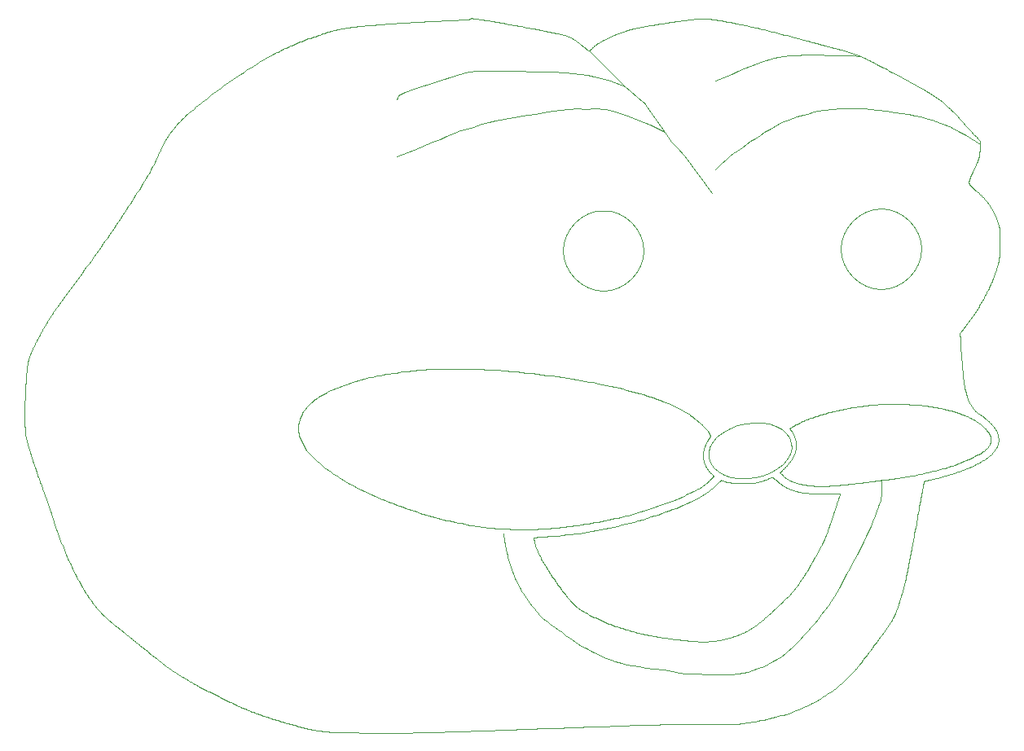
<source format=gbr>
%TF.GenerationSoftware,KiCad,Pcbnew,5.1.11*%
%TF.CreationDate,2021-11-21T12:03:26+02:00*%
%TF.ProjectId,Electronics,456c6563-7472-46f6-9e69-63732e6b6963,2.2*%
%TF.SameCoordinates,Original*%
%TF.FileFunction,Legend,Bot*%
%TF.FilePolarity,Positive*%
%FSLAX46Y46*%
G04 Gerber Fmt 4.6, Leading zero omitted, Abs format (unit mm)*
G04 Created by KiCad (PCBNEW 5.1.11) date 2021-11-21 12:03:26*
%MOMM*%
%LPD*%
G01*
G04 APERTURE LIST*
%ADD10C,0.049500*%
G04 APERTURE END LIST*
D10*
X146114012Y-100666130D02*
X146096990Y-101134595D01*
X146105328Y-101535018D02*
X146096990Y-101134595D01*
X146071962Y-101952124D02*
X146105328Y-101535018D01*
X146055273Y-102244097D02*
X146071962Y-101952124D01*
X146005223Y-102527728D02*
X146055273Y-102244097D01*
X145955173Y-102819703D02*
X146005223Y-102527728D01*
X145846722Y-103069965D02*
X145955173Y-102819703D01*
X145704905Y-103445360D02*
X145846722Y-103069965D01*
X145554750Y-103837441D02*
X145704905Y-103445360D01*
X145362877Y-104379679D02*
X145554750Y-103837441D01*
X145162671Y-104955285D02*
X145362877Y-104379679D01*
X144962460Y-105455811D02*
X145162671Y-104955285D01*
X144687170Y-105973023D02*
X144962460Y-105455811D01*
X144453592Y-106473549D02*
X144687170Y-105973023D01*
X144203331Y-107032472D02*
X144453592Y-106473549D01*
X144011464Y-107432893D02*
X144203331Y-107032472D01*
X143769541Y-107925077D02*
X144011464Y-107432893D01*
X143544308Y-108392236D02*
X143769541Y-107925077D01*
X143310730Y-108834364D02*
X143544308Y-108392236D01*
X143060462Y-109268157D02*
X143310730Y-108834364D01*
X142760145Y-109827077D02*
X143060462Y-109268157D01*
X142476517Y-110369314D02*
X142760145Y-109827077D01*
X142217911Y-110878182D02*
X142476517Y-110369314D01*
X141909249Y-111412080D02*
X142217911Y-110878182D01*
X141658987Y-111862556D02*
X141909249Y-111412080D01*
X141392037Y-112329713D02*
X141658987Y-111862556D01*
X141150120Y-112771844D02*
X141392037Y-112329713D01*
X140866486Y-113213975D02*
X141150120Y-112771844D01*
X140541147Y-113664451D02*
X140866486Y-113213975D01*
X140190773Y-114148291D02*
X140541147Y-113664451D01*
X139832062Y-114623789D02*
X140190773Y-114148291D01*
X139448328Y-115132659D02*
X139832062Y-114623789D01*
X139114638Y-115491371D02*
X139448328Y-115132659D01*
X138822665Y-115850080D02*
X139114638Y-115491371D01*
X138388875Y-116367292D02*
X138822665Y-115850080D01*
X137988452Y-116817768D02*
X138388875Y-116367292D01*
X137579691Y-117243213D02*
X137988452Y-116817768D01*
X137154246Y-117668661D02*
X137579691Y-117243213D01*
X136728795Y-118094109D02*
X137154246Y-117668661D01*
X136370083Y-118436135D02*
X136728795Y-118094109D01*
X136069771Y-118678057D02*
X136370083Y-118436135D01*
X135627637Y-118995058D02*
X136069771Y-118678057D01*
X135227220Y-119278686D02*
X135627637Y-118995058D01*
X134751713Y-119512264D02*
X135227220Y-119278686D01*
X134301246Y-119745842D02*
X134751713Y-119512264D01*
X133850767Y-119987765D02*
X134301246Y-119745842D01*
X133308533Y-120204660D02*
X133850767Y-119987765D01*
X132632821Y-120438238D02*
X133308533Y-120204660D01*
X132165664Y-120588394D02*
X132632821Y-120438238D01*
X131665136Y-120688503D02*
X132165664Y-120588394D01*
X131181290Y-120746897D02*
X131665136Y-120688503D01*
X130372111Y-120830317D02*
X131181290Y-120746897D01*
X129195870Y-120838658D02*
X130372111Y-120830317D01*
X128002951Y-120830317D02*
X129195870Y-120838658D01*
X126768315Y-120813633D02*
X128002951Y-120830317D01*
X125942447Y-120771922D02*
X126768315Y-120813633D01*
X125633791Y-120738552D02*
X125942447Y-120771922D01*
X125049840Y-120663472D02*
X125633791Y-120738552D01*
X124307394Y-120521655D02*
X125049840Y-120663472D01*
X123481526Y-120388182D02*
X124307394Y-120521655D01*
X122488813Y-120263051D02*
X123481526Y-120388182D01*
X121612889Y-120154604D02*
X122488813Y-120263051D01*
X120820388Y-120029473D02*
X121612889Y-120154604D01*
X120253126Y-119937712D02*
X120820388Y-120029473D01*
X119585758Y-119820920D02*
X120253126Y-119937712D01*
X119068546Y-119704128D02*
X119585758Y-119820920D01*
X118759890Y-119604022D02*
X119068546Y-119704128D01*
X118376150Y-119503917D02*
X118759890Y-119604022D01*
X117934022Y-119353758D02*
X118376150Y-119503917D01*
X117450176Y-119153546D02*
X117934022Y-119353758D01*
X116999703Y-118986704D02*
X117450176Y-119153546D01*
X116582597Y-118786493D02*
X116999703Y-118986704D01*
X116198863Y-118569598D02*
X116582597Y-118786493D01*
X115881862Y-118394417D02*
X116198863Y-118569598D01*
X115573200Y-118244259D02*
X115881862Y-118394417D01*
X115239516Y-118094103D02*
X115573200Y-118244259D01*
X114847438Y-117885550D02*
X115239516Y-118094103D01*
X114513754Y-117676997D02*
X114847438Y-117885550D01*
X114230120Y-117451757D02*
X114513754Y-117676997D01*
X113938147Y-117251546D02*
X114230120Y-117451757D01*
X113612808Y-117026309D02*
X113938147Y-117251546D01*
X113237413Y-116767703D02*
X113612808Y-117026309D01*
X112853673Y-116475730D02*
X113237413Y-116767703D01*
X112503306Y-116225466D02*
X112853673Y-116475730D01*
X112152939Y-115975205D02*
X112503306Y-116225466D01*
X111835938Y-115774993D02*
X112152939Y-115975205D01*
X111602360Y-115591465D02*
X111835938Y-115774993D01*
X111377121Y-115399598D02*
X111602360Y-115591465D01*
X111118515Y-115199383D02*
X111377121Y-115399598D01*
X110951676Y-115090939D02*
X111118515Y-115199383D01*
X110776492Y-114907411D02*
X110951676Y-115090939D01*
X110526225Y-114682171D02*
X110776492Y-114907411D01*
X110317674Y-114431910D02*
X110526225Y-114682171D01*
X110184196Y-114281751D02*
X110317674Y-114431910D01*
X109975646Y-114006462D02*
X110184196Y-114281751D01*
X109742068Y-113731175D02*
X109975646Y-114006462D01*
X109508490Y-113447541D02*
X109742068Y-113731175D01*
X109316617Y-113172252D02*
X109508490Y-113447541D01*
X109149778Y-112913649D02*
X109316617Y-113172252D01*
X108957911Y-112638360D02*
X109149778Y-112913649D01*
X108816094Y-112429806D02*
X108957911Y-112638360D01*
X108690960Y-112212915D02*
X108816094Y-112429806D01*
X108557488Y-111996020D02*
X108690960Y-112212915D01*
X108449037Y-111779128D02*
X108557488Y-111996020D01*
X108323910Y-111520522D02*
X108449037Y-111779128D01*
X108215459Y-111286944D02*
X108323910Y-111520522D01*
X108081988Y-111028341D02*
X108215459Y-111286944D01*
X107998565Y-110836474D02*
X108081988Y-111028341D01*
X107881776Y-110602896D02*
X107998565Y-110836474D01*
X107798354Y-110402681D02*
X107881776Y-110602896D01*
X107723276Y-110177445D02*
X107798354Y-110402681D01*
X107639854Y-109952205D02*
X107723276Y-110177445D01*
X107556434Y-109718627D02*
X107639854Y-109952205D01*
X107473012Y-109418313D02*
X107556434Y-109718627D01*
X107381247Y-109143023D02*
X107473012Y-109418313D01*
X107289486Y-108892759D02*
X107381247Y-109143023D01*
X107231092Y-108692550D02*
X107289486Y-108892759D01*
X107181036Y-108417261D02*
X107231092Y-108692550D01*
X107156011Y-108242074D02*
X107181036Y-108417261D01*
X107112563Y-108111732D02*
X107156011Y-108242074D01*
X107073942Y-107976559D02*
X107112563Y-108111732D01*
X107016010Y-107817249D02*
X107073942Y-107976559D01*
X106948425Y-107416557D02*
X107016010Y-107817249D01*
X106851872Y-106856552D02*
X106948425Y-107416557D01*
X106774631Y-106204828D02*
X106851872Y-106856552D01*
X129431122Y-67758855D02*
X128813810Y-68376173D01*
X129956679Y-67308382D02*
X129431122Y-67758855D01*
X130365440Y-66916304D02*
X129956679Y-67308382D01*
X130682441Y-66707753D02*
X130365440Y-66916304D01*
X131091203Y-66424119D02*
X130682441Y-66707753D01*
X131091203Y-66424119D02*
X131091203Y-66424119D01*
X131558359Y-66073752D02*
X131091203Y-66424119D01*
X132025515Y-65740068D02*
X131558359Y-66073752D01*
X132467649Y-65439751D02*
X132025515Y-65740068D01*
X132959834Y-65122750D02*
X132467649Y-65439751D01*
X133418651Y-64797405D02*
X132959834Y-65122750D01*
X133869124Y-64480405D02*
X133418651Y-64797405D01*
X134361308Y-64213460D02*
X133869124Y-64480405D01*
X134953598Y-63854748D02*
X134361308Y-64213460D01*
X135644339Y-63489359D02*
X134943598Y-63864748D01*
X136395129Y-63197380D02*
X135644339Y-63489359D01*
X137237681Y-62897063D02*
X136395129Y-63197380D01*
X137913393Y-62663485D02*
X137237681Y-62897063D01*
X138672528Y-62488301D02*
X137913393Y-62663485D01*
X139458340Y-62311456D02*
X138682528Y-62478301D01*
X140067313Y-62194667D02*
X139458340Y-62311456D01*
X140968259Y-62102906D02*
X140067313Y-62194667D01*
X141735733Y-62052856D02*
X140968259Y-62102906D01*
X142494868Y-62019484D02*
X141735733Y-62052856D01*
X143003735Y-62019484D02*
X142494868Y-62019484D01*
X143537631Y-62002800D02*
X143003735Y-62019484D01*
X144213343Y-62036173D02*
X143537631Y-62002800D01*
X144964134Y-62077878D02*
X144213343Y-62036173D01*
X145656529Y-62177984D02*
X144964134Y-62077878D01*
X146565814Y-62311456D02*
X145656529Y-62177984D01*
X147433393Y-62403223D02*
X146565814Y-62311456D01*
X148192528Y-62536696D02*
X147433393Y-62403223D01*
X148884918Y-62636801D02*
X148192528Y-62536696D01*
X149552292Y-62745252D02*
X148884918Y-62636801D01*
X150102870Y-62895408D02*
X149552292Y-62745252D01*
X150636766Y-63037225D02*
X150102870Y-62895408D01*
X151270767Y-63220753D02*
X150636766Y-63037225D01*
X152201713Y-63547753D02*
X151300767Y-63230753D01*
X153344582Y-63981543D02*
X152201713Y-63547753D01*
X154223872Y-64455383D02*
X153314582Y-63971543D01*
X154907929Y-64814094D02*
X154223872Y-64455383D01*
X155425142Y-65131095D02*
X154907929Y-64814094D01*
X155842242Y-65406384D02*
X155425142Y-65131095D01*
X156309398Y-65781780D02*
X155842242Y-65406384D01*
X130510744Y-58426123D02*
X128779754Y-59142151D01*
X131164208Y-58155003D02*
X130510744Y-58426123D01*
X131796819Y-57890838D02*
X131164208Y-58155003D01*
X132429425Y-57647525D02*
X131796819Y-57890838D01*
X133103747Y-57397264D02*
X132429425Y-57647525D01*
X133583418Y-57223470D02*
X133103747Y-57397264D01*
X134021383Y-57049676D02*
X133583418Y-57223470D01*
X134410676Y-56931497D02*
X134021383Y-57049676D01*
X134911204Y-56799409D02*
X134410676Y-56931497D01*
X135370022Y-56702089D02*
X134911204Y-56799409D01*
X135863596Y-56618666D02*
X135370022Y-56702089D01*
X136600483Y-56549147D02*
X135863596Y-56618666D01*
X137344324Y-56493532D02*
X136600483Y-56549147D01*
X138018641Y-56465725D02*
X137344324Y-56493532D01*
X142203602Y-56521340D02*
X138018641Y-56465725D01*
X143058668Y-56535244D02*
X142203602Y-56521340D01*
X143844220Y-56583910D02*
X143058668Y-56535244D01*
X143063773Y-56280027D02*
X143063773Y-56280027D01*
X95746705Y-60921722D02*
X95689042Y-61051454D01*
X95833194Y-60705498D02*
X95746705Y-60921722D01*
X96006178Y-60561342D02*
X95833194Y-60705498D01*
X96582785Y-60301872D02*
X96006178Y-60561342D01*
X97476522Y-59999150D02*
X96582785Y-60301872D01*
X99840612Y-59220733D02*
X97476522Y-59999150D01*
X101988473Y-58572049D02*
X99840612Y-59220733D01*
X103141686Y-58240504D02*
X101988473Y-58572049D01*
X103977763Y-58125183D02*
X103141686Y-58240504D01*
X104583198Y-58110766D02*
X103977763Y-58125183D01*
X106457171Y-58096355D02*
X104583198Y-58110766D01*
X111891686Y-58211669D02*
X106457171Y-58096355D01*
X113203466Y-58326990D02*
X111891686Y-58211669D01*
X113996300Y-58384654D02*
X113203466Y-58326990D01*
X114846798Y-58485563D02*
X113996300Y-58384654D01*
X115481065Y-58572049D02*
X114846798Y-58485563D01*
X116187406Y-58687370D02*
X115481065Y-58572049D01*
X116965823Y-58889183D02*
X116187406Y-58687370D01*
X117873978Y-59163070D02*
X116965823Y-58889183D01*
X119416399Y-59710845D02*
X117873978Y-59163070D01*
X96820980Y-66559622D02*
X95699800Y-67010095D01*
X97461652Y-66299348D02*
X96820980Y-66559622D01*
X98042262Y-66059093D02*
X97461652Y-66299348D01*
X98833095Y-65758776D02*
X98042262Y-66059093D01*
X99433724Y-65508514D02*
X98833095Y-65758776D01*
X100194527Y-65208197D02*
X99433724Y-65508514D01*
X100855221Y-64927905D02*
X100194527Y-65208197D01*
X101696104Y-64517469D02*
X100855221Y-64927905D01*
X102336779Y-64287232D02*
X101696104Y-64517469D01*
X103097576Y-64107040D02*
X102336779Y-64287232D01*
X103668179Y-63926853D02*
X103097576Y-64107040D01*
X104539094Y-63656567D02*
X103668179Y-63926853D01*
X105289885Y-63436336D02*
X104539094Y-63656567D01*
X105920544Y-63256150D02*
X105289885Y-63436336D01*
X109234028Y-62735602D02*
X105920544Y-63256150D01*
X110054893Y-62585440D02*
X109234028Y-62735602D01*
X110915795Y-62445291D02*
X110054893Y-62585440D01*
X111876810Y-62305148D02*
X110915795Y-62445291D01*
X112687662Y-62195030D02*
X111876810Y-62305148D01*
X113488502Y-62104936D02*
X112687662Y-62195030D01*
X114459523Y-62054880D02*
X113488502Y-62104936D01*
X115351375Y-62063418D02*
X114459523Y-62054880D01*
X116254708Y-62052669D02*
X115351375Y-62063418D01*
X117331907Y-62124955D02*
X116254708Y-62052669D01*
X118110692Y-62259515D02*
X117331907Y-62124955D01*
X118925834Y-62506399D02*
X118110692Y-62259515D01*
X119701248Y-62796269D02*
X118925834Y-62506399D01*
X120490045Y-63107638D02*
X119701248Y-62796269D01*
X121320355Y-63460518D02*
X120490045Y-63107638D01*
X122026122Y-63751125D02*
X121320355Y-63460518D01*
X123520688Y-64498411D02*
X122026122Y-63751125D01*
X125596467Y-66947833D02*
X128440294Y-70829547D01*
X124807669Y-66076006D02*
X125596467Y-66947833D01*
X124247211Y-65474030D02*
X124807669Y-66076006D01*
X123520688Y-64498411D02*
X124247211Y-65474030D01*
X121673235Y-61841412D02*
X123520688Y-64498411D01*
X121548694Y-61633828D02*
X121673235Y-61841412D01*
X121424146Y-61467769D02*
X121548694Y-61633828D01*
X121237325Y-61301703D02*
X121424146Y-61467769D01*
X119416399Y-59710845D02*
X121237325Y-61301703D01*
X115648284Y-56016418D02*
X119416399Y-59710845D01*
X135171678Y-100709624D02*
X135157810Y-100696856D01*
X135144221Y-100684384D02*
X135157810Y-100696856D01*
X135130855Y-100672164D02*
X135144221Y-100684384D01*
X135117658Y-100660136D02*
X135130855Y-100672164D01*
X135104552Y-100648238D02*
X135117658Y-100660136D01*
X135091482Y-100636419D02*
X135104552Y-100648238D01*
X135078394Y-100624627D02*
X135091482Y-100636419D01*
X135065227Y-100612805D02*
X135078394Y-100624627D01*
X135051904Y-100600896D02*
X135065227Y-100612805D01*
X135038387Y-100588844D02*
X135051904Y-100600896D01*
X135024592Y-100576599D02*
X135038387Y-100588844D01*
X135010482Y-100564097D02*
X135024592Y-100576599D01*
X134998313Y-100553365D02*
X135010482Y-100564097D01*
X134986379Y-100542900D02*
X134998313Y-100553365D01*
X134974644Y-100532646D02*
X134986379Y-100542900D01*
X134963037Y-100522567D02*
X134974644Y-100532646D01*
X134951502Y-100512615D02*
X134963037Y-100522567D01*
X134939997Y-100502741D02*
X134951502Y-100512615D01*
X134928462Y-100492904D02*
X134939997Y-100502741D01*
X134916848Y-100483055D02*
X134928462Y-100492904D01*
X134905095Y-100473145D02*
X134916848Y-100483055D01*
X134893149Y-100463133D02*
X134905095Y-100473145D01*
X134880962Y-100452970D02*
X134893149Y-100463133D01*
X134868484Y-100442607D02*
X134880962Y-100452970D01*
X134857861Y-100433824D02*
X134868484Y-100442607D01*
X134847462Y-100425241D02*
X134857861Y-100433824D01*
X134837238Y-100416820D02*
X134847462Y-100425241D01*
X134827147Y-100408527D02*
X134837238Y-100416820D01*
X134817141Y-100400321D02*
X134827147Y-100408527D01*
X134807177Y-100392167D02*
X134817141Y-100400321D01*
X134797195Y-100384025D02*
X134807177Y-100392167D01*
X134787164Y-100375855D02*
X134797195Y-100384025D01*
X134777025Y-100367626D02*
X134787164Y-100375855D01*
X134766741Y-100359287D02*
X134777025Y-100367626D01*
X134756251Y-100350809D02*
X134766741Y-100359287D01*
X134745526Y-100342150D02*
X134756251Y-100350809D01*
X134743628Y-100340724D02*
X134745526Y-100342150D01*
X134741689Y-100339456D02*
X134743628Y-100340724D01*
X134739707Y-100338350D02*
X134741689Y-100339456D01*
X134737670Y-100337407D02*
X134739707Y-100338350D01*
X134735592Y-100336622D02*
X134737670Y-100337407D01*
X134733465Y-100335993D02*
X134735592Y-100336622D01*
X134731302Y-100335528D02*
X134733465Y-100335993D01*
X134729102Y-100335223D02*
X134731302Y-100335528D01*
X134726854Y-100335081D02*
X134729102Y-100335223D01*
X134724582Y-100335102D02*
X134726854Y-100335081D01*
X134722274Y-100335286D02*
X134724582Y-100335102D01*
X134719936Y-100335637D02*
X134722274Y-100335286D01*
X134717482Y-100336093D02*
X134719936Y-100335637D01*
X134715114Y-100336585D02*
X134717482Y-100336093D01*
X134712781Y-100337111D02*
X134715114Y-100336585D01*
X134710497Y-100337673D02*
X134712781Y-100337111D01*
X134708250Y-100338271D02*
X134710497Y-100337673D01*
X134706020Y-100338906D02*
X134708250Y-100338271D01*
X134703796Y-100339585D02*
X134706020Y-100338906D01*
X134701585Y-100340311D02*
X134703796Y-100339585D01*
X134699367Y-100341087D02*
X134701585Y-100340311D01*
X134697131Y-100341915D02*
X134699367Y-100341087D01*
X134694872Y-100342797D02*
X134697131Y-100341915D01*
X134692581Y-100343740D02*
X134694872Y-100342797D01*
X134681234Y-100348483D02*
X134692581Y-100343740D01*
X134670128Y-100353130D02*
X134681234Y-100348483D01*
X134659227Y-100357698D02*
X134670128Y-100353130D01*
X134648483Y-100362209D02*
X134659227Y-100357698D01*
X134637830Y-100366680D02*
X134648483Y-100362209D01*
X134627226Y-100371136D02*
X134637830Y-100366680D01*
X134616627Y-100375596D02*
X134627226Y-100371136D01*
X134605981Y-100380079D02*
X134616627Y-100375596D01*
X134595237Y-100384611D02*
X134605981Y-100380079D01*
X134584355Y-100389209D02*
X134595237Y-100384611D01*
X134573261Y-100393895D02*
X134584355Y-100389209D01*
X134561931Y-100398690D02*
X134573261Y-100393895D01*
X134548668Y-100404316D02*
X134561931Y-100398690D01*
X134535707Y-100409817D02*
X134548668Y-100404316D01*
X134522969Y-100415234D02*
X134535707Y-100409817D01*
X134510425Y-100420588D02*
X134522969Y-100415234D01*
X134497989Y-100425905D02*
X134510425Y-100420588D01*
X134485620Y-100431208D02*
X134497989Y-100425905D01*
X134473264Y-100436522D02*
X134485620Y-100431208D01*
X134460846Y-100441876D02*
X134473264Y-100436522D01*
X134448326Y-100447287D02*
X134460846Y-100441876D01*
X134435625Y-100452788D02*
X134448326Y-100447287D01*
X134422712Y-100458396D02*
X134435625Y-100452788D01*
X134409509Y-100464142D02*
X134422712Y-100458396D01*
X134394415Y-100470722D02*
X134409509Y-100464142D01*
X134379659Y-100477161D02*
X134394415Y-100470722D01*
X134365176Y-100483496D02*
X134379659Y-100477161D01*
X134350897Y-100489756D02*
X134365176Y-100483496D01*
X134336752Y-100495962D02*
X134350897Y-100489756D01*
X134322673Y-100502146D02*
X134336752Y-100495962D01*
X134308600Y-100508343D02*
X134322673Y-100502146D01*
X134294473Y-100514576D02*
X134308600Y-100508343D01*
X134280206Y-100520875D02*
X134294473Y-100514576D01*
X134265753Y-100527271D02*
X134280206Y-100520875D01*
X134251039Y-100533794D02*
X134265753Y-100527271D01*
X134236000Y-100540465D02*
X134251039Y-100533794D01*
X134181992Y-100564151D02*
X134236000Y-100540465D01*
X134128945Y-100586798D02*
X134181992Y-100564151D01*
X134076629Y-100608503D02*
X134128945Y-100586798D01*
X134024791Y-100629350D02*
X134076629Y-100608503D01*
X133973212Y-100649420D02*
X134024791Y-100629350D01*
X133921645Y-100668807D02*
X133973212Y-100649420D01*
X133869849Y-100687596D02*
X133921645Y-100668807D01*
X133817612Y-100705875D02*
X133869849Y-100687596D01*
X133764674Y-100723733D02*
X133817612Y-100705875D01*
X133710799Y-100741250D02*
X133764674Y-100723733D01*
X133655770Y-100758520D02*
X133710799Y-100741250D01*
X133599346Y-100775626D02*
X133655770Y-100758520D01*
X133543253Y-100792061D02*
X133599346Y-100775626D01*
X133488230Y-100807591D02*
X133543253Y-100792061D01*
X133434041Y-100822262D02*
X133488230Y-100807591D01*
X133380421Y-100836135D02*
X133434041Y-100822262D01*
X133327150Y-100849263D02*
X133380421Y-100836135D01*
X133273976Y-100861704D02*
X133327150Y-100849263D01*
X133220657Y-100873514D02*
X133273976Y-100861704D01*
X133166952Y-100884747D02*
X133220657Y-100873514D01*
X133112624Y-100895457D02*
X133166952Y-100884747D01*
X133057420Y-100905702D02*
X133112624Y-100895457D01*
X133001104Y-100915540D02*
X133057420Y-100905702D01*
X132943428Y-100925014D02*
X133001104Y-100915540D01*
X132880762Y-100934737D02*
X132943428Y-100925014D01*
X132819370Y-100943688D02*
X132880762Y-100934737D01*
X132759006Y-100951900D02*
X132819370Y-100943688D01*
X132699385Y-100959402D02*
X132759006Y-100951900D01*
X132640241Y-100966212D02*
X132699385Y-100959402D01*
X132581309Y-100972363D02*
X132640241Y-100966212D01*
X132522316Y-100977883D02*
X132581309Y-100972363D01*
X132462979Y-100982798D02*
X132522316Y-100977883D01*
X132403043Y-100987128D02*
X132462979Y-100982798D01*
X132342244Y-100990907D02*
X132403043Y-100987128D01*
X132280290Y-100994164D02*
X132342244Y-100990907D01*
X132216935Y-100996917D02*
X132280290Y-100994164D01*
X132142987Y-100999615D02*
X132216935Y-100996917D01*
X132070658Y-101001844D02*
X132142987Y-100999615D01*
X131999617Y-101003597D02*
X132070658Y-101001844D01*
X131929536Y-101004881D02*
X131999617Y-101003597D01*
X131860096Y-101005693D02*
X131929536Y-101004881D01*
X131790976Y-101006038D02*
X131860096Y-101005693D01*
X131721856Y-101005911D02*
X131790976Y-101006038D01*
X131652410Y-101005319D02*
X131721856Y-101005911D01*
X131582323Y-101004252D02*
X131652410Y-101005319D01*
X131511282Y-101002727D02*
X131582323Y-101004252D01*
X131438947Y-101000726D02*
X131511282Y-101002727D01*
X131365006Y-100998261D02*
X131438947Y-101000726D01*
X131322424Y-100996669D02*
X131365006Y-100998261D01*
X131280773Y-100994992D02*
X131322424Y-100996669D01*
X131239890Y-100993213D02*
X131280773Y-100994992D01*
X131199556Y-100991327D02*
X131239890Y-100993213D01*
X131159616Y-100989324D02*
X131199556Y-100991327D01*
X131119862Y-100987197D02*
X131159616Y-100989324D01*
X131080109Y-100984925D02*
X131119862Y-100987197D01*
X131040192Y-100982508D02*
X131080109Y-100984925D01*
X130999901Y-100979934D02*
X131040192Y-100982508D01*
X130959066Y-100977185D02*
X130999901Y-100979934D01*
X130917493Y-100974260D02*
X130959066Y-100977185D01*
X130874991Y-100971149D02*
X130917493Y-100974260D01*
X130835914Y-100968158D02*
X130874991Y-100971149D01*
X130797689Y-100965091D02*
X130835914Y-100968158D01*
X130760165Y-100961928D02*
X130797689Y-100965091D01*
X130723167Y-100958653D02*
X130760165Y-100961928D01*
X130686520Y-100955251D02*
X130723167Y-100958653D01*
X130650065Y-100951704D02*
X130686520Y-100955251D01*
X130613629Y-100947988D02*
X130650065Y-100951704D01*
X130577030Y-100944096D02*
X130613629Y-100947988D01*
X130540116Y-100940012D02*
X130577030Y-100944096D01*
X130502695Y-100935706D02*
X130540116Y-100940012D01*
X130464616Y-100931178D02*
X130502695Y-100935706D01*
X130425708Y-100926395D02*
X130464616Y-100931178D01*
X130393024Y-100922265D02*
X130425708Y-100926395D01*
X130361090Y-100918090D02*
X130393024Y-100922265D01*
X130329735Y-100913857D02*
X130361090Y-100918090D01*
X130298828Y-100909545D02*
X130329735Y-100913857D01*
X130268229Y-100905131D02*
X130298828Y-100909545D01*
X130237787Y-100900597D02*
X130268229Y-100905131D01*
X130207375Y-100895911D02*
X130237787Y-100900597D01*
X130176842Y-100891061D02*
X130207375Y-100895911D01*
X130146050Y-100886028D02*
X130176842Y-100891061D01*
X130114853Y-100880777D02*
X130146050Y-100886028D01*
X130083111Y-100875300D02*
X130114853Y-100880777D01*
X130050681Y-100869568D02*
X130083111Y-100875300D01*
X130029358Y-100865629D02*
X130050681Y-100869568D01*
X130008553Y-100861487D02*
X130029358Y-100865629D01*
X129988184Y-100857133D02*
X130008553Y-100861487D01*
X129968159Y-100852544D02*
X129988184Y-100857133D01*
X129948382Y-100847692D02*
X129968159Y-100852544D01*
X129928786Y-100842555D02*
X129948382Y-100847692D01*
X129909269Y-100837111D02*
X129928786Y-100842555D01*
X129889746Y-100831338D02*
X129909269Y-100837111D01*
X129870138Y-100825205D02*
X129889746Y-100831338D01*
X129850349Y-100818694D02*
X129870138Y-100825205D01*
X129830300Y-100811784D02*
X129850349Y-100818694D01*
X129809895Y-100804443D02*
X129830300Y-100811784D01*
X129775199Y-100791696D02*
X129809895Y-100804443D01*
X129740479Y-100778967D02*
X129775199Y-100791696D01*
X129705765Y-100766236D02*
X129740479Y-100778967D01*
X129671044Y-100753501D02*
X129705765Y-100766236D01*
X129636318Y-100740773D02*
X129671044Y-100753501D01*
X129601604Y-100728038D02*
X129636318Y-100740773D01*
X129566884Y-100715307D02*
X129601604Y-100728038D01*
X129532158Y-100702578D02*
X129566884Y-100715307D01*
X129497438Y-100689844D02*
X129532158Y-100702578D01*
X129462724Y-100677112D02*
X129497438Y-100689844D01*
X129428004Y-100664384D02*
X129462724Y-100677112D01*
X129393278Y-100651649D02*
X129428004Y-100664384D01*
X129356413Y-100686965D02*
X129393278Y-100651649D01*
X129319547Y-100722289D02*
X129356413Y-100686965D01*
X129282682Y-100757613D02*
X129319547Y-100722289D01*
X129245811Y-100792938D02*
X129282682Y-100757613D01*
X129208946Y-100828262D02*
X129245811Y-100792938D01*
X129172081Y-100863586D02*
X129208946Y-100828262D01*
X129135221Y-100898911D02*
X129172081Y-100863586D01*
X129098356Y-100934235D02*
X129135221Y-100898911D01*
X129061491Y-100969559D02*
X129098356Y-100934235D01*
X129024626Y-101004884D02*
X129061491Y-100969559D01*
X128987755Y-101040208D02*
X129024626Y-101004884D01*
X128950890Y-101075532D02*
X128987755Y-101040208D01*
X128739608Y-101272919D02*
X128950890Y-101075532D01*
X128527837Y-101460469D02*
X128739608Y-101272919D01*
X128314749Y-101638749D02*
X128527837Y-101460469D01*
X128099498Y-101808321D02*
X128314749Y-101638749D01*
X127881244Y-101969755D02*
X128099498Y-101808321D01*
X127659122Y-102123610D02*
X127881244Y-101969755D01*
X127432312Y-102270457D02*
X127659122Y-102123610D01*
X127199966Y-102410857D02*
X127432312Y-102270457D01*
X126961228Y-102545378D02*
X127199966Y-102410857D01*
X126715275Y-102674587D02*
X126961228Y-102545378D01*
X126461243Y-102799041D02*
X126715275Y-102674587D01*
X126198292Y-102919317D02*
X126461243Y-102799041D01*
X125814685Y-103086977D02*
X126198292Y-102919317D01*
X125438009Y-103247565D02*
X125814685Y-103086977D01*
X125066560Y-103401703D02*
X125438009Y-103247565D01*
X124698687Y-103550016D02*
X125066560Y-103401703D01*
X124332706Y-103693132D02*
X124698687Y-103550016D01*
X123966919Y-103831674D02*
X124332706Y-103693132D01*
X123599675Y-103966267D02*
X123966919Y-103831674D01*
X123229271Y-104097537D02*
X123599675Y-103966267D01*
X122854039Y-104226112D02*
X123229271Y-104097537D01*
X122472293Y-104352617D02*
X122854039Y-104226112D01*
X122082378Y-104477675D02*
X122472293Y-104352617D01*
X121682583Y-104601912D02*
X122082378Y-104477675D01*
X121231288Y-104737989D02*
X121682583Y-104601912D01*
X120788719Y-104867222D02*
X121231288Y-104737989D01*
X120352911Y-104990096D02*
X120788719Y-104867222D01*
X119921907Y-105107084D02*
X120352911Y-104990096D01*
X119493743Y-105218668D02*
X119921907Y-105107084D01*
X119066461Y-105325330D02*
X119493743Y-105218668D01*
X118638085Y-105427541D02*
X119066461Y-105325330D01*
X118206677Y-105525789D02*
X118638085Y-105427541D01*
X117770246Y-105620550D02*
X118206677Y-105525789D01*
X117326843Y-105712299D02*
X117770246Y-105620550D01*
X116874497Y-105801523D02*
X117326843Y-105712299D01*
X116411256Y-105888694D02*
X116874497Y-105801523D01*
X115957297Y-105970096D02*
X116411256Y-105888694D01*
X115512540Y-106045566D02*
X115957297Y-105970096D01*
X115075028Y-106115348D02*
X115512540Y-106045566D01*
X114642815Y-106179670D02*
X115075028Y-106115348D01*
X114213944Y-106238775D02*
X114642815Y-106179670D01*
X113786463Y-106292897D02*
X114213944Y-106238775D01*
X113358402Y-106342276D02*
X113786463Y-106292897D01*
X112927802Y-106387145D02*
X113358402Y-106342276D01*
X112492720Y-106427741D02*
X112927802Y-106387145D01*
X112051202Y-106464301D02*
X112492720Y-106427741D01*
X111601279Y-106497063D02*
X112051202Y-106464301D01*
X111140999Y-106526264D02*
X111601279Y-106497063D01*
X111101928Y-106528596D02*
X111140999Y-106526264D01*
X111063721Y-106530928D02*
X111101928Y-106528596D01*
X111026210Y-106533276D02*
X111063721Y-106530928D01*
X110989212Y-106535651D02*
X111026210Y-106533276D01*
X110952564Y-106538059D02*
X110989212Y-106535651D01*
X110916098Y-106540518D02*
X110952564Y-106538059D01*
X110879625Y-106543038D02*
X110916098Y-106540518D01*
X110842984Y-106545627D02*
X110879625Y-106543038D01*
X110806010Y-106548304D02*
X110842984Y-106545627D01*
X110768528Y-106551071D02*
X110806010Y-106548304D01*
X110730370Y-106553950D02*
X110768528Y-106551071D01*
X110691347Y-106556947D02*
X110730370Y-106553950D01*
X110657939Y-106559570D02*
X110691347Y-106556947D01*
X110625273Y-106562204D02*
X110657939Y-106559570D01*
X110593187Y-106564872D02*
X110625273Y-106562204D01*
X110561555Y-106567579D02*
X110593187Y-106564872D01*
X110530219Y-106570341D02*
X110561555Y-106567579D01*
X110499039Y-106573174D02*
X110530219Y-106570341D01*
X110467866Y-106576087D02*
X110499039Y-106573174D01*
X110436554Y-106579096D02*
X110467866Y-106576087D01*
X110404964Y-106582214D02*
X110436554Y-106579096D01*
X110372933Y-106585453D02*
X110404964Y-106582214D01*
X110340328Y-106588831D02*
X110372933Y-106585453D01*
X110307009Y-106592356D02*
X110340328Y-106588831D01*
X110278507Y-106595414D02*
X110307009Y-106592356D01*
X110250627Y-106598426D02*
X110278507Y-106595414D01*
X110223243Y-106601408D02*
X110250627Y-106598426D01*
X110196245Y-106604369D02*
X110223243Y-106601408D01*
X110169489Y-106607330D02*
X110196245Y-106604369D01*
X110142872Y-106610296D02*
X110169489Y-106607330D01*
X110116248Y-106613291D02*
X110142872Y-106610296D01*
X110089510Y-106616321D02*
X110116248Y-106613291D01*
X110062519Y-106619405D02*
X110089510Y-106616321D01*
X110035158Y-106622554D02*
X110062519Y-106619405D01*
X110007302Y-106625786D02*
X110035158Y-106622554D01*
X109978824Y-106629107D02*
X110007302Y-106625786D01*
X109974685Y-106629744D02*
X109978824Y-106629107D01*
X109970697Y-106630663D02*
X109974685Y-106629744D01*
X109966848Y-106631862D02*
X109970697Y-106630663D01*
X109963162Y-106633336D02*
X109966848Y-106631862D01*
X109959633Y-106635086D02*
X109963162Y-106633336D01*
X109956268Y-106637104D02*
X109959633Y-106635086D01*
X109953083Y-106639382D02*
X109956268Y-106637104D01*
X109950080Y-106641923D02*
X109953083Y-106639382D01*
X109947258Y-106644720D02*
X109950080Y-106641923D01*
X109944624Y-106647772D02*
X109947258Y-106644720D01*
X109942195Y-106651071D02*
X109944624Y-106647772D01*
X109939959Y-106654615D02*
X109942195Y-106651071D01*
X109938080Y-106658062D02*
X109939959Y-106654615D01*
X109936400Y-106661528D02*
X109938080Y-106658062D01*
X109934944Y-106665014D02*
X109936400Y-106661528D01*
X109933711Y-106668531D02*
X109934944Y-106665014D01*
X109932678Y-106672078D02*
X109933711Y-106668531D01*
X109931868Y-106675661D02*
X109932678Y-106672078D01*
X109931270Y-106679286D02*
X109931868Y-106675661D01*
X109930889Y-106682960D02*
X109931270Y-106679286D01*
X109930714Y-106686685D02*
X109930889Y-106682960D01*
X109930738Y-106690465D02*
X109930714Y-106686685D01*
X109930980Y-106694302D02*
X109930738Y-106690465D01*
X109931427Y-106698209D02*
X109930980Y-106694302D01*
X109933288Y-106711278D02*
X109931427Y-106698209D01*
X109935119Y-106724058D02*
X109933288Y-106711278D01*
X109936962Y-106736602D02*
X109935119Y-106724058D01*
X109938805Y-106748968D02*
X109936962Y-106736602D01*
X109940672Y-106761216D02*
X109938805Y-106748968D01*
X109942563Y-106773404D02*
X109940672Y-106761216D01*
X109944479Y-106785583D02*
X109942563Y-106773404D01*
X109946449Y-106797816D02*
X109944479Y-106785583D01*
X109948467Y-106810155D02*
X109946449Y-106797816D01*
X109950539Y-106822662D02*
X109948467Y-106810155D01*
X109952697Y-106835394D02*
X109950539Y-106822662D01*
X109954920Y-106848400D02*
X109952697Y-106835394D01*
X109957663Y-106864102D02*
X109954920Y-106848400D01*
X109960395Y-106879450D02*
X109957663Y-106864102D01*
X109963138Y-106894514D02*
X109960395Y-106879450D01*
X109965911Y-106909357D02*
X109963138Y-106894514D01*
X109968715Y-106924055D02*
X109965911Y-106909357D01*
X109971573Y-106938669D02*
X109968715Y-106924055D01*
X109974498Y-106953268D02*
X109971573Y-106938669D01*
X109977507Y-106967927D02*
X109974498Y-106953268D01*
X109980601Y-106982707D02*
X109977507Y-106967927D01*
X109983791Y-106997680D02*
X109980601Y-106982707D01*
X109987108Y-107012913D02*
X109983791Y-106997680D01*
X109990565Y-107028472D02*
X109987108Y-107012913D01*
X109994529Y-107046098D02*
X109990565Y-107028472D01*
X109998450Y-107063325D02*
X109994529Y-107046098D01*
X110002342Y-107080235D02*
X109998450Y-107063325D01*
X110006239Y-107096903D02*
X110002342Y-107080235D01*
X110010136Y-107113402D02*
X110006239Y-107096903D01*
X110014076Y-107129814D02*
X110010136Y-107113402D01*
X110018064Y-107146216D02*
X110014076Y-107129814D01*
X110022113Y-107162679D02*
X110018064Y-107146216D01*
X110026258Y-107179287D02*
X110022113Y-107162679D01*
X110030500Y-107196112D02*
X110026258Y-107179287D01*
X110034868Y-107213230D02*
X110030500Y-107196112D01*
X110039382Y-107230723D02*
X110034868Y-107213230D01*
X110068035Y-107337581D02*
X110039382Y-107230723D01*
X110097909Y-107441603D02*
X110068035Y-107337581D01*
X110129143Y-107543201D02*
X110097909Y-107441603D01*
X110161899Y-107642784D02*
X110129143Y-107543201D01*
X110196335Y-107740769D02*
X110161899Y-107642784D01*
X110232627Y-107837564D02*
X110196335Y-107740769D01*
X110270912Y-107933585D02*
X110232627Y-107837564D01*
X110311366Y-108029243D02*
X110270912Y-107933585D01*
X110354147Y-108124950D02*
X110311366Y-108029243D01*
X110399417Y-108221122D02*
X110354147Y-108124950D01*
X110447316Y-108318167D02*
X110399417Y-108221122D01*
X110498030Y-108416500D02*
X110447316Y-108318167D01*
X110574172Y-108560220D02*
X110498030Y-108416500D01*
X110649443Y-108700357D02*
X110574172Y-108560220D01*
X110724219Y-108837531D02*
X110649443Y-108700357D01*
X110798843Y-108972344D02*
X110724219Y-108837531D01*
X110873661Y-109105418D02*
X110798843Y-108972344D01*
X110949029Y-109237355D02*
X110873661Y-109105418D01*
X111025297Y-109368773D02*
X110949029Y-109237355D01*
X111102828Y-109500285D02*
X111025297Y-109368773D01*
X111181973Y-109632497D02*
X111102828Y-109500285D01*
X111263075Y-109766024D02*
X111181973Y-109632497D01*
X111346479Y-109901478D02*
X111263075Y-109766024D01*
X111432560Y-110039474D02*
X111346479Y-109901478D01*
X111528980Y-110192170D02*
X111432560Y-110039474D01*
X111624131Y-110340987D02*
X111528980Y-110192170D01*
X111718466Y-110486566D02*
X111624131Y-110340987D01*
X111812415Y-110629552D02*
X111718466Y-110486566D01*
X111906436Y-110770602D02*
X111812415Y-110629552D01*
X112000964Y-110910352D02*
X111906436Y-110770602D01*
X112096442Y-111049462D02*
X112000964Y-110910352D01*
X112193309Y-111188566D02*
X112096442Y-111049462D01*
X112291994Y-111328326D02*
X112193309Y-111188566D01*
X112392958Y-111469381D02*
X112291994Y-111328326D01*
X112496635Y-111612383D02*
X112392958Y-111469381D01*
X112603472Y-111757979D02*
X112496635Y-111612383D01*
X112706291Y-111896385D02*
X112603472Y-111757979D01*
X112807732Y-112031102D02*
X112706291Y-111896385D01*
X112908279Y-112162708D02*
X112807732Y-112031102D01*
X113008409Y-112291778D02*
X112908279Y-112162708D01*
X113108569Y-112418900D02*
X113008409Y-112291778D01*
X113209243Y-112544650D02*
X113108569Y-112418900D01*
X113310896Y-112669608D02*
X113209243Y-112544650D01*
X113413986Y-112794358D02*
X113310896Y-112669608D01*
X113519005Y-112919483D02*
X113413986Y-112794358D01*
X113626404Y-113045559D02*
X113519005Y-112919483D01*
X113736655Y-113173167D02*
X113626404Y-113045559D01*
X113850235Y-113302890D02*
X113736655Y-113173167D01*
X113877421Y-113333568D02*
X113850235Y-113302890D01*
X113904195Y-113363415D02*
X113877421Y-113333568D01*
X113930679Y-113392555D02*
X113904195Y-113363415D01*
X113956988Y-113421115D02*
X113930679Y-113392555D01*
X113983255Y-113449233D02*
X113956988Y-113421115D01*
X114009600Y-113477029D02*
X113983255Y-113449233D01*
X114036144Y-113504637D02*
X114009600Y-113477029D01*
X114063009Y-113532184D02*
X114036144Y-113504637D01*
X114090321Y-113559793D02*
X114063009Y-113532184D01*
X114118201Y-113587597D02*
X114090321Y-113559793D01*
X114146776Y-113615731D02*
X114118201Y-113587597D01*
X114176161Y-113644312D02*
X114146776Y-113615731D01*
X114202717Y-113669787D02*
X114176161Y-113644312D01*
X114228900Y-113694485D02*
X114202717Y-113669787D01*
X114254822Y-113718516D02*
X114228900Y-113694485D01*
X114280605Y-113741973D02*
X114254822Y-113718516D01*
X114306382Y-113764968D02*
X114280605Y-113741973D01*
X114332268Y-113787597D02*
X114306382Y-113764968D01*
X114358372Y-113809969D02*
X114332268Y-113787597D01*
X114384814Y-113832185D02*
X114358372Y-113809969D01*
X114411721Y-113854348D02*
X114384814Y-113832185D01*
X114439220Y-113876564D02*
X114411721Y-113854348D01*
X114467414Y-113898933D02*
X114439220Y-113876564D01*
X114496430Y-113921565D02*
X114467414Y-113898933D01*
X114527398Y-113945345D02*
X114496430Y-113921565D01*
X114557882Y-113968376D02*
X114527398Y-113945345D01*
X114588010Y-113990748D02*
X114557882Y-113968376D01*
X114617908Y-114012556D02*
X114588010Y-113990748D01*
X114647722Y-114033904D02*
X114617908Y-114012556D01*
X114677584Y-114054874D02*
X114647722Y-114033904D01*
X114707639Y-114075570D02*
X114677584Y-114054874D01*
X114738021Y-114096093D02*
X114707639Y-114075570D01*
X114768874Y-114116532D02*
X114738021Y-114096093D01*
X114800325Y-114136982D02*
X114768874Y-114116532D01*
X114832525Y-114157545D02*
X114800325Y-114136982D01*
X114865614Y-114178313D02*
X114832525Y-114157545D01*
X114906588Y-114203715D02*
X114865614Y-114178313D01*
X114946752Y-114228390D02*
X114906588Y-114203715D01*
X114986318Y-114252454D02*
X114946752Y-114228390D01*
X115025443Y-114276008D02*
X114986318Y-114252454D01*
X115064321Y-114299159D02*
X115025443Y-114276008D01*
X115103126Y-114322009D02*
X115064321Y-114299159D01*
X115142045Y-114344665D02*
X115103126Y-114322009D01*
X115181255Y-114367246D02*
X115142045Y-114344665D01*
X115220936Y-114389842D02*
X115181255Y-114367246D01*
X115261281Y-114412568D02*
X115220936Y-114389842D01*
X115302461Y-114435529D02*
X115261281Y-114412568D01*
X115344656Y-114458826D02*
X115302461Y-114435529D01*
X115516897Y-114552626D02*
X115344656Y-114458826D01*
X115686110Y-114642992D02*
X115516897Y-114552626D01*
X115853052Y-114730290D02*
X115686110Y-114642992D01*
X116018495Y-114814888D02*
X115853052Y-114730290D01*
X116183189Y-114897151D02*
X116018495Y-114814888D01*
X116347889Y-114977446D02*
X116183189Y-114897151D01*
X116513368Y-115056137D02*
X116347889Y-114977446D01*
X116680376Y-115133593D02*
X116513368Y-115056137D01*
X116849668Y-115210172D02*
X116680376Y-115133593D01*
X117022024Y-115286250D02*
X116849668Y-115210172D01*
X117198174Y-115362186D02*
X117022024Y-115286250D01*
X117378911Y-115438345D02*
X117198174Y-115362186D01*
X117559466Y-115512792D02*
X117378911Y-115438345D01*
X117736674Y-115584138D02*
X117559466Y-115512792D01*
X117911326Y-115652678D02*
X117736674Y-115584138D01*
X118084189Y-115718680D02*
X117911326Y-115652678D01*
X118256074Y-115782437D02*
X118084189Y-115718680D01*
X118427777Y-115844219D02*
X118256074Y-115782437D01*
X118600072Y-115904308D02*
X118427777Y-115844219D01*
X118773757Y-115962990D02*
X118600072Y-115904308D01*
X118949618Y-116020538D02*
X118773757Y-115962990D01*
X119128463Y-116077238D02*
X118949618Y-116020538D01*
X119311055Y-116133363D02*
X119128463Y-116077238D01*
X119498214Y-116189202D02*
X119311055Y-116133363D01*
X119702438Y-116248482D02*
X119498214Y-116189202D01*
X119902638Y-116304976D02*
X119702438Y-116248482D01*
X120099671Y-116358899D02*
X119902638Y-116304976D01*
X120294456Y-116410469D02*
X120099671Y-116358899D01*
X120487858Y-116459893D02*
X120294456Y-116410469D01*
X120680788Y-116507393D02*
X120487858Y-116459893D01*
X120874136Y-116553186D02*
X120680788Y-116507393D01*
X121068782Y-116597480D02*
X120874136Y-116553186D01*
X121265622Y-116640497D02*
X121068782Y-116597480D01*
X121465543Y-116682447D02*
X121265622Y-116640497D01*
X121669459Y-116723551D02*
X121465543Y-116682447D01*
X121878233Y-116764023D02*
X121669459Y-116723551D01*
X122122796Y-116809973D02*
X121878233Y-116764023D01*
X122362217Y-116853805D02*
X122122796Y-116809973D01*
X122597572Y-116895686D02*
X122362217Y-116853805D01*
X122829905Y-116935781D02*
X122597572Y-116895686D01*
X123060305Y-116974262D02*
X122829905Y-116935781D01*
X123289835Y-117011300D02*
X123060305Y-116974262D01*
X123519576Y-117047065D02*
X123289835Y-117011300D01*
X123750580Y-117081728D02*
X123519576Y-117047065D01*
X123983922Y-117115451D02*
X123750580Y-117081728D01*
X124220685Y-117148413D02*
X123983922Y-117115451D01*
X124461937Y-117180779D02*
X124220685Y-117148413D01*
X124708736Y-117212717D02*
X124461937Y-117180779D01*
X124880119Y-117234195D02*
X124708736Y-117212717D01*
X125047828Y-117254564D02*
X124880119Y-117234195D01*
X125212606Y-117273897D02*
X125047828Y-117254564D01*
X125375209Y-117292266D02*
X125212606Y-117273897D01*
X125536381Y-117309759D02*
X125375209Y-117292266D01*
X125696887Y-117326445D02*
X125536381Y-117309759D01*
X125857466Y-117342400D02*
X125696887Y-117326445D01*
X126018873Y-117357703D02*
X125857466Y-117342400D01*
X126181850Y-117372429D02*
X126018873Y-117357703D01*
X126347148Y-117386653D02*
X126181850Y-117372429D01*
X126515522Y-117400447D02*
X126347148Y-117386653D01*
X126687721Y-117413898D02*
X126515522Y-117400447D01*
X126813465Y-117422916D02*
X126687721Y-117413898D01*
X126936550Y-117430557D02*
X126813465Y-117422916D01*
X127057496Y-117436832D02*
X126936550Y-117430557D01*
X127176848Y-117441748D02*
X127057496Y-117436832D01*
X127295135Y-117445310D02*
X127176848Y-117441748D01*
X127412909Y-117447521D02*
X127295135Y-117445310D01*
X127530701Y-117448392D02*
X127412909Y-117447521D01*
X127649055Y-117447932D02*
X127530701Y-117448392D01*
X127768491Y-117446150D02*
X127649055Y-117447932D01*
X127889564Y-117443044D02*
X127768491Y-117446150D01*
X128012813Y-117438627D02*
X127889564Y-117443044D01*
X128138762Y-117432905D02*
X128012813Y-117438627D01*
X128248735Y-117426793D02*
X128138762Y-117432905D01*
X128356231Y-117419557D02*
X128248735Y-117426793D01*
X128461708Y-117411134D02*
X128356231Y-117419557D01*
X128565615Y-117401466D02*
X128461708Y-117411134D01*
X128668428Y-117390492D02*
X128565615Y-117401466D01*
X128770600Y-117378157D02*
X128668428Y-117390492D01*
X128872591Y-117364401D02*
X128770600Y-117378157D01*
X128974866Y-117349168D02*
X128872591Y-117364401D01*
X129077872Y-117332391D02*
X128974866Y-117349168D01*
X129182069Y-117314016D02*
X129077872Y-117332391D01*
X129287933Y-117293985D02*
X129182069Y-117314016D01*
X129395918Y-117272244D02*
X129287933Y-117293985D01*
X129513263Y-117247401D02*
X129395918Y-117272244D01*
X129627829Y-117222064D02*
X129513263Y-117247401D01*
X129740086Y-117196097D02*
X129627829Y-117222064D01*
X129850542Y-117169362D02*
X129740086Y-117196097D01*
X129959688Y-117141727D02*
X129850542Y-117169362D01*
X130068029Y-117113058D02*
X129959688Y-117141727D01*
X130176051Y-117083226D02*
X130068029Y-117113058D01*
X130284254Y-117052086D02*
X130176051Y-117083226D01*
X130393139Y-117019517D02*
X130284254Y-117052086D01*
X130503185Y-116985374D02*
X130393139Y-117019517D01*
X130614904Y-116949527D02*
X130503185Y-116985374D01*
X130728787Y-116911849D02*
X130614904Y-116949527D01*
X130813236Y-116883175D02*
X130728787Y-116911849D01*
X130895632Y-116854546D02*
X130813236Y-116883175D01*
X130976329Y-116825811D02*
X130895632Y-116854546D01*
X131055697Y-116796837D02*
X130976329Y-116825811D01*
X131134092Y-116767480D02*
X131055697Y-116796837D01*
X131211877Y-116737596D02*
X131134092Y-116767480D01*
X131289402Y-116707058D02*
X131211877Y-116737596D01*
X131367018Y-116675718D02*
X131289402Y-116707058D01*
X131445111Y-116643433D02*
X131367018Y-116675718D01*
X131524013Y-116610076D02*
X131445111Y-116643433D01*
X131604088Y-116575492D02*
X131524013Y-116610076D01*
X131685710Y-116539554D02*
X131604088Y-116575492D01*
X131758262Y-116506892D02*
X131685710Y-116539554D01*
X131828905Y-116474235D02*
X131758262Y-116506892D01*
X131897934Y-116441424D02*
X131828905Y-116474235D01*
X131965646Y-116408296D02*
X131897934Y-116441424D01*
X132032349Y-116374697D02*
X131965646Y-116408296D01*
X132098345Y-116340466D02*
X132032349Y-116374697D01*
X132163918Y-116305450D02*
X132098345Y-116340466D01*
X132229376Y-116269488D02*
X132163918Y-116305450D01*
X132295022Y-116232424D02*
X132229376Y-116269488D01*
X132361151Y-116194099D02*
X132295022Y-116232424D01*
X132428065Y-116154355D02*
X132361151Y-116194099D01*
X132496055Y-116113037D02*
X132428065Y-116154355D01*
X132568317Y-116068223D02*
X132496055Y-116113037D01*
X132638585Y-116023744D02*
X132568317Y-116068223D01*
X132707161Y-115979395D02*
X132638585Y-116023744D01*
X132774354Y-115934956D02*
X132707161Y-115979395D01*
X132840464Y-115890232D02*
X132774354Y-115934956D01*
X132905766Y-115845010D02*
X132840464Y-115890232D01*
X132970583Y-115799078D02*
X132905766Y-115845010D01*
X133035195Y-115752231D02*
X132970583Y-115799078D01*
X133099904Y-115704257D02*
X133035195Y-115752231D01*
X133165018Y-115654947D02*
X133099904Y-115704257D01*
X133230833Y-115604094D02*
X133165018Y-115654947D01*
X133297626Y-115551494D02*
X133230833Y-115604094D01*
X133380995Y-115484951D02*
X133297626Y-115551494D01*
X133462236Y-115419484D02*
X133380995Y-115484951D01*
X133541700Y-115354793D02*
X133462236Y-115419484D01*
X133619745Y-115290579D02*
X133541700Y-115354793D01*
X133696720Y-115226541D02*
X133619745Y-115290579D01*
X133772982Y-115162382D02*
X133696720Y-115226541D01*
X133848882Y-115097797D02*
X133772982Y-115162382D01*
X133924776Y-115032487D02*
X133848882Y-115097797D01*
X134001032Y-114966156D02*
X133924776Y-115032487D01*
X134077983Y-114898495D02*
X134001032Y-114966156D01*
X134155997Y-114829215D02*
X134077983Y-114898495D01*
X134235419Y-114758007D02*
X134155997Y-114829215D01*
X134392222Y-114616432D02*
X134235419Y-114758007D01*
X134545193Y-114477537D02*
X134392222Y-114616432D01*
X134695023Y-114340677D02*
X134545193Y-114477537D01*
X134842387Y-114205241D02*
X134695023Y-114340677D01*
X134987950Y-114070588D02*
X134842387Y-114205241D01*
X135132395Y-113936085D02*
X134987950Y-114070588D01*
X135276394Y-113801105D02*
X135132395Y-113936085D01*
X135420616Y-113665022D02*
X135276394Y-113801105D01*
X135565744Y-113527199D02*
X135420616Y-113665022D01*
X135712455Y-113387005D02*
X135565744Y-113527199D01*
X135861427Y-113243813D02*
X135712455Y-113387005D01*
X136013317Y-113096990D02*
X135861427Y-113243813D01*
X136111906Y-113000570D02*
X136013317Y-113096990D01*
X136207455Y-112905356D02*
X136111906Y-113000570D01*
X136300346Y-112810915D02*
X136207455Y-112905356D01*
X136390978Y-112716806D02*
X136300346Y-112810915D01*
X136479760Y-112622595D02*
X136390978Y-112716806D01*
X136567074Y-112527852D02*
X136479760Y-112622595D01*
X136653318Y-112432133D02*
X136567074Y-112527852D01*
X136738898Y-112335003D02*
X136653318Y-112432133D01*
X136824199Y-112236036D02*
X136738898Y-112335003D01*
X136909622Y-112134791D02*
X136824199Y-112236036D01*
X136995576Y-112030833D02*
X136909622Y-112134791D01*
X137082443Y-111923721D02*
X136995576Y-112030833D01*
X137168820Y-111815256D02*
X137082443Y-111923721D01*
X137252321Y-111708373D02*
X137168820Y-111815256D01*
X137333284Y-111602603D02*
X137252321Y-111708373D01*
X137412036Y-111497452D02*
X137333284Y-111602603D01*
X137488945Y-111392442D02*
X137412036Y-111497452D01*
X137564331Y-111287086D02*
X137488945Y-111392442D01*
X137638544Y-111180904D02*
X137564331Y-111287086D01*
X137711930Y-111073405D02*
X137638544Y-111180904D01*
X137784839Y-110964112D02*
X137711930Y-111073405D01*
X137857590Y-110852538D02*
X137784839Y-110964112D01*
X137930535Y-110738202D02*
X137857590Y-110852538D01*
X138004024Y-110620615D02*
X137930535Y-110738202D01*
X138116740Y-110437978D02*
X138004024Y-110620615D01*
X138226502Y-110259054D02*
X138116740Y-110437978D01*
X138333792Y-110083022D02*
X138226502Y-110259054D01*
X138439095Y-109909083D02*
X138333792Y-110083022D01*
X138542892Y-109736431D02*
X138439095Y-109909083D01*
X138645657Y-109564260D02*
X138542892Y-109736431D01*
X138747877Y-109391759D02*
X138645657Y-109564260D01*
X138850026Y-109218128D02*
X138747877Y-109391759D01*
X138952585Y-109042555D02*
X138850026Y-109218128D01*
X139056032Y-108864238D02*
X138952585Y-109042555D01*
X139160851Y-108682366D02*
X139056032Y-108864238D01*
X139267519Y-108496140D02*
X139160851Y-108682366D01*
X139315762Y-108411436D02*
X139267519Y-108496140D01*
X139362754Y-108328473D02*
X139315762Y-108411436D01*
X139408689Y-108246881D02*
X139362754Y-108328473D01*
X139453778Y-108166280D02*
X139408689Y-108246881D01*
X139498227Y-108086302D02*
X139453778Y-108166280D01*
X139542240Y-108006572D02*
X139498227Y-108086302D01*
X139586036Y-107926714D02*
X139542240Y-108006572D01*
X139629802Y-107846361D02*
X139586036Y-107926714D01*
X139673749Y-107765132D02*
X139629802Y-107846361D01*
X139718082Y-107682652D02*
X139673749Y-107765132D01*
X139763002Y-107598556D02*
X139718082Y-107682652D01*
X139808731Y-107512466D02*
X139763002Y-107598556D01*
X139841240Y-107450648D02*
X139808731Y-107512466D01*
X139872649Y-107389985D02*
X139841240Y-107450648D01*
X139903085Y-107330201D02*
X139872649Y-107389985D01*
X139932693Y-107271024D02*
X139903085Y-107330201D01*
X139961588Y-107212179D02*
X139932693Y-107271024D01*
X139989909Y-107153395D02*
X139961588Y-107212179D01*
X140017777Y-107094399D02*
X139989909Y-107153395D01*
X140045343Y-107034917D02*
X140017777Y-107094399D01*
X140072721Y-106974676D02*
X140045343Y-107034917D01*
X140100039Y-106913402D02*
X140072721Y-106974676D01*
X140127442Y-106850826D02*
X140100039Y-106913402D01*
X140155038Y-106786673D02*
X140127442Y-106850826D01*
X140185281Y-106715318D02*
X140155038Y-106786673D01*
X140214490Y-106645373D02*
X140185281Y-106715318D01*
X140242811Y-106576525D02*
X140214490Y-106645373D01*
X140270347Y-106508460D02*
X140242811Y-106576525D01*
X140297224Y-106440859D02*
X140270347Y-106508460D01*
X140323563Y-106373416D02*
X140297224Y-106440859D01*
X140349479Y-106305810D02*
X140323563Y-106373416D01*
X140375111Y-106237732D02*
X140349479Y-106305810D01*
X140400568Y-106168860D02*
X140375111Y-106237732D01*
X140425977Y-106098888D02*
X140400568Y-106168860D01*
X140451464Y-106027496D02*
X140425977Y-106098888D01*
X140477133Y-105954373D02*
X140451464Y-106027496D01*
X140520475Y-105829738D02*
X140477133Y-105954373D01*
X140562718Y-105707786D02*
X140520475Y-105829738D01*
X140604055Y-105587969D02*
X140562718Y-105707786D01*
X140644672Y-105469739D02*
X140604055Y-105587969D01*
X140684758Y-105352548D02*
X140644672Y-105469739D01*
X140724494Y-105235850D02*
X140684758Y-105352548D01*
X140764072Y-105119097D02*
X140724494Y-105235850D01*
X140803680Y-105001743D02*
X140764072Y-105119097D01*
X140843488Y-104883238D02*
X140803680Y-105001743D01*
X140883701Y-104763041D02*
X140843488Y-104883238D01*
X140924500Y-104640596D02*
X140883701Y-104763041D01*
X140966060Y-104515359D02*
X140924500Y-104640596D01*
X140992544Y-104435423D02*
X140966060Y-104515359D01*
X141018442Y-104357231D02*
X140992544Y-104435423D01*
X141043869Y-104280428D02*
X141018442Y-104357231D01*
X141068939Y-104204673D02*
X141043869Y-104280428D01*
X141093768Y-104129610D02*
X141068939Y-104204673D01*
X141118481Y-104054895D02*
X141093768Y-104129610D01*
X141143177Y-103980177D02*
X141118481Y-104054895D01*
X141167975Y-103905105D02*
X141143177Y-103980177D01*
X141193009Y-103829329D02*
X141167975Y-103905105D01*
X141218370Y-103752499D02*
X141193009Y-103829329D01*
X141244183Y-103674270D02*
X141218370Y-103752499D01*
X141270559Y-103594286D02*
X141244183Y-103674270D01*
X141292867Y-103526595D02*
X141270559Y-103594286D01*
X141314681Y-103460379D02*
X141292867Y-103526595D01*
X141336095Y-103395343D02*
X141314681Y-103460379D01*
X141357202Y-103331187D02*
X141336095Y-103395343D01*
X141378103Y-103267620D02*
X141357202Y-103331187D01*
X141398895Y-103204344D02*
X141378103Y-103267620D01*
X141419675Y-103141061D02*
X141398895Y-103204344D01*
X141440534Y-103077476D02*
X141419675Y-103141061D01*
X141461592Y-103013292D02*
X141440534Y-103077476D01*
X141482922Y-102948215D02*
X141461592Y-103013292D01*
X141504626Y-102881944D02*
X141482922Y-102948215D01*
X141526808Y-102814190D02*
X141504626Y-102881944D01*
X141546827Y-102753303D02*
X141526808Y-102814190D01*
X141566386Y-102693760D02*
X141546827Y-102753303D01*
X141585583Y-102635296D02*
X141566386Y-102693760D01*
X141604490Y-102577639D02*
X141585583Y-102635296D01*
X141623210Y-102520516D02*
X141604490Y-102577639D01*
X141641827Y-102463662D02*
X141623210Y-102520516D01*
X141660432Y-102406806D02*
X141641827Y-102463662D01*
X141679127Y-102349680D02*
X141660432Y-102406806D01*
X141697992Y-102292011D02*
X141679127Y-102349680D01*
X141717110Y-102233531D02*
X141697992Y-102292011D01*
X141736591Y-102173971D02*
X141717110Y-102233531D01*
X141756525Y-102113056D02*
X141736591Y-102173971D01*
X141757099Y-102111040D02*
X141756525Y-102113056D01*
X141757619Y-102109065D02*
X141757099Y-102111040D01*
X141758084Y-102107127D02*
X141757619Y-102109065D01*
X141758489Y-102105216D02*
X141758084Y-102107127D01*
X141758851Y-102103325D02*
X141758489Y-102105216D01*
X141759166Y-102101443D02*
X141758851Y-102103325D01*
X141759425Y-102099561D02*
X141759166Y-102101443D01*
X141759631Y-102097672D02*
X141759425Y-102099561D01*
X141759794Y-102095767D02*
X141759631Y-102097672D01*
X141759915Y-102093837D02*
X141759794Y-102095767D01*
X141759981Y-102091873D02*
X141759915Y-102093837D01*
X141760006Y-102089865D02*
X141759981Y-102091873D01*
X141759909Y-102088279D02*
X141760006Y-102089865D01*
X141759607Y-102086760D02*
X141759909Y-102088279D01*
X141759105Y-102085314D02*
X141759607Y-102086760D01*
X141758441Y-102083960D02*
X141759105Y-102085314D01*
X141757619Y-102082711D02*
X141758441Y-102083960D01*
X141756634Y-102081580D02*
X141757619Y-102082711D01*
X141755528Y-102080581D02*
X141756634Y-102081580D01*
X141754295Y-102079729D02*
X141755528Y-102080581D01*
X141752954Y-102079033D02*
X141754295Y-102079729D01*
X141751522Y-102078512D02*
X141752954Y-102079033D01*
X141750005Y-102078175D02*
X141751522Y-102078512D01*
X141748422Y-102078036D02*
X141750005Y-102078175D01*
X141702088Y-102077093D02*
X141748422Y-102078036D01*
X141656770Y-102076167D02*
X141702088Y-102077093D01*
X141612267Y-102075258D02*
X141656770Y-102076167D01*
X141568380Y-102074362D02*
X141612267Y-102075258D01*
X141524893Y-102073475D02*
X141568380Y-102074362D01*
X141481604Y-102072593D02*
X141524893Y-102073475D01*
X141438316Y-102071715D02*
X141481604Y-102072593D01*
X141394822Y-102070835D02*
X141438316Y-102071715D01*
X141350924Y-102069951D02*
X141394822Y-102070835D01*
X141306415Y-102069057D02*
X141350924Y-102069951D01*
X141261096Y-102068153D02*
X141306415Y-102069057D01*
X141214750Y-102067232D02*
X141261096Y-102068153D01*
X141162731Y-102066215D02*
X141214750Y-102067232D01*
X141111847Y-102065257D02*
X141162731Y-102066215D01*
X141061875Y-102064356D02*
X141111847Y-102065257D01*
X141012581Y-102063510D02*
X141061875Y-102064356D01*
X140963752Y-102062711D02*
X141012581Y-102063510D01*
X140915146Y-102061961D02*
X140963752Y-102062711D01*
X140866534Y-102061251D02*
X140915146Y-102061961D01*
X140817705Y-102060582D02*
X140866534Y-102061251D01*
X140768416Y-102059949D02*
X140817705Y-102060582D01*
X140718445Y-102059349D02*
X140768416Y-102059949D01*
X140667561Y-102058778D02*
X140718445Y-102059349D01*
X140615536Y-102058232D02*
X140667561Y-102058778D01*
X140553739Y-102057621D02*
X140615536Y-102058232D01*
X140493290Y-102057046D02*
X140553739Y-102057621D01*
X140433929Y-102056511D02*
X140493290Y-102057046D01*
X140375389Y-102056009D02*
X140433929Y-102056511D01*
X140317381Y-102055544D02*
X140375389Y-102056009D01*
X140259646Y-102055108D02*
X140317381Y-102055544D01*
X140201910Y-102054703D02*
X140259646Y-102055108D01*
X140143902Y-102054327D02*
X140201910Y-102054703D01*
X140085356Y-102053978D02*
X140143902Y-102054327D01*
X140025989Y-102053653D02*
X140085356Y-102053978D01*
X139965546Y-102053349D02*
X140025989Y-102053653D01*
X139903750Y-102053068D02*
X139965546Y-102053349D01*
X139813904Y-102052624D02*
X139903750Y-102053068D01*
X139726028Y-102052085D02*
X139813904Y-102052624D01*
X139639729Y-102051449D02*
X139726028Y-102052085D01*
X139554615Y-102050707D02*
X139639729Y-102051449D01*
X139470286Y-102049855D02*
X139554615Y-102050707D01*
X139386344Y-102048890D02*
X139470286Y-102049855D01*
X139302420Y-102047804D02*
X139386344Y-102048890D01*
X139218097Y-102046597D02*
X139302420Y-102047804D01*
X139132983Y-102045258D02*
X139218097Y-102046597D01*
X139046702Y-102043789D02*
X139132983Y-102045258D01*
X138958838Y-102042178D02*
X139046702Y-102043789D01*
X138869011Y-102040426D02*
X138958838Y-102042178D01*
X138814435Y-102039207D02*
X138869011Y-102040426D01*
X138761062Y-102037752D02*
X138814435Y-102039207D01*
X138708656Y-102036054D02*
X138761062Y-102037752D01*
X138656968Y-102034096D02*
X138708656Y-102036054D01*
X138605776Y-102031868D02*
X138656968Y-102034096D01*
X138554838Y-102029356D02*
X138605776Y-102031868D01*
X138503918Y-102026552D02*
X138554838Y-102029356D01*
X138452769Y-102023437D02*
X138503918Y-102026552D01*
X138401166Y-102020005D02*
X138452769Y-102023437D01*
X138348862Y-102016239D02*
X138401166Y-102020005D01*
X138295634Y-102012129D02*
X138348862Y-102016239D01*
X138241221Y-102007661D02*
X138295634Y-102012129D01*
X138199093Y-102003955D02*
X138241221Y-102007661D01*
X138157908Y-102000026D02*
X138199093Y-102003955D01*
X138117502Y-101995852D02*
X138157908Y-102000026D01*
X138077676Y-101991405D02*
X138117502Y-101995852D01*
X138038267Y-101986663D02*
X138077676Y-101991405D01*
X137999075Y-101981601D02*
X138038267Y-101986663D01*
X137959932Y-101976194D02*
X137999075Y-101981601D01*
X137920656Y-101970419D02*
X137959932Y-101976194D01*
X137881071Y-101964254D02*
X137920656Y-101970419D01*
X137840980Y-101957671D02*
X137881071Y-101964254D01*
X137800211Y-101950647D02*
X137840980Y-101957671D01*
X137758584Y-101943159D02*
X137800211Y-101950647D01*
X137715284Y-101935072D02*
X137758584Y-101943159D01*
X137672974Y-101926886D02*
X137715284Y-101935072D01*
X137631475Y-101918557D02*
X137672974Y-101926886D01*
X137590615Y-101910044D02*
X137631475Y-101918557D01*
X137550191Y-101901305D02*
X137590615Y-101910044D01*
X137510033Y-101892299D02*
X137550191Y-101901305D01*
X137469935Y-101882977D02*
X137510033Y-101892299D01*
X137429734Y-101873304D02*
X137469935Y-101882977D01*
X137389226Y-101863232D02*
X137429734Y-101873304D01*
X137348227Y-101852722D02*
X137389226Y-101863232D01*
X137306558Y-101841733D02*
X137348227Y-101852722D01*
X137264031Y-101830217D02*
X137306558Y-101841733D01*
X137209341Y-101815026D02*
X137264031Y-101830217D01*
X137155962Y-101799789D02*
X137209341Y-101815026D01*
X137103640Y-101784427D02*
X137155962Y-101799789D01*
X137052164Y-101768868D02*
X137103640Y-101784427D01*
X137001298Y-101753033D02*
X137052164Y-101768868D01*
X136950801Y-101736847D02*
X137001298Y-101753033D01*
X136900443Y-101720238D02*
X136950801Y-101736847D01*
X136849989Y-101703124D02*
X136900443Y-101720238D01*
X136799208Y-101685435D02*
X136849989Y-101703124D01*
X136747865Y-101667091D02*
X136799208Y-101685435D01*
X136695724Y-101648017D02*
X136747865Y-101667091D01*
X136642568Y-101628140D02*
X136695724Y-101648017D01*
X136595141Y-101609972D02*
X136642568Y-101628140D01*
X136548928Y-101591735D02*
X136595141Y-101609972D01*
X136503736Y-101573354D02*
X136548928Y-101591735D01*
X136459360Y-101554731D02*
X136503736Y-101573354D01*
X136415613Y-101535776D02*
X136459360Y-101554731D01*
X136372300Y-101516404D02*
X136415613Y-101535776D01*
X136329211Y-101496524D02*
X136372300Y-101516404D01*
X136286153Y-101476040D02*
X136329211Y-101496524D01*
X136242943Y-101454873D02*
X136286153Y-101476040D01*
X136199371Y-101432927D02*
X136242943Y-101454873D01*
X136155236Y-101410114D02*
X136199371Y-101432927D01*
X136110353Y-101386345D02*
X136155236Y-101410114D01*
X136067197Y-101362961D02*
X136110353Y-101386345D01*
X136025220Y-101339649D02*
X136067197Y-101362961D01*
X135984252Y-101316301D02*
X136025220Y-101339649D01*
X135944112Y-101292811D02*
X135984252Y-101316301D01*
X135904618Y-101269064D02*
X135944112Y-101292811D01*
X135865614Y-101244951D02*
X135904618Y-101269064D01*
X135826900Y-101220365D02*
X135865614Y-101244951D01*
X135788313Y-101195183D02*
X135826900Y-101220365D01*
X135749671Y-101169306D02*
X135788313Y-101195183D01*
X135710794Y-101142622D02*
X135749671Y-101169306D01*
X135671506Y-101115014D02*
X135710794Y-101142622D01*
X135631643Y-101086373D02*
X135671506Y-101115014D01*
X135589974Y-101055861D02*
X135631643Y-101086373D01*
X135549478Y-101025652D02*
X135589974Y-101055861D01*
X135509984Y-100995615D02*
X135549478Y-101025652D01*
X135471336Y-100965599D02*
X135509984Y-100995615D01*
X135433341Y-100935471D02*
X135471336Y-100965599D01*
X135395848Y-100905092D02*
X135433341Y-100935471D01*
X135358680Y-100874315D02*
X135395848Y-100905092D01*
X135321664Y-100843006D02*
X135358680Y-100874315D01*
X135284624Y-100811023D02*
X135321664Y-100843006D01*
X135247390Y-100778224D02*
X135284624Y-100811023D01*
X135209806Y-100744471D02*
X135247390Y-100778224D01*
X135171678Y-100709624D02*
X135209806Y-100744471D01*
X150856567Y-92956964D02*
X150758751Y-92943568D01*
X150662990Y-92930985D02*
X150758751Y-92943568D01*
X150568891Y-92919175D02*
X150662990Y-92930985D01*
X150476000Y-92908099D02*
X150568891Y-92919175D01*
X150383900Y-92897712D02*
X150476000Y-92908099D01*
X150292163Y-92887971D02*
X150383900Y-92897712D01*
X150200372Y-92878829D02*
X150292163Y-92887971D01*
X150108085Y-92870243D02*
X150200372Y-92878829D01*
X150014886Y-92862164D02*
X150108085Y-92870243D01*
X149920351Y-92854556D02*
X150014886Y-92862164D01*
X149824040Y-92847378D02*
X149920351Y-92854556D01*
X149725536Y-92840574D02*
X149824040Y-92847378D01*
X149601091Y-92832468D02*
X149725536Y-92840574D01*
X149479335Y-92824882D02*
X149601091Y-92832468D01*
X149359754Y-92817776D02*
X149479335Y-92824882D01*
X149241781Y-92811132D02*
X149359754Y-92817776D01*
X149124877Y-92804923D02*
X149241781Y-92811132D01*
X149008499Y-92799123D02*
X149124877Y-92804923D01*
X148892096Y-92793709D02*
X149008499Y-92799123D01*
X148775138Y-92788645D02*
X148892096Y-92793709D01*
X148657080Y-92783914D02*
X148775138Y-92788645D01*
X148537354Y-92779488D02*
X148657080Y-92783914D01*
X148415441Y-92775333D02*
X148537354Y-92779488D01*
X148290785Y-92771430D02*
X148415441Y-92775333D01*
X148165210Y-92767835D02*
X148290785Y-92771430D01*
X148042366Y-92764650D02*
X148165210Y-92767835D01*
X147921722Y-92761874D02*
X148042366Y-92764650D01*
X147802716Y-92759508D02*
X147921722Y-92761874D01*
X147684797Y-92757538D02*
X147802716Y-92759508D01*
X147567427Y-92755961D02*
X147684797Y-92757538D01*
X147450070Y-92754771D02*
X147567427Y-92755961D01*
X147332145Y-92753958D02*
X147450070Y-92754771D01*
X147213109Y-92753520D02*
X147332145Y-92753958D01*
X147092422Y-92753448D02*
X147213109Y-92753520D01*
X146969542Y-92753738D02*
X147092422Y-92753448D01*
X146843913Y-92754372D02*
X146969542Y-92753738D01*
X146741928Y-92755278D02*
X146843913Y-92754372D01*
X146642191Y-92756674D02*
X146741928Y-92755278D01*
X146544254Y-92758572D02*
X146642191Y-92756674D01*
X146447671Y-92760998D02*
X146544254Y-92758572D01*
X146351995Y-92763968D02*
X146447671Y-92760998D01*
X146256783Y-92767499D02*
X146351995Y-92763968D01*
X146161596Y-92771611D02*
X146256783Y-92767499D01*
X146065992Y-92776324D02*
X146161596Y-92771611D01*
X145969518Y-92781642D02*
X146065992Y-92776324D01*
X145871750Y-92787600D02*
X145969518Y-92781642D01*
X145772225Y-92794210D02*
X145871750Y-92787600D01*
X145670506Y-92801485D02*
X145772225Y-92794210D01*
X145454735Y-92818114D02*
X145670506Y-92801485D01*
X145243780Y-92835728D02*
X145454735Y-92818114D01*
X145036728Y-92854448D02*
X145243780Y-92835728D01*
X144832661Y-92874382D02*
X145036728Y-92854448D01*
X144630625Y-92895633D02*
X144832661Y-92874382D01*
X144429712Y-92918311D02*
X144630625Y-92895633D01*
X144228969Y-92942529D02*
X144429712Y-92918311D01*
X144027477Y-92968394D02*
X144228969Y-92942529D01*
X143824304Y-92996011D02*
X144027477Y-92968394D01*
X143618515Y-93025492D02*
X143824304Y-92996011D01*
X143409186Y-93056949D02*
X143618515Y-93025492D01*
X143195379Y-93090479D02*
X143409186Y-93056949D01*
X142985052Y-93124818D02*
X143195379Y-93090479D01*
X142779571Y-93159789D02*
X142985052Y-93124818D01*
X142578018Y-93195576D02*
X142779571Y-93159789D01*
X142379493Y-93232378D02*
X142578018Y-93195576D01*
X142183094Y-93270364D02*
X142379493Y-93232378D01*
X141987916Y-93309733D02*
X142183094Y-93270364D01*
X141793064Y-93350659D02*
X141987916Y-93309733D01*
X141597632Y-93393334D02*
X141793064Y-93350659D01*
X141400720Y-93437949D02*
X141597632Y-93393334D01*
X141201421Y-93484681D02*
X141400720Y-93437949D01*
X140998828Y-93533722D02*
X141201421Y-93484681D01*
X140792042Y-93585255D02*
X140998828Y-93533722D01*
X140604768Y-93633242D02*
X140792042Y-93585255D01*
X140421941Y-93681500D02*
X140604768Y-93633242D01*
X140242757Y-93730269D02*
X140421941Y-93681500D01*
X140066425Y-93779793D02*
X140242757Y-93730269D01*
X139892130Y-93830308D02*
X140066425Y-93779793D01*
X139719091Y-93882062D02*
X139892130Y-93830308D01*
X139546500Y-93935296D02*
X139719091Y-93882062D01*
X139373558Y-93990259D02*
X139546500Y-93935296D01*
X139199462Y-94047182D02*
X139373558Y-93990259D01*
X139023433Y-94106317D02*
X139199462Y-94047182D01*
X138844648Y-94167902D02*
X139023433Y-94106317D01*
X138662334Y-94232182D02*
X138844648Y-94167902D01*
X138515973Y-94285416D02*
X138662334Y-94232182D01*
X138373546Y-94339442D02*
X138515973Y-94285416D01*
X138234442Y-94394528D02*
X138373546Y-94339442D01*
X138098099Y-94450950D02*
X138234442Y-94394528D01*
X137963914Y-94508966D02*
X138098099Y-94450950D01*
X137831306Y-94568863D02*
X137963914Y-94508966D01*
X137699682Y-94630895D02*
X137831306Y-94568863D01*
X137568464Y-94695344D02*
X137699682Y-94630895D01*
X137437058Y-94762479D02*
X137568464Y-94695344D01*
X137304885Y-94832568D02*
X137437058Y-94762479D01*
X137171358Y-94905885D02*
X137304885Y-94832568D01*
X137035880Y-94982700D02*
X137171358Y-94905885D01*
X136992845Y-95007486D02*
X137035880Y-94982700D01*
X136949786Y-95032266D02*
X136992845Y-95007486D01*
X136906740Y-95057047D02*
X136949786Y-95032266D01*
X136863687Y-95081827D02*
X136906740Y-95057047D01*
X136820628Y-95106607D02*
X136863687Y-95081827D01*
X136777576Y-95131387D02*
X136820628Y-95106607D01*
X136734529Y-95156167D02*
X136777576Y-95131387D01*
X136691476Y-95180948D02*
X136734529Y-95156167D01*
X136648418Y-95205728D02*
X136691476Y-95180948D01*
X136605365Y-95230508D02*
X136648418Y-95205728D01*
X136562318Y-95255288D02*
X136605365Y-95230508D01*
X136519260Y-95280069D02*
X136562318Y-95255288D01*
X136539484Y-95309903D02*
X136519260Y-95280069D01*
X136559732Y-95339738D02*
X136539484Y-95309903D01*
X136579980Y-95369573D02*
X136559732Y-95339738D01*
X136600229Y-95399408D02*
X136579980Y-95369573D01*
X136620483Y-95429245D02*
X136600229Y-95399408D01*
X136640725Y-95459077D02*
X136620483Y-95429245D01*
X136660980Y-95488912D02*
X136640725Y-95459077D01*
X136681228Y-95518746D02*
X136660980Y-95488912D01*
X136701477Y-95548581D02*
X136681228Y-95518746D01*
X136721725Y-95578416D02*
X136701477Y-95548581D01*
X136741973Y-95608251D02*
X136721725Y-95578416D01*
X136762222Y-95638085D02*
X136741973Y-95608251D01*
X136807534Y-95706798D02*
X136762222Y-95638085D01*
X136849971Y-95775232D02*
X136807534Y-95706798D01*
X136889670Y-95843642D02*
X136849971Y-95775232D01*
X136926716Y-95912287D02*
X136889670Y-95843642D01*
X136961243Y-95981428D02*
X136926716Y-95912287D01*
X136993365Y-96051322D02*
X136961243Y-95981428D01*
X137023178Y-96122227D02*
X136993365Y-96051322D01*
X137050804Y-96194402D02*
X137023178Y-96122227D01*
X137076364Y-96268105D02*
X137050804Y-96194402D01*
X137099954Y-96343593D02*
X137076364Y-96268105D01*
X137121713Y-96421128D02*
X137099954Y-96343593D01*
X137141738Y-96500964D02*
X137121713Y-96421128D01*
X137158959Y-96578791D02*
X137141738Y-96500964D01*
X137173467Y-96655410D02*
X137158959Y-96578791D01*
X137185280Y-96731089D02*
X137173467Y-96655410D01*
X137194386Y-96806082D02*
X137185280Y-96731089D01*
X137200803Y-96880649D02*
X137194386Y-96806082D01*
X137204537Y-96955044D02*
X137200803Y-96880649D01*
X137205601Y-97029530D02*
X137204537Y-96955044D01*
X137203993Y-97104351D02*
X137205601Y-97029530D01*
X137199733Y-97179776D02*
X137203993Y-97104351D01*
X137192821Y-97256062D02*
X137199733Y-97179776D01*
X137183268Y-97333457D02*
X137192821Y-97256062D01*
X137171080Y-97412227D02*
X137183268Y-97333457D01*
X137155623Y-97496583D02*
X137171080Y-97412227D01*
X137138215Y-97578661D02*
X137155623Y-97496583D01*
X137118770Y-97658739D02*
X137138215Y-97578661D01*
X137097187Y-97737095D02*
X137118770Y-97658739D01*
X137073355Y-97814007D02*
X137097187Y-97737095D01*
X137047185Y-97889755D02*
X137073355Y-97814007D01*
X137018556Y-97964607D02*
X137047185Y-97889755D01*
X136987395Y-98038848D02*
X137018556Y-97964607D01*
X136953581Y-98112753D02*
X136987395Y-98038848D01*
X136917012Y-98186601D02*
X136953581Y-98112753D01*
X136877603Y-98260667D02*
X136917012Y-98186601D01*
X136835239Y-98335231D02*
X136877603Y-98260667D01*
X136784972Y-98419330D02*
X136835239Y-98335231D01*
X136734299Y-98500668D02*
X136784972Y-98419330D01*
X136682962Y-98579559D02*
X136734299Y-98500668D01*
X136630743Y-98656307D02*
X136682962Y-98579559D01*
X136577400Y-98731225D02*
X136630743Y-98656307D01*
X136522692Y-98804617D02*
X136577400Y-98731225D01*
X136466394Y-98876795D02*
X136522692Y-98804617D01*
X136408265Y-98948063D02*
X136466394Y-98876795D01*
X136348064Y-99018732D02*
X136408265Y-98948063D01*
X136285573Y-99089109D02*
X136348064Y-99018732D01*
X136220543Y-99159504D02*
X136285573Y-99089109D01*
X136152753Y-99230222D02*
X136220543Y-99159504D01*
X136100425Y-99283858D02*
X136152753Y-99230222D01*
X136048079Y-99337507D02*
X136100425Y-99283858D01*
X135995733Y-99391155D02*
X136048079Y-99337507D01*
X135943381Y-99444806D02*
X135995733Y-99391155D01*
X135891041Y-99498451D02*
X135943381Y-99444806D01*
X135838689Y-99552099D02*
X135891041Y-99498451D01*
X135786349Y-99605747D02*
X135838689Y-99552099D01*
X135733997Y-99659399D02*
X135786349Y-99605747D01*
X135681657Y-99713044D02*
X135733997Y-99659399D01*
X135629305Y-99766695D02*
X135681657Y-99713044D01*
X135576959Y-99820340D02*
X135629305Y-99766695D01*
X135524619Y-99873988D02*
X135576959Y-99820340D01*
X135547206Y-99897835D02*
X135524619Y-99873988D01*
X135569835Y-99921669D02*
X135547206Y-99897835D01*
X135592452Y-99945507D02*
X135569835Y-99921669D01*
X135615081Y-99969348D02*
X135592452Y-99945507D01*
X135637698Y-99993182D02*
X135615081Y-99969348D01*
X135660327Y-100017020D02*
X135637698Y-99993182D01*
X135682944Y-100040860D02*
X135660327Y-100017020D01*
X135705573Y-100064695D02*
X135682944Y-100040860D01*
X135728196Y-100088532D02*
X135705573Y-100064695D01*
X135750813Y-100112373D02*
X135728196Y-100088532D01*
X135773442Y-100136208D02*
X135750813Y-100112373D01*
X135796059Y-100160048D02*
X135773442Y-100136208D01*
X135857560Y-100222957D02*
X135796059Y-100160048D01*
X135919622Y-100282590D02*
X135857560Y-100222957D01*
X135982476Y-100339123D02*
X135919622Y-100282590D01*
X136046363Y-100392702D02*
X135982476Y-100339123D01*
X136111513Y-100443501D02*
X136046363Y-100392702D01*
X136178137Y-100491666D02*
X136111513Y-100443501D01*
X136246472Y-100537365D02*
X136178137Y-100491666D01*
X136316764Y-100580759D02*
X136246472Y-100537365D01*
X136389237Y-100622008D02*
X136316764Y-100580759D01*
X136464110Y-100661266D02*
X136389237Y-100622008D01*
X136541617Y-100698693D02*
X136464110Y-100661266D01*
X136621994Y-100734459D02*
X136541617Y-100698693D01*
X136723616Y-100776973D02*
X136621994Y-100734459D01*
X136823692Y-100816969D02*
X136723616Y-100776973D01*
X136922619Y-100854577D02*
X136823692Y-100816969D01*
X137020834Y-100889932D02*
X136922619Y-100854577D01*
X137118770Y-100923156D02*
X137020834Y-100889932D01*
X137216852Y-100954390D02*
X137118770Y-100923156D01*
X137315501Y-100983765D02*
X137216852Y-100954390D01*
X137415160Y-101011416D02*
X137315501Y-100983765D01*
X137516245Y-101037462D02*
X137415160Y-101011416D01*
X137619178Y-101062046D02*
X137516245Y-101037462D01*
X137724402Y-101085297D02*
X137619178Y-101062046D01*
X137832345Y-101107346D02*
X137724402Y-101085297D01*
X137964838Y-101132525D02*
X137832345Y-101107346D01*
X138094746Y-101155474D02*
X137964838Y-101132525D01*
X138222629Y-101176248D02*
X138094746Y-101155474D01*
X138349043Y-101194920D02*
X138222629Y-101176248D01*
X138474558Y-101211537D02*
X138349043Y-101194920D01*
X138599716Y-101226171D02*
X138474558Y-101211537D01*
X138725085Y-101238882D02*
X138599716Y-101226171D01*
X138851222Y-101249725D02*
X138725085Y-101238882D01*
X138978682Y-101258768D02*
X138851222Y-101249725D01*
X139108039Y-101266067D02*
X138978682Y-101258768D01*
X139239850Y-101271683D02*
X139108039Y-101266067D01*
X139374658Y-101275680D02*
X139239850Y-101271683D01*
X139534584Y-101278850D02*
X139374658Y-101275680D01*
X139691030Y-101280729D02*
X139534584Y-101278850D01*
X139844678Y-101281297D02*
X139691030Y-101280729D01*
X139996236Y-101280542D02*
X139844678Y-101281297D01*
X140146367Y-101278445D02*
X139996236Y-101280542D01*
X140295774Y-101274977D02*
X140146367Y-101278445D01*
X140445144Y-101270130D02*
X140295774Y-101274977D01*
X140595160Y-101263873D02*
X140445144Y-101270130D01*
X140746518Y-101256203D02*
X140595160Y-101263873D01*
X140899901Y-101247081D02*
X140746518Y-101256203D01*
X141056002Y-101236504D02*
X140899901Y-101247081D01*
X141215506Y-101224446D02*
X141056002Y-101236504D01*
X141370272Y-101211969D02*
X141215506Y-101224446D01*
X141521624Y-101199361D02*
X141370272Y-101211969D01*
X141670214Y-101186551D02*
X141521624Y-101199361D01*
X141816738Y-101173475D02*
X141670214Y-101186551D01*
X141961873Y-101160067D02*
X141816738Y-101173475D01*
X142106282Y-101146260D02*
X141961873Y-101160067D01*
X142250643Y-101131987D02*
X142106282Y-101146260D01*
X142395644Y-101117189D02*
X142250643Y-101131987D01*
X142541945Y-101101796D02*
X142395644Y-101117189D01*
X142690227Y-101085741D02*
X142541945Y-101101796D01*
X142841168Y-101068961D02*
X142690227Y-101085741D01*
X142995439Y-101051390D02*
X142841168Y-101068961D01*
X143212177Y-101026310D02*
X142995439Y-101051390D01*
X143424129Y-101001578D02*
X143212177Y-101026310D01*
X143632274Y-100977064D02*
X143424129Y-101001578D01*
X143837525Y-100952653D02*
X143632274Y-100977064D01*
X144040855Y-100928235D02*
X143837525Y-100952653D01*
X144243205Y-100903690D02*
X144040855Y-100928235D01*
X144445526Y-100878901D02*
X144243205Y-100903690D01*
X144648758Y-100853755D02*
X144445526Y-100878901D01*
X144853870Y-100828138D02*
X144648758Y-100853755D01*
X145061798Y-100801935D02*
X144853870Y-100828138D01*
X145273490Y-100775019D02*
X145061798Y-100801935D01*
X145489890Y-100747287D02*
X145273490Y-100775019D01*
X145702295Y-100719878D02*
X145489890Y-100747287D01*
X145910023Y-100692862D02*
X145702295Y-100719878D01*
X146114012Y-100666130D02*
X145910023Y-100692862D01*
X146315172Y-100639543D02*
X146114012Y-100666130D01*
X146514453Y-100612984D02*
X146315172Y-100639543D01*
X146712761Y-100586324D02*
X146514453Y-100612984D01*
X146911057Y-100559438D02*
X146712761Y-100586324D01*
X147110241Y-100532205D02*
X146911057Y-100559438D01*
X147311263Y-100504491D02*
X147110241Y-100532205D01*
X147515039Y-100476179D02*
X147311263Y-100504491D01*
X147722496Y-100447139D02*
X147515039Y-100476179D01*
X147934587Y-100417246D02*
X147722496Y-100447139D01*
X148065116Y-100398551D02*
X147934587Y-100417246D01*
X148192715Y-100379783D02*
X148065116Y-100398551D01*
X148317952Y-100360852D02*
X148192715Y-100379783D01*
X148441388Y-100341661D02*
X148317952Y-100360852D01*
X148563615Y-100322120D02*
X148441388Y-100341661D01*
X148685178Y-100302125D02*
X148563615Y-100322120D01*
X148806644Y-100281590D02*
X148685178Y-100302125D01*
X148928599Y-100260420D02*
X148806644Y-100281590D01*
X149051582Y-100238516D02*
X148928599Y-100260420D01*
X149176190Y-100215781D02*
X149051582Y-100238516D01*
X149302973Y-100192128D02*
X149176190Y-100215781D01*
X149432500Y-100167462D02*
X149302973Y-100192128D01*
X149695263Y-100116162D02*
X149432500Y-100167462D01*
X149951953Y-100064459D02*
X149695263Y-100116162D01*
X150203713Y-100012089D02*
X149951953Y-100064459D01*
X150451685Y-99958785D02*
X150203713Y-100012089D01*
X150696997Y-99904282D02*
X150451685Y-99958785D01*
X150940775Y-99848317D02*
X150696997Y-99904282D01*
X151184148Y-99790629D02*
X150940775Y-99848317D01*
X151428252Y-99730948D02*
X151184148Y-99790629D01*
X151674211Y-99669015D02*
X151428252Y-99730948D01*
X151923162Y-99604566D02*
X151674211Y-99669015D01*
X152176233Y-99537340D02*
X151923162Y-99604566D01*
X152434555Y-99467066D02*
X152176233Y-99537340D01*
X152649613Y-99406787D02*
X152434555Y-99467066D01*
X152859359Y-99345685D02*
X152649613Y-99406787D01*
X153064683Y-99283438D02*
X152859359Y-99345685D01*
X153266478Y-99219745D02*
X153064683Y-99283438D01*
X153465656Y-99154289D02*
X153266478Y-99219745D01*
X153663100Y-99086756D02*
X153465656Y-99154289D01*
X153859704Y-99016835D02*
X153663100Y-99086756D01*
X154056381Y-98944211D02*
X153859704Y-99016835D01*
X154254012Y-98868577D02*
X154056381Y-98944211D01*
X154453499Y-98789608D02*
X154254012Y-98868577D01*
X154655740Y-98707001D02*
X154453499Y-98789608D01*
X154861638Y-98620442D02*
X154655740Y-98707001D01*
X155019679Y-98552017D02*
X154861638Y-98620442D01*
X155173448Y-98483218D02*
X155019679Y-98552017D01*
X155323586Y-98413699D02*
X155173448Y-98483218D01*
X155470714Y-98343135D02*
X155323586Y-98413699D01*
X155615480Y-98271187D02*
X155470714Y-98343135D01*
X155758541Y-98197517D02*
X155615480Y-98271187D01*
X155900516Y-98121793D02*
X155758541Y-98197517D01*
X156042061Y-98043676D02*
X155900516Y-98121793D01*
X156183799Y-97962833D02*
X156042061Y-98043676D01*
X156326390Y-97878927D02*
X156183799Y-97962833D01*
X156470454Y-97791626D02*
X156326390Y-97878927D01*
X156616652Y-97700583D02*
X156470454Y-97791626D01*
X156705869Y-97641416D02*
X156616652Y-97700583D01*
X156790313Y-97579411D02*
X156705869Y-97641416D01*
X156870128Y-97514430D02*
X156790313Y-97579411D01*
X156945406Y-97446334D02*
X156870128Y-97514430D01*
X157016278Y-97374990D02*
X156945406Y-97446334D01*
X157082842Y-97300254D02*
X157016278Y-97374990D01*
X157145242Y-97221998D02*
X157082842Y-97300254D01*
X157203564Y-97140080D02*
X157145242Y-97221998D01*
X157257935Y-97054364D02*
X157203564Y-97140080D01*
X157308480Y-96964712D02*
X157257935Y-97054364D01*
X157355303Y-96870987D02*
X157308480Y-96964712D01*
X157398519Y-96773051D02*
X157355303Y-96870987D01*
X157409673Y-96744856D02*
X157398519Y-96773051D01*
X157419650Y-96716916D02*
X157409673Y-96744856D01*
X157428484Y-96689142D02*
X157419650Y-96716916D01*
X157436164Y-96661443D02*
X157428484Y-96689142D01*
X157442726Y-96633732D02*
X157436164Y-96661443D01*
X157448176Y-96605922D02*
X157442726Y-96633732D01*
X157452539Y-96577915D02*
X157448176Y-96605922D01*
X157455820Y-96549627D02*
X157452539Y-96577915D01*
X157458037Y-96520970D02*
X157455820Y-96549627D01*
X157459204Y-96491852D02*
X157458037Y-96520970D01*
X157459349Y-96462177D02*
X157459204Y-96491852D01*
X157458466Y-96431868D02*
X157459349Y-96462177D01*
X157456581Y-96398994D02*
X157458466Y-96431868D01*
X157453892Y-96366899D02*
X157456581Y-96398994D01*
X157450388Y-96335463D02*
X157453892Y-96366899D01*
X157446025Y-96304571D02*
X157450388Y-96335463D01*
X157440792Y-96274108D02*
X157446025Y-96304571D01*
X157434665Y-96243965D02*
X157440792Y-96274108D01*
X157427620Y-96214018D02*
X157434665Y-96243965D01*
X157419619Y-96184163D02*
X157427620Y-96214018D01*
X157410640Y-96154283D02*
X157419619Y-96184163D01*
X157400670Y-96124263D02*
X157410640Y-96154283D01*
X157389673Y-96093991D02*
X157400670Y-96124263D01*
X157377630Y-96063355D02*
X157389673Y-96093991D01*
X157362143Y-96026348D02*
X157377630Y-96063355D01*
X157346264Y-95990465D02*
X157362143Y-96026348D01*
X157329913Y-95955563D02*
X157346264Y-95990465D01*
X157313030Y-95921508D02*
X157329913Y-95955563D01*
X157295525Y-95888163D02*
X157313030Y-95921508D01*
X157277343Y-95855397D02*
X157295525Y-95888163D01*
X157258370Y-95823067D02*
X157277343Y-95855397D01*
X157238550Y-95791045D02*
X157258370Y-95823067D01*
X157217813Y-95759192D02*
X157238550Y-95791045D01*
X157196066Y-95727375D02*
X157217813Y-95759192D01*
X157173231Y-95695453D02*
X157196066Y-95727375D01*
X157149249Y-95663298D02*
X157173231Y-95695453D01*
X157118619Y-95623435D02*
X157149249Y-95663298D01*
X157088250Y-95584758D02*
X157118619Y-95623435D01*
X157058019Y-95547101D02*
X157088250Y-95584758D01*
X157027777Y-95510305D02*
X157058019Y-95547101D01*
X156997383Y-95474207D02*
X157027777Y-95510305D01*
X156966693Y-95438647D02*
X156997383Y-95474207D01*
X156935580Y-95403468D02*
X156966693Y-95438647D01*
X156903906Y-95368497D02*
X156935580Y-95403468D01*
X156871500Y-95333587D02*
X156903906Y-95368497D01*
X156838248Y-95298571D02*
X156871500Y-95333587D01*
X156803999Y-95263289D02*
X156838248Y-95298571D01*
X156768615Y-95227574D02*
X156803999Y-95263289D01*
X156690763Y-95151204D02*
X156768615Y-95227574D01*
X156613130Y-95078020D02*
X156690763Y-95151204D01*
X156535405Y-95007761D02*
X156613130Y-95078020D01*
X156457221Y-94940173D02*
X156535405Y-95007761D01*
X156378270Y-94874993D02*
X156457221Y-94940173D01*
X156298195Y-94811958D02*
X156378270Y-94874993D01*
X156216664Y-94750817D02*
X156298195Y-94811958D01*
X156133357Y-94691310D02*
X156216664Y-94750817D01*
X156047916Y-94633179D02*
X156133357Y-94691310D01*
X155960010Y-94576162D02*
X156047916Y-94633179D01*
X155869300Y-94520003D02*
X155960010Y-94576162D01*
X155775448Y-94464436D02*
X155869300Y-94520003D01*
X155663626Y-94400498D02*
X155775448Y-94464436D01*
X155553514Y-94339278D02*
X155663626Y-94400498D01*
X155444604Y-94280540D02*
X155553514Y-94339278D01*
X155336426Y-94224054D02*
X155444604Y-94280540D01*
X155228459Y-94169587D02*
X155336426Y-94224054D01*
X155120262Y-94116906D02*
X155228459Y-94169587D01*
X155011304Y-94065778D02*
X155120262Y-94116906D01*
X154901126Y-94015966D02*
X155011304Y-94065778D01*
X154789237Y-93967243D02*
X154901126Y-94015966D01*
X154675125Y-93919368D02*
X154789237Y-93967243D01*
X154558324Y-93872110D02*
X154675125Y-93919368D01*
X154438350Y-93825242D02*
X154558324Y-93872110D01*
X154298304Y-93772246D02*
X154438350Y-93825242D01*
X154160801Y-93721828D02*
X154298304Y-93772246D01*
X154025220Y-93673799D02*
X154160801Y-93721828D01*
X153890950Y-93627976D02*
X154025220Y-93673799D01*
X153757393Y-93584168D02*
X153890950Y-93627976D01*
X153623939Y-93542194D02*
X153757393Y-93584168D01*
X153489977Y-93501863D02*
X153623939Y-93542194D01*
X153354903Y-93462983D02*
X153489977Y-93501863D01*
X153218114Y-93425374D02*
X153354903Y-93462983D01*
X153078985Y-93388851D02*
X153218114Y-93425374D01*
X152936927Y-93353215D02*
X153078985Y-93388851D01*
X152791321Y-93318293D02*
X152936927Y-93353215D01*
X152624784Y-93279790D02*
X152791321Y-93318293D01*
X152461619Y-93243263D02*
X152624784Y-93279790D01*
X152301119Y-93208579D02*
X152461619Y-93243263D01*
X152142552Y-93175602D02*
X152301119Y-93208579D01*
X151985194Y-93144197D02*
X152142552Y-93175602D01*
X151828319Y-93114226D02*
X151985194Y-93144197D01*
X151671196Y-93085557D02*
X151828319Y-93114226D01*
X151513119Y-93058055D02*
X151671196Y-93085557D01*
X151353338Y-93031577D02*
X151513119Y-93058055D01*
X151191139Y-93005993D02*
X151353338Y-93031577D01*
X151025793Y-92981165D02*
X151191139Y-93005993D01*
X150856567Y-92956964D02*
X151025793Y-92981165D01*
X107010997Y-89288521D02*
X106857244Y-89274672D01*
X106706798Y-89261714D02*
X106857244Y-89274672D01*
X106559005Y-89249595D02*
X106706798Y-89261714D01*
X106413182Y-89238284D02*
X106559005Y-89249595D01*
X106268658Y-89227734D02*
X106413182Y-89238284D01*
X106124762Y-89217891D02*
X106268658Y-89227734D01*
X105980821Y-89208721D02*
X106124762Y-89217891D01*
X105836167Y-89200168D02*
X105980821Y-89208721D01*
X105690120Y-89192204D02*
X105836167Y-89200168D01*
X105542016Y-89184772D02*
X105690120Y-89192204D01*
X105391175Y-89177832D02*
X105542016Y-89184772D01*
X105236934Y-89171339D02*
X105391175Y-89177832D01*
X105031599Y-89163248D02*
X105236934Y-89171339D01*
X104830747Y-89155668D02*
X105031599Y-89163248D01*
X104633484Y-89148580D02*
X104830747Y-89155668D01*
X104438910Y-89141955D02*
X104633484Y-89148580D01*
X104246122Y-89135773D02*
X104438910Y-89141955D01*
X104054221Y-89130000D02*
X104246122Y-89135773D01*
X103862306Y-89124613D02*
X104054221Y-89130000D01*
X103669488Y-89119585D02*
X103862306Y-89124613D01*
X103474856Y-89114893D02*
X103669488Y-89119585D01*
X103277515Y-89110510D02*
X103474856Y-89114893D01*
X103076566Y-89106407D02*
X103277515Y-89110510D01*
X102871110Y-89102558D02*
X103076566Y-89106407D01*
X102669061Y-89099089D02*
X102871110Y-89102558D01*
X102471433Y-89096026D02*
X102669061Y-89099089D01*
X102277339Y-89093355D02*
X102471433Y-89096026D01*
X102085902Y-89091080D02*
X102277339Y-89093355D01*
X101896228Y-89089189D02*
X102085902Y-89091080D01*
X101707434Y-89087681D02*
X101896228Y-89089189D01*
X101518646Y-89086539D02*
X101707434Y-89087681D01*
X101328966Y-89085766D02*
X101518646Y-89086539D01*
X101137510Y-89085355D02*
X101328966Y-89085766D01*
X100943404Y-89085297D02*
X101137510Y-89085355D01*
X100745752Y-89085587D02*
X100943404Y-89085297D01*
X100543679Y-89086219D02*
X100745752Y-89085587D01*
X100404539Y-89087089D02*
X100543679Y-89086219D01*
X100268468Y-89088594D02*
X100404539Y-89087089D01*
X100134839Y-89090772D02*
X100268468Y-89088594D01*
X100003059Y-89093633D02*
X100134839Y-89090772D01*
X99872511Y-89097201D02*
X100003059Y-89093633D01*
X99742597Y-89101503D02*
X99872511Y-89097201D01*
X99612708Y-89106552D02*
X99742597Y-89101503D01*
X99482245Y-89112377D02*
X99612708Y-89106552D01*
X99350598Y-89118999D02*
X99482245Y-89112377D01*
X99217161Y-89126438D02*
X99350598Y-89118999D01*
X99081333Y-89134719D02*
X99217161Y-89126438D01*
X98942500Y-89143855D02*
X99081333Y-89134719D01*
X98588704Y-89169085D02*
X98942500Y-89143855D01*
X98242827Y-89196059D02*
X98588704Y-89169085D01*
X97903342Y-89224948D02*
X98242827Y-89196059D01*
X97568721Y-89255922D02*
X97903342Y-89224948D01*
X97237445Y-89289153D02*
X97568721Y-89255922D01*
X96907988Y-89324809D02*
X97237445Y-89289153D01*
X96578821Y-89363064D02*
X96907988Y-89324809D01*
X96248418Y-89404090D02*
X96578821Y-89363064D01*
X95915254Y-89448055D02*
X96248418Y-89404090D01*
X95577812Y-89495138D02*
X95915254Y-89448055D01*
X95234560Y-89545496D02*
X95577812Y-89495138D01*
X94883972Y-89599313D02*
X95234560Y-89545496D01*
X94577177Y-89648870D02*
X94883972Y-89599313D01*
X94277585Y-89700291D02*
X94577177Y-89648870D01*
X93983905Y-89753870D02*
X94277585Y-89700291D01*
X93694845Y-89809896D02*
X93983905Y-89753870D01*
X93409111Y-89868659D02*
X93694845Y-89809896D01*
X93125411Y-89930449D02*
X93409111Y-89868659D01*
X92842453Y-89995557D02*
X93125411Y-89930449D01*
X92558943Y-90064260D02*
X92842453Y-89995557D01*
X92273596Y-90136866D02*
X92558943Y-90064260D01*
X91985113Y-90213654D02*
X92273596Y-90136866D01*
X91692204Y-90294913D02*
X91985113Y-90213654D01*
X91393572Y-90380934D02*
X91692204Y-90294913D01*
X91143821Y-90455637D02*
X91393572Y-90380934D01*
X90900379Y-90531513D02*
X91143821Y-90455637D01*
X90662230Y-90608959D02*
X90900379Y-90531513D01*
X90428346Y-90688363D02*
X90662230Y-90608959D01*
X90197696Y-90770106D02*
X90428346Y-90688363D01*
X89969251Y-90854580D02*
X90197696Y-90770106D01*
X89741981Y-90942181D02*
X89969251Y-90854580D01*
X89514868Y-91033286D02*
X89741981Y-90942181D01*
X89286874Y-91128289D02*
X89514868Y-91033286D01*
X89056972Y-91227576D02*
X89286874Y-91128289D01*
X88824137Y-91331546D02*
X89056972Y-91227576D01*
X88587336Y-91440568D02*
X88824137Y-91331546D01*
X88402922Y-91529241D02*
X88587336Y-91440568D01*
X88224615Y-91620229D02*
X88402922Y-91529241D01*
X88051787Y-91713954D02*
X88224615Y-91620229D01*
X87883813Y-91810839D02*
X88051787Y-91713954D01*
X87720064Y-91911304D02*
X87883813Y-91810839D01*
X87559914Y-92015770D02*
X87720064Y-91911304D01*
X87402740Y-92124655D02*
X87559914Y-92015770D01*
X87247911Y-92238393D02*
X87402740Y-92124655D01*
X87094804Y-92357381D02*
X87247911Y-92238393D01*
X86942787Y-92482068D02*
X87094804Y-92357381D01*
X86791238Y-92612857D02*
X86942787Y-92482068D01*
X86639530Y-92750173D02*
X86791238Y-92612857D01*
X86515381Y-92869620D02*
X86639530Y-92750173D01*
X86398689Y-92991295D02*
X86515381Y-92869620D01*
X86289226Y-93115555D02*
X86398689Y-92991295D01*
X86186767Y-93242756D02*
X86289226Y-93115555D01*
X86091090Y-93373243D02*
X86186767Y-93242756D01*
X86001967Y-93507374D02*
X86091090Y-93373243D01*
X85919185Y-93645502D02*
X86001967Y-93507374D01*
X85842506Y-93787987D02*
X85919185Y-93645502D01*
X85771718Y-93935179D02*
X85842506Y-93787987D01*
X85706592Y-94087434D02*
X85771718Y-93935179D01*
X85646904Y-94245106D02*
X85706592Y-94087434D01*
X85592431Y-94408549D02*
X85646904Y-94245106D01*
X85548321Y-94562865D02*
X85592431Y-94408549D01*
X85512749Y-94715882D02*
X85548321Y-94562865D01*
X85485724Y-94867811D02*
X85512749Y-94715882D01*
X85467249Y-95018894D02*
X85485724Y-94867811D01*
X85457337Y-95169355D02*
X85467249Y-95018894D01*
X85455980Y-95319423D02*
X85457337Y-95169355D01*
X85463189Y-95469316D02*
X85455980Y-95319423D01*
X85478969Y-95619275D02*
X85463189Y-95469316D01*
X85503323Y-95769522D02*
X85478969Y-95619275D01*
X85536255Y-95920287D02*
X85503323Y-95769522D01*
X85577769Y-96071797D02*
X85536255Y-95920287D01*
X85627874Y-96224273D02*
X85577769Y-96071797D01*
X85697827Y-96411200D02*
X85627874Y-96224273D01*
X85772576Y-96591619D02*
X85697827Y-96411200D01*
X85852436Y-96766020D02*
X85772576Y-96591619D01*
X85937720Y-96934892D02*
X85852436Y-96766020D01*
X86028741Y-97098728D02*
X85937720Y-96934892D01*
X86125810Y-97258020D02*
X86028741Y-97098728D01*
X86229242Y-97413251D02*
X86125810Y-97258020D01*
X86339349Y-97564924D02*
X86229242Y-97413251D01*
X86456443Y-97713514D02*
X86339349Y-97564924D01*
X86580836Y-97859525D02*
X86456443Y-97713514D01*
X86712840Y-98003445D02*
X86580836Y-97859525D01*
X86852775Y-98145757D02*
X86712840Y-98003445D01*
X87045506Y-98332796D02*
X86852775Y-98145757D01*
X87236645Y-98513016D02*
X87045506Y-98332796D01*
X87427055Y-98687112D02*
X87236645Y-98513016D01*
X87617593Y-98855782D02*
X87427055Y-98687112D01*
X87809124Y-99019723D02*
X87617593Y-98855782D01*
X88002502Y-99179638D02*
X87809124Y-99019723D01*
X88198584Y-99336216D02*
X88002502Y-99179638D01*
X88398239Y-99490161D02*
X88198584Y-99336216D01*
X88602318Y-99642171D02*
X88398239Y-99490161D01*
X88811681Y-99792949D02*
X88602318Y-99642171D01*
X89027186Y-99943184D02*
X88811681Y-99792949D01*
X89249694Y-100093581D02*
X89027186Y-99943184D01*
X89478882Y-100244595D02*
X89249694Y-100093581D01*
X89704572Y-100389971D02*
X89478882Y-100244595D01*
X89927778Y-100530295D02*
X89704572Y-100389971D01*
X90149513Y-100666148D02*
X89927778Y-100530295D01*
X90370789Y-100798098D02*
X90149513Y-100666148D01*
X90592617Y-100926736D02*
X90370789Y-100798098D01*
X90816011Y-101052631D02*
X90592617Y-100926736D01*
X91041981Y-101176369D02*
X90816011Y-101052631D01*
X91271544Y-101298524D02*
X91041981Y-101176369D01*
X91505712Y-101419682D02*
X91271544Y-101298524D01*
X91745492Y-101540411D02*
X91505712Y-101419682D01*
X91991899Y-101661293D02*
X91745492Y-101540411D01*
X92279258Y-101799405D02*
X91991899Y-101661293D01*
X92561212Y-101932630D02*
X92279258Y-101799405D01*
X92839027Y-102061514D02*
X92561212Y-101932630D01*
X93113978Y-102186603D02*
X92839027Y-102061514D01*
X93387322Y-102308443D02*
X93113978Y-102186603D01*
X93660333Y-102427583D02*
X93387322Y-102308443D01*
X93934269Y-102544568D02*
X93660333Y-102427583D01*
X94210407Y-102659946D02*
X93934269Y-102544568D01*
X94490005Y-102774264D02*
X94210407Y-102659946D01*
X94774331Y-102888065D02*
X94490005Y-102774264D01*
X95064660Y-103001902D02*
X94774331Y-102888065D01*
X95362246Y-103116317D02*
X95064660Y-103001902D01*
X95676914Y-103235079D02*
X95362246Y-103116317D01*
X95985419Y-103349272D02*
X95676914Y-103235079D01*
X96289151Y-103459366D02*
X95985419Y-103349272D01*
X96589486Y-103565817D02*
X96289151Y-103459366D01*
X96887815Y-103669086D02*
X96589486Y-103565817D01*
X97185513Y-103769636D02*
X96887815Y-103669086D01*
X97483967Y-103867929D02*
X97185513Y-103769636D01*
X97784553Y-103964418D02*
X97483967Y-103867929D01*
X98088656Y-104059575D02*
X97784553Y-103964418D01*
X98397662Y-104153853D02*
X98088656Y-104059575D01*
X98712947Y-104247720D02*
X98397662Y-104153853D01*
X99035899Y-104341626D02*
X98712947Y-104247720D01*
X99351033Y-104431115D02*
X99035899Y-104341626D01*
X99659864Y-104516520D02*
X99351033Y-104431115D01*
X99963764Y-104598163D02*
X99659864Y-104516520D01*
X100264124Y-104676379D02*
X99963764Y-104598163D01*
X100562308Y-104751500D02*
X100264124Y-104676379D01*
X100859698Y-104823846D02*
X100562308Y-104751500D01*
X101157674Y-104893755D02*
X100859698Y-104823846D01*
X101457607Y-104961548D02*
X101157674Y-104893755D01*
X101760880Y-105027562D02*
X101457607Y-104961548D01*
X102068868Y-105092120D02*
X101760880Y-105027562D01*
X102382944Y-105155554D02*
X102068868Y-105092120D01*
X102704494Y-105218191D02*
X102382944Y-105155554D01*
X103017435Y-105276691D02*
X102704494Y-105218191D01*
X103324030Y-105331131D02*
X103017435Y-105276691D01*
X103625634Y-105381682D02*
X103324030Y-105331131D01*
X103923601Y-105428523D02*
X103625634Y-105381682D01*
X104219281Y-105471830D02*
X103923601Y-105428523D01*
X104514024Y-105511774D02*
X104219281Y-105471830D01*
X104809181Y-105548536D02*
X104514024Y-105511774D01*
X105106102Y-105582289D02*
X104809181Y-105548536D01*
X105406136Y-105613206D02*
X105106102Y-105582289D01*
X105710641Y-105641466D02*
X105406136Y-105613206D01*
X106020964Y-105667247D02*
X105710641Y-105641466D01*
X106338451Y-105690716D02*
X106020964Y-105667247D01*
X106668422Y-105712411D02*
X106338451Y-105690716D01*
X106991335Y-105731013D02*
X106668422Y-105712411D01*
X107308614Y-105746545D02*
X106991335Y-105731013D01*
X107621678Y-105759035D02*
X107308614Y-105746545D01*
X107931935Y-105768500D02*
X107621678Y-105759035D01*
X108240826Y-105774969D02*
X107931935Y-105768500D01*
X108549772Y-105778458D02*
X108240826Y-105774969D01*
X108860174Y-105778999D02*
X108549772Y-105778458D01*
X109173482Y-105776603D02*
X108860174Y-105778999D01*
X109491093Y-105771304D02*
X109173482Y-105776603D01*
X109814451Y-105763120D02*
X109491093Y-105771304D01*
X110144956Y-105752077D02*
X109814451Y-105763120D01*
X110494236Y-105737789D02*
X110144956Y-105752077D01*
X110835757Y-105721206D02*
X110494236Y-105737789D01*
X111171012Y-105702196D02*
X110835757Y-105721206D01*
X111501505Y-105680628D02*
X111171012Y-105702196D01*
X111828736Y-105656370D02*
X111501505Y-105680628D01*
X112154214Y-105629288D02*
X111828736Y-105656370D01*
X112479420Y-105599254D02*
X112154214Y-105629288D01*
X112805877Y-105566132D02*
X112479420Y-105599254D01*
X113135078Y-105529792D02*
X112805877Y-105566132D01*
X113468514Y-105490102D02*
X113135078Y-105529792D01*
X113807696Y-105446929D02*
X113468514Y-105490102D01*
X114154130Y-105400145D02*
X113807696Y-105446929D01*
X114524776Y-105347605D02*
X114154130Y-105400145D01*
X114886986Y-105293966D02*
X114524776Y-105347605D01*
X115242350Y-105238928D02*
X114886986Y-105293966D01*
X115592470Y-105182214D02*
X115242350Y-105238928D01*
X115938934Y-105123532D02*
X115592470Y-105182214D01*
X116283337Y-105062591D02*
X115938934Y-105123532D01*
X116627293Y-104999102D02*
X116283337Y-105062591D01*
X116972379Y-104932780D02*
X116627293Y-104999102D01*
X117320190Y-104863337D02*
X116972379Y-104932780D01*
X117672340Y-104790480D02*
X117320190Y-104863337D01*
X118030411Y-104713921D02*
X117672340Y-104790480D01*
X118396000Y-104633378D02*
X118030411Y-104713921D01*
X118675531Y-104570095D02*
X118396000Y-104633378D01*
X118948560Y-104506562D02*
X118675531Y-104570095D01*
X119216296Y-104442460D02*
X118948560Y-104506562D01*
X119479936Y-104377470D02*
X119216296Y-104442460D01*
X119740675Y-104311278D02*
X119479936Y-104377470D01*
X119999728Y-104243560D02*
X119740675Y-104311278D01*
X120258292Y-104173999D02*
X119999728Y-104243560D01*
X120517575Y-104102274D02*
X120258292Y-104173999D01*
X120778767Y-104028070D02*
X120517575Y-104102274D01*
X121043077Y-103951067D02*
X120778767Y-104028070D01*
X121311696Y-103870944D02*
X121043077Y-103951067D01*
X121585843Y-103787386D02*
X121311696Y-103870944D01*
X121845446Y-103706507D02*
X121585843Y-103787386D01*
X122098813Y-103625619D02*
X121845446Y-103706507D01*
X122347039Y-103544327D02*
X122098813Y-103625619D01*
X122591233Y-103462234D02*
X122347039Y-103544327D01*
X122832497Y-103378938D02*
X122591233Y-103462234D01*
X123071943Y-103294050D02*
X122832497Y-103378938D01*
X123310675Y-103207168D02*
X123071943Y-103294050D01*
X123549800Y-103117897D02*
X123310675Y-103207168D01*
X123790412Y-103025837D02*
X123549800Y-103117897D01*
X124033634Y-102930592D02*
X123790412Y-103025837D01*
X124280560Y-102831764D02*
X124033634Y-102930592D01*
X124532289Y-102728957D02*
X124280560Y-102831764D01*
X124745837Y-102640039D02*
X124532289Y-102728957D01*
X124954061Y-102551517D02*
X124745837Y-102640039D01*
X125157843Y-102462961D02*
X124954061Y-102551517D01*
X125358121Y-102373956D02*
X125157843Y-102462961D01*
X125555765Y-102284071D02*
X125358121Y-102373956D01*
X125751704Y-102192881D02*
X125555765Y-102284071D01*
X125946816Y-102099962D02*
X125751704Y-102192881D01*
X126142024Y-102004890D02*
X125946816Y-102099962D01*
X126338230Y-101907238D02*
X126142024Y-102004890D01*
X126536320Y-101806585D02*
X126338230Y-101907238D01*
X126737209Y-101702500D02*
X126536320Y-101806585D01*
X126941807Y-101594563D02*
X126737209Y-101702500D01*
X127076071Y-101521099D02*
X126941807Y-101594563D01*
X127205634Y-101446045D02*
X127076071Y-101521099D01*
X127330943Y-101369058D02*
X127205634Y-101446045D01*
X127452421Y-101289805D02*
X127330943Y-101369058D01*
X127570527Y-101207947D02*
X127452421Y-101289805D01*
X127685691Y-101123150D02*
X127570527Y-101207947D01*
X127798383Y-101035078D02*
X127685691Y-101123150D01*
X127909021Y-100943383D02*
X127798383Y-101035078D01*
X128018070Y-100847743D02*
X127909021Y-100943383D01*
X128125952Y-100747806D02*
X128018070Y-100847743D01*
X128233140Y-100643247D02*
X128125952Y-100747806D01*
X128340049Y-100533718D02*
X128233140Y-100643247D01*
X128364334Y-100508243D02*
X128340049Y-100533718D01*
X128388631Y-100482771D02*
X128364334Y-100508243D01*
X128412934Y-100457296D02*
X128388631Y-100482771D01*
X128437224Y-100431821D02*
X128412934Y-100457296D01*
X128461527Y-100406343D02*
X128437224Y-100431821D01*
X128485818Y-100380868D02*
X128461527Y-100406343D01*
X128510121Y-100355396D02*
X128485818Y-100380868D01*
X128534418Y-100329921D02*
X128510121Y-100355396D01*
X128558714Y-100304445D02*
X128534418Y-100329921D01*
X128583011Y-100278967D02*
X128558714Y-100304445D01*
X128607302Y-100253492D02*
X128583011Y-100278967D01*
X128631605Y-100228017D02*
X128607302Y-100253492D01*
X128601997Y-100197158D02*
X128631605Y-100228017D01*
X128572425Y-100166287D02*
X128601997Y-100197158D01*
X128542853Y-100135419D02*
X128572425Y-100166287D01*
X128513281Y-100104548D02*
X128542853Y-100135419D01*
X128483709Y-100073677D02*
X128513281Y-100104548D01*
X128454137Y-100042803D02*
X128483709Y-100073677D01*
X128424571Y-100011932D02*
X128454137Y-100042803D01*
X128395000Y-99981064D02*
X128424571Y-100011932D01*
X128365428Y-99950193D02*
X128395000Y-99981064D01*
X128335856Y-99919322D02*
X128365428Y-99950193D01*
X128306284Y-99888448D02*
X128335856Y-99919322D01*
X128276712Y-99857577D02*
X128306284Y-99888448D01*
X128221127Y-99798200D02*
X128276712Y-99857577D01*
X128168183Y-99738806D02*
X128221127Y-99798200D01*
X128117704Y-99679151D02*
X128168183Y-99738806D01*
X128069521Y-99618992D02*
X128117704Y-99679151D01*
X128023472Y-99558084D02*
X128069521Y-99618992D01*
X127979386Y-99496185D02*
X128023472Y-99558084D01*
X127937088Y-99433041D02*
X127979386Y-99496185D01*
X127896416Y-99368417D02*
X127937088Y-99433041D01*
X127857195Y-99302067D02*
X127896416Y-99368417D01*
X127819266Y-99233748D02*
X127857195Y-99302067D01*
X127782449Y-99163214D02*
X127819266Y-99233748D01*
X127746581Y-99090215D02*
X127782449Y-99163214D01*
X127714646Y-99020793D02*
X127746581Y-99090215D01*
X127685407Y-98951972D02*
X127714646Y-99020793D01*
X127658808Y-98883520D02*
X127685407Y-98951972D01*
X127634783Y-98815192D02*
X127658808Y-98883520D01*
X127613266Y-98746733D02*
X127634783Y-98815192D01*
X127594190Y-98677906D02*
X127613266Y-98746733D01*
X127577500Y-98608466D02*
X127594190Y-98677906D01*
X127563137Y-98538159D02*
X127577500Y-98608466D01*
X127551022Y-98466746D02*
X127563137Y-98538159D01*
X127541100Y-98393979D02*
X127551022Y-98466746D01*
X127533318Y-98319614D02*
X127541100Y-98393979D01*
X127527595Y-98243404D02*
X127533318Y-98319614D01*
X127523867Y-98165005D02*
X127527595Y-98243404D01*
X127522399Y-98088236D02*
X127523867Y-98165005D01*
X127523215Y-98012826D02*
X127522399Y-98088236D01*
X127526357Y-97938509D02*
X127523215Y-98012826D01*
X127531843Y-97865024D02*
X127526357Y-97938509D01*
X127539717Y-97792106D02*
X127531843Y-97865024D01*
X127550007Y-97719490D02*
X127539717Y-97792106D01*
X127562757Y-97646908D02*
X127550007Y-97719490D01*
X127577984Y-97574102D02*
X127562757Y-97646908D01*
X127595736Y-97500804D02*
X127577984Y-97574102D01*
X127616033Y-97426750D02*
X127595736Y-97500804D01*
X127638916Y-97351679D02*
X127616033Y-97426750D01*
X127666131Y-97269392D02*
X127638916Y-97351679D01*
X127694428Y-97189471D02*
X127666131Y-97269392D01*
X127723952Y-97111617D02*
X127694428Y-97189471D01*
X127754865Y-97035530D02*
X127723952Y-97111617D01*
X127787289Y-96960911D02*
X127754865Y-97035530D01*
X127821393Y-96887456D02*
X127787289Y-96960911D01*
X127857297Y-96814871D02*
X127821393Y-96887456D01*
X127895147Y-96742850D02*
X127857297Y-96814871D01*
X127935106Y-96671102D02*
X127895147Y-96742850D01*
X127977301Y-96599317D02*
X127935106Y-96671102D01*
X128021876Y-96527197D02*
X127977301Y-96599317D01*
X128068984Y-96454449D02*
X128021876Y-96527197D01*
X128082174Y-96434439D02*
X128068984Y-96454449D01*
X128094978Y-96414813D02*
X128082174Y-96434439D01*
X128107456Y-96395480D02*
X128094978Y-96414813D01*
X128119686Y-96376353D02*
X128107456Y-96395480D01*
X128131692Y-96357340D02*
X128119686Y-96376353D01*
X128143548Y-96338355D02*
X128131692Y-96357340D01*
X128155312Y-96319309D02*
X128143548Y-96338355D01*
X128167023Y-96300109D02*
X128155312Y-96319309D01*
X128178751Y-96280670D02*
X128167023Y-96300109D01*
X128190540Y-96260905D02*
X128178751Y-96280670D01*
X128202450Y-96240726D02*
X128190540Y-96260905D01*
X128214529Y-96220037D02*
X128202450Y-96240726D01*
X128220674Y-96209160D02*
X128214529Y-96220037D01*
X128226396Y-96198368D02*
X128220674Y-96209160D01*
X128231726Y-96187619D02*
X128226396Y-96198368D01*
X128236656Y-96176860D02*
X128231726Y-96187619D01*
X128241230Y-96166065D02*
X128236656Y-96176860D01*
X128245442Y-96155180D02*
X128241230Y-96166065D01*
X128249303Y-96144173D02*
X128245442Y-96155180D01*
X128252844Y-96132995D02*
X128249303Y-96144173D01*
X128256083Y-96121611D02*
X128252844Y-96132995D01*
X128259013Y-96109979D02*
X128256083Y-96121611D01*
X128261678Y-96098057D02*
X128259013Y-96109979D01*
X128264065Y-96085803D02*
X128261678Y-96098057D01*
X128265775Y-96075386D02*
X128264065Y-96085803D01*
X128267056Y-96065138D02*
X128265775Y-96075386D01*
X128267902Y-96055029D02*
X128267056Y-96065138D01*
X128268313Y-96045034D02*
X128267902Y-96055029D01*
X128268301Y-96035125D02*
X128268313Y-96045034D01*
X128267848Y-96025276D02*
X128268301Y-96035125D01*
X128266959Y-96015450D02*
X128267848Y-96025276D01*
X128265630Y-96005625D02*
X128266959Y-96015450D01*
X128263860Y-95995782D02*
X128265630Y-96005625D01*
X128261654Y-95985879D02*
X128263860Y-95995782D01*
X128259001Y-95975902D02*
X128261654Y-95985879D01*
X128255902Y-95965811D02*
X128259001Y-95975902D01*
X128251086Y-95951412D02*
X128255902Y-95965811D01*
X128246185Y-95937385D02*
X128251086Y-95951412D01*
X128241194Y-95923683D02*
X128246185Y-95937385D01*
X128236064Y-95910239D02*
X128241194Y-95923683D01*
X128230783Y-95897000D02*
X128236064Y-95910239D01*
X128225321Y-95883906D02*
X128230783Y-95897000D01*
X128219653Y-95870902D02*
X128225321Y-95883906D01*
X128213749Y-95857920D02*
X128219653Y-95870902D01*
X128207598Y-95844914D02*
X128213749Y-95857920D01*
X128201169Y-95831813D02*
X128207598Y-95844914D01*
X128194437Y-95818574D02*
X128201169Y-95831813D01*
X128187380Y-95805130D02*
X128194437Y-95818574D01*
X128167113Y-95767908D02*
X128187380Y-95805130D01*
X128146569Y-95731895D02*
X128167113Y-95767908D01*
X128125662Y-95696948D02*
X128146569Y-95731895D01*
X128104308Y-95662938D02*
X128125662Y-95696948D01*
X128082404Y-95629723D02*
X128104308Y-95662938D01*
X128059859Y-95597166D02*
X128082404Y-95629723D01*
X128036566Y-95565138D02*
X128059859Y-95597166D01*
X128012432Y-95533502D02*
X128036566Y-95565138D01*
X127987368Y-95502124D02*
X128012432Y-95533502D01*
X127961270Y-95470860D02*
X127987368Y-95502124D01*
X127934043Y-95439587D02*
X127961270Y-95470860D01*
X127905607Y-95408163D02*
X127934043Y-95439587D01*
X127860627Y-95359645D02*
X127905607Y-95408163D01*
X127816390Y-95312432D02*
X127860627Y-95359645D01*
X127772672Y-95266310D02*
X127816390Y-95312432D01*
X127729275Y-95221085D02*
X127772672Y-95266310D01*
X127685999Y-95176552D02*
X127729275Y-95221085D01*
X127642638Y-95132505D02*
X127685999Y-95176552D01*
X127599005Y-95088739D02*
X127642638Y-95132505D01*
X127554877Y-95045049D02*
X127599005Y-95088739D01*
X127510054Y-95001232D02*
X127554877Y-95045049D01*
X127464349Y-94957086D02*
X127510054Y-95001232D01*
X127417550Y-94912408D02*
X127464349Y-94957086D01*
X127369458Y-94866983D02*
X127417550Y-94912408D01*
X127316743Y-94817728D02*
X127369458Y-94866983D01*
X127264923Y-94769844D02*
X127316743Y-94817728D01*
X127213743Y-94723121D02*
X127264923Y-94769844D01*
X127162980Y-94677355D02*
X127213743Y-94723121D01*
X127112398Y-94632342D02*
X127162980Y-94677355D01*
X127061762Y-94587872D02*
X127112398Y-94632342D01*
X127010824Y-94543744D02*
X127061762Y-94587872D01*
X126959354Y-94499749D02*
X127010824Y-94543744D01*
X126907111Y-94455681D02*
X126959354Y-94499749D01*
X126853865Y-94411332D02*
X126907111Y-94455681D01*
X126799386Y-94366500D02*
X126853865Y-94411332D01*
X126743426Y-94320982D02*
X126799386Y-94366500D01*
X126692778Y-94280316D02*
X126743426Y-94320982D01*
X126642946Y-94240922D02*
X126692778Y-94280316D01*
X126593688Y-94202634D02*
X126642946Y-94240922D01*
X126544774Y-94165288D02*
X126593688Y-94202634D01*
X126495993Y-94128722D02*
X126544774Y-94165288D01*
X126447115Y-94092769D02*
X126495993Y-94128722D01*
X126397905Y-94057264D02*
X126447115Y-94092769D01*
X126348145Y-94022042D02*
X126397905Y-94057264D01*
X126297606Y-93986938D02*
X126348145Y-94022042D01*
X126246064Y-93951789D02*
X126297606Y-93986938D01*
X126193283Y-93916432D02*
X126246064Y-93951789D01*
X126139052Y-93880697D02*
X126193283Y-93916432D01*
X125889219Y-93720399D02*
X126139052Y-93880697D01*
X125642039Y-93568004D02*
X125889219Y-93720399D01*
X125396485Y-93422985D02*
X125642039Y-93568004D01*
X125151487Y-93284811D02*
X125396485Y-93422985D01*
X124905987Y-93152964D02*
X125151487Y-93284811D01*
X124658928Y-93026906D02*
X124905987Y-93152964D01*
X124409246Y-92906123D02*
X124658928Y-93026906D01*
X124155879Y-92790089D02*
X124409246Y-92906123D01*
X123897787Y-92678273D02*
X124155879Y-92790089D01*
X123633893Y-92570146D02*
X123897787Y-92678273D01*
X123363148Y-92465185D02*
X123633893Y-92570146D01*
X123084493Y-92362874D02*
X123363148Y-92465185D01*
X122719207Y-92233861D02*
X123084493Y-92362874D01*
X122360894Y-92110600D02*
X122719207Y-92233861D01*
X122007959Y-91992615D02*
X122360894Y-92110600D01*
X121658806Y-91879433D02*
X122007959Y-91992615D01*
X121311847Y-91770569D02*
X121658806Y-91879433D01*
X120965468Y-91665553D02*
X121311847Y-91770569D01*
X120618091Y-91563919D02*
X120965468Y-91665553D01*
X120268111Y-91465179D02*
X120618091Y-91563919D01*
X119913943Y-91368868D02*
X120268111Y-91465179D01*
X119553968Y-91274502D02*
X119913943Y-91368868D01*
X119186610Y-91181611D02*
X119553968Y-91274502D01*
X118810272Y-91089711D02*
X119186610Y-91181611D01*
X118349231Y-90980605D02*
X118810272Y-91089711D01*
X117897561Y-90876973D02*
X118349231Y-90980605D01*
X117453264Y-90778433D02*
X117897561Y-90876973D01*
X117014308Y-90684584D02*
X117453264Y-90778433D01*
X116578693Y-90595049D02*
X117014308Y-90684584D01*
X116144402Y-90509437D02*
X116578693Y-90595049D01*
X115709434Y-90427358D02*
X116144402Y-90509437D01*
X115271783Y-90348426D02*
X115709434Y-90427358D01*
X114829413Y-90272251D02*
X115271783Y-90348426D01*
X114380342Y-90198445D02*
X114829413Y-90272251D01*
X113922534Y-90126630D02*
X114380342Y-90198445D01*
X113453988Y-90056399D02*
X113922534Y-90126630D01*
X112896369Y-89975768D02*
X113453988Y-90056399D01*
X112350649Y-89899137D02*
X112896369Y-89975768D01*
X111814385Y-89826204D02*
X112350649Y-89899137D01*
X111285142Y-89756685D02*
X111814385Y-89826204D01*
X110760473Y-89690292D02*
X111285142Y-89756685D01*
X110237938Y-89626731D02*
X110760473Y-89690292D01*
X109715106Y-89565708D02*
X110237938Y-89626731D01*
X109189537Y-89506933D02*
X109715106Y-89565708D01*
X108658772Y-89450121D02*
X109189537Y-89506933D01*
X108120393Y-89394971D02*
X108658772Y-89450121D01*
X107571948Y-89341199D02*
X108120393Y-89394971D01*
X107010997Y-89288521D02*
X107571948Y-89341199D01*
X103240753Y-52747164D02*
X103260856Y-52730052D01*
X103281636Y-52714692D02*
X103260856Y-52730052D01*
X103303063Y-52701066D02*
X103281636Y-52714692D01*
X103325130Y-52689199D02*
X103303063Y-52701066D01*
X103347789Y-52679102D02*
X103325130Y-52689199D01*
X103371047Y-52670757D02*
X103347789Y-52679102D01*
X103394857Y-52664195D02*
X103371047Y-52670757D01*
X103419208Y-52659415D02*
X103394857Y-52664195D01*
X103444079Y-52656424D02*
X103419208Y-52659415D01*
X103469442Y-52655228D02*
X103444079Y-52656424D01*
X103495280Y-52655838D02*
X103469442Y-52655228D01*
X103521565Y-52658255D02*
X103495280Y-52655838D01*
X103634659Y-52672552D02*
X103521565Y-52658255D01*
X103745245Y-52686739D02*
X103634659Y-52672552D01*
X103853829Y-52700879D02*
X103745245Y-52686739D01*
X103960895Y-52715042D02*
X103853829Y-52700879D01*
X104066941Y-52729309D02*
X103960895Y-52715042D01*
X104172461Y-52743732D02*
X104066941Y-52729309D01*
X104277944Y-52758379D02*
X104172461Y-52743732D01*
X104383893Y-52773334D02*
X104277944Y-52758379D01*
X104490803Y-52788652D02*
X104383893Y-52773334D01*
X104599163Y-52804405D02*
X104490803Y-52788652D01*
X104709468Y-52820659D02*
X104599163Y-52804405D01*
X104822215Y-52837481D02*
X104709468Y-52820659D01*
X104989211Y-52862739D02*
X104822215Y-52837481D01*
X105152491Y-52887839D02*
X104989211Y-52862739D01*
X105312783Y-52912885D02*
X105152491Y-52887839D01*
X105470815Y-52938022D02*
X105312783Y-52912885D01*
X105627315Y-52963340D02*
X105470815Y-52938022D01*
X105783011Y-52988990D02*
X105627315Y-52963340D01*
X105938635Y-53015076D02*
X105783011Y-52988990D01*
X106094915Y-53041723D02*
X105938635Y-53015076D01*
X106252582Y-53069047D02*
X106094915Y-53041723D01*
X106412360Y-53097187D02*
X106252582Y-53069047D01*
X106574981Y-53126245D02*
X106412360Y-53097187D01*
X106741174Y-53156349D02*
X106574981Y-53126245D01*
X107022638Y-53207716D02*
X106741174Y-53156349D01*
X107297904Y-53258116D02*
X107022638Y-53207716D01*
X107568208Y-53307768D02*
X107297904Y-53258116D01*
X107834778Y-53356911D02*
X107568208Y-53307768D01*
X108098852Y-53405764D02*
X107834778Y-53356911D01*
X108361669Y-53454551D02*
X108098852Y-53405764D01*
X108624451Y-53503520D02*
X108361669Y-53454551D01*
X108888422Y-53552881D02*
X108624451Y-53503520D01*
X109154835Y-53602864D02*
X108888422Y-53552881D01*
X109424916Y-53653718D02*
X109154835Y-53602864D01*
X109699891Y-53705647D02*
X109424916Y-53653718D01*
X109981000Y-53758905D02*
X109699891Y-53705647D01*
X110192970Y-53799221D02*
X109981000Y-53758905D01*
X110400269Y-53838823D02*
X110192970Y-53799221D01*
X110603816Y-53877894D02*
X110400269Y-53838823D01*
X110804535Y-53916602D02*
X110603816Y-53877894D01*
X111003363Y-53955153D02*
X110804535Y-53916602D01*
X111201230Y-53993704D02*
X111003363Y-53955153D01*
X111399055Y-54032460D02*
X111201230Y-53993704D01*
X111597774Y-54071585D02*
X111399055Y-54032460D01*
X111798318Y-54111266D02*
X111597774Y-54071585D01*
X112001599Y-54151691D02*
X111798318Y-54111266D01*
X112208554Y-54193033D02*
X112001599Y-54151691D01*
X112420107Y-54235470D02*
X112208554Y-54193033D01*
X112503149Y-54252564D02*
X112420107Y-54235470D01*
X112584215Y-54270045D02*
X112503149Y-54252564D01*
X112663643Y-54288033D02*
X112584215Y-54270045D01*
X112741797Y-54306602D02*
X112663643Y-54288033D01*
X112819026Y-54325853D02*
X112741797Y-54306602D01*
X112895669Y-54345878D02*
X112819026Y-54325853D01*
X112972070Y-54366773D02*
X112895669Y-54345878D01*
X113048598Y-54388640D02*
X112972070Y-54366773D01*
X113125585Y-54411547D02*
X113048598Y-54388640D01*
X113203400Y-54435615D02*
X113125585Y-54411547D01*
X113282369Y-54460921D02*
X113203400Y-54435615D01*
X113362861Y-54487556D02*
X113282369Y-54460921D01*
X113423207Y-54508457D02*
X113362861Y-54487556D01*
X113481843Y-54530004D02*
X113423207Y-54508457D01*
X113538987Y-54552331D02*
X113481843Y-54530004D01*
X113594874Y-54575528D02*
X113538987Y-54552331D01*
X113649734Y-54599728D02*
X113594874Y-54575528D01*
X113703772Y-54625016D02*
X113649734Y-54599728D01*
X113757236Y-54651525D02*
X113703772Y-54625016D01*
X113810343Y-54679344D02*
X113757236Y-54651525D01*
X113863329Y-54708590D02*
X113810343Y-54679344D01*
X113916401Y-54739370D02*
X113863329Y-54708590D01*
X113969804Y-54771794D02*
X113916401Y-54739370D01*
X114023745Y-54805970D02*
X113969804Y-54771794D01*
X114096285Y-54853235D02*
X114023745Y-54805970D01*
X114166873Y-54900009D02*
X114096285Y-54853235D01*
X114235806Y-54946518D02*
X114166873Y-54900009D01*
X114303409Y-54992985D02*
X114235806Y-54946518D01*
X114369955Y-55039621D02*
X114303409Y-54992985D01*
X114435764Y-55086650D02*
X114369955Y-55039621D01*
X114501137Y-55134282D02*
X114435764Y-55086650D01*
X114566378Y-55182737D02*
X114501137Y-55134282D01*
X114631782Y-55232249D02*
X114566378Y-55182737D01*
X114697651Y-55283006D02*
X114631782Y-55232249D01*
X114764287Y-55335255D02*
X114697651Y-55283006D01*
X114832000Y-55389197D02*
X114764287Y-55335255D01*
X114854157Y-55406968D02*
X114832000Y-55389197D01*
X114875814Y-55424352D02*
X114854157Y-55406968D01*
X114897089Y-55441422D02*
X114875814Y-55424352D01*
X114918069Y-55458256D02*
X114897089Y-55441422D01*
X114938855Y-55474933D02*
X114918069Y-55458256D01*
X114959544Y-55491526D02*
X114938855Y-55474933D01*
X114980234Y-55508125D02*
X114959544Y-55491526D01*
X115001026Y-55524796D02*
X114980234Y-55508125D01*
X115021999Y-55541618D02*
X115001026Y-55524796D01*
X115043275Y-55558670D02*
X115021999Y-55541618D01*
X115064943Y-55576036D02*
X115043275Y-55558670D01*
X115087095Y-55593789D02*
X115064943Y-55576036D01*
X115107392Y-55610055D02*
X115087095Y-55593789D01*
X115127247Y-55625959D02*
X115107392Y-55610055D01*
X115146758Y-55641579D02*
X115127247Y-55625959D01*
X115166004Y-55656981D02*
X115146758Y-55641579D01*
X115185068Y-55672257D02*
X115166004Y-55656981D01*
X115204059Y-55687447D02*
X115185068Y-55672257D01*
X115223045Y-55702632D02*
X115204059Y-55687447D01*
X115242115Y-55717895D02*
X115223045Y-55702632D01*
X115261378Y-55733298D02*
X115242115Y-55717895D01*
X115280901Y-55748911D02*
X115261378Y-55733298D01*
X115300781Y-55764809D02*
X115280901Y-55748911D01*
X115321108Y-55781051D02*
X115300781Y-55764809D01*
X115338100Y-55794665D02*
X115321108Y-55781051D01*
X115354741Y-55807971D02*
X115338100Y-55794665D01*
X115371091Y-55821041D02*
X115354741Y-55807971D01*
X115387219Y-55833935D02*
X115371091Y-55821041D01*
X115403201Y-55846715D02*
X115387219Y-55833935D01*
X115419117Y-55859428D02*
X115403201Y-55846715D01*
X115435045Y-55872154D02*
X115419117Y-55859428D01*
X115451046Y-55884940D02*
X115435045Y-55872154D01*
X115467191Y-55897828D02*
X115451046Y-55884940D01*
X115483566Y-55910898D02*
X115467191Y-55897828D01*
X115500243Y-55924216D02*
X115483566Y-55910898D01*
X115517289Y-55937824D02*
X115500243Y-55924216D01*
X115523857Y-55943044D02*
X115517289Y-55937824D01*
X115530281Y-55948156D02*
X115523857Y-55943044D01*
X115536595Y-55953165D02*
X115530281Y-55948156D01*
X115542831Y-55958114D02*
X115536595Y-55953165D01*
X115549006Y-55962997D02*
X115542831Y-55958114D01*
X115555151Y-55967867D02*
X115549006Y-55962997D01*
X115561315Y-55972725D02*
X115555151Y-55967867D01*
X115567502Y-55977601D02*
X115561315Y-55972725D01*
X115573750Y-55982508D02*
X115567502Y-55977601D01*
X115580089Y-55987487D02*
X115573750Y-55982508D01*
X115586542Y-55992556D02*
X115580089Y-55987487D01*
X115593147Y-55997723D02*
X115586542Y-55992556D01*
X115597274Y-56000949D02*
X115593147Y-55997723D01*
X115598947Y-56002267D02*
X115597274Y-56000949D01*
X115598682Y-56002067D02*
X115598947Y-56002267D01*
X115596996Y-56000750D02*
X115598682Y-56002067D01*
X115594391Y-55998714D02*
X115596996Y-56000750D01*
X115591382Y-55996351D02*
X115594391Y-55998714D01*
X115588458Y-55994067D02*
X115591382Y-55996351D01*
X115586149Y-55992266D02*
X115588458Y-55994067D01*
X115584953Y-55991324D02*
X115586149Y-55992266D01*
X115585382Y-55991662D02*
X115584953Y-55991324D01*
X115587950Y-55993668D02*
X115585382Y-55991662D01*
X115593147Y-55997723D02*
X115587950Y-55993668D01*
X115598736Y-56001783D02*
X115593147Y-55997723D01*
X115604488Y-56005360D02*
X115598736Y-56001783D01*
X115610392Y-56008442D02*
X115604488Y-56005360D01*
X115616428Y-56011028D02*
X115610392Y-56008442D01*
X115622592Y-56013113D02*
X115616428Y-56011028D01*
X115628864Y-56014696D02*
X115622592Y-56013113D01*
X115635251Y-56015778D02*
X115628864Y-56014696D01*
X115641728Y-56016346D02*
X115635251Y-56015778D01*
X115648284Y-56016418D02*
X115641728Y-56016346D01*
X115654931Y-56015977D02*
X115648284Y-56016418D01*
X115661632Y-56015022D02*
X115654931Y-56015977D01*
X115668394Y-56013560D02*
X115661632Y-56015022D01*
X115677929Y-56010986D02*
X115668394Y-56013560D01*
X115687192Y-56008261D02*
X115677929Y-56010986D01*
X115696219Y-56005342D02*
X115687192Y-56008261D01*
X115705035Y-56002218D02*
X115696219Y-56005342D01*
X115713676Y-55998877D02*
X115705035Y-56002218D01*
X115722184Y-55995288D02*
X115713676Y-55998877D01*
X115730571Y-55991451D02*
X115722184Y-55995288D01*
X115738891Y-55987360D02*
X115730571Y-55991451D01*
X115747157Y-55982991D02*
X115738891Y-55987360D01*
X115755423Y-55978332D02*
X115747157Y-55982991D01*
X115763708Y-55973365D02*
X115755423Y-55978332D01*
X115772040Y-55968078D02*
X115763708Y-55973365D01*
X115784554Y-55959794D02*
X115772040Y-55968078D01*
X115796682Y-55951516D02*
X115784554Y-55959794D01*
X115808458Y-55943201D02*
X115796682Y-55951516D01*
X115819939Y-55934814D02*
X115808458Y-55943201D01*
X115831166Y-55926313D02*
X115819939Y-55934814D01*
X115842206Y-55917654D02*
X115831166Y-55926313D01*
X115853082Y-55908820D02*
X115842206Y-55917654D01*
X115863862Y-55899738D02*
X115853082Y-55908820D01*
X115874581Y-55890402D02*
X115863862Y-55899738D01*
X115885294Y-55880746D02*
X115874581Y-55890402D01*
X115896050Y-55870752D02*
X115885294Y-55880746D01*
X115906884Y-55860377D02*
X115896050Y-55870752D01*
X115922486Y-55845156D02*
X115906884Y-55860377D01*
X115937677Y-55830201D02*
X115922486Y-55845156D01*
X115952523Y-55815427D02*
X115937677Y-55830201D01*
X115967079Y-55800786D02*
X115952523Y-55815427D01*
X115981406Y-55786194D02*
X115967079Y-55800786D01*
X115995594Y-55771577D02*
X115981406Y-55786194D01*
X116009685Y-55756888D02*
X115995594Y-55771577D01*
X116023758Y-55742035D02*
X116009685Y-55756888D01*
X116037879Y-55726977D02*
X116023758Y-55742035D01*
X116052109Y-55711617D02*
X116037879Y-55726977D01*
X116066515Y-55695907D02*
X116052109Y-55711617D01*
X116081168Y-55679767D02*
X116066515Y-55695907D01*
X116117241Y-55640642D02*
X116081168Y-55679767D01*
X116153345Y-55603125D02*
X116117241Y-55640642D01*
X116189630Y-55567099D02*
X116153345Y-55603125D01*
X116226241Y-55532434D02*
X116189630Y-55567099D01*
X116263354Y-55498982D02*
X116226241Y-55532434D01*
X116301120Y-55466625D02*
X116263354Y-55498982D01*
X116339683Y-55435228D02*
X116301120Y-55466625D01*
X116379207Y-55404665D02*
X116339683Y-55435228D01*
X116419843Y-55374815D02*
X116379207Y-55404665D01*
X116461759Y-55345528D02*
X116419843Y-55374815D01*
X116505102Y-55316687D02*
X116461759Y-55345528D01*
X116550028Y-55288154D02*
X116505102Y-55316687D01*
X116619124Y-55245531D02*
X116550028Y-55288154D01*
X116686968Y-55204279D02*
X116619124Y-55245531D01*
X116753883Y-55164217D02*
X116686968Y-55204279D01*
X116820157Y-55125170D02*
X116753883Y-55164217D01*
X116886098Y-55086964D02*
X116820157Y-55125170D01*
X116952010Y-55049440D02*
X116886098Y-55086964D01*
X117018211Y-55012406D02*
X116952010Y-55049440D01*
X117084999Y-54975710D02*
X117018211Y-55012406D01*
X117152675Y-54939159D02*
X117084999Y-54975710D01*
X117221559Y-54902590D02*
X117152675Y-54939159D01*
X117291942Y-54865821D02*
X117221559Y-54902590D01*
X117364149Y-54828702D02*
X117291942Y-54865821D01*
X117447934Y-54786236D02*
X117364149Y-54828702D01*
X117530142Y-54745207D02*
X117447934Y-54786236D01*
X117611142Y-54705448D02*
X117530142Y-54745207D01*
X117691301Y-54666776D02*
X117611142Y-54705448D01*
X117770983Y-54629028D02*
X117691301Y-54666776D01*
X117850575Y-54592030D02*
X117770983Y-54629028D01*
X117930420Y-54555612D02*
X117850575Y-54592030D01*
X118010912Y-54519617D02*
X117930420Y-54555612D01*
X118092407Y-54483858D02*
X118010912Y-54519617D01*
X118175286Y-54448171D02*
X118092407Y-54483858D01*
X118259911Y-54412381D02*
X118175286Y-54448171D01*
X118346651Y-54376326D02*
X118259911Y-54412381D01*
X118435693Y-54339902D02*
X118346651Y-54376326D01*
X118522982Y-54304771D02*
X118435693Y-54339902D01*
X118608924Y-54270782D02*
X118522982Y-54304771D01*
X118693900Y-54237808D02*
X118608924Y-54270782D01*
X118778301Y-54205698D02*
X118693900Y-54237808D01*
X118862521Y-54174314D02*
X118778301Y-54205698D01*
X118946947Y-54143485D02*
X118862521Y-54174314D01*
X119031989Y-54113097D02*
X118946947Y-54143485D01*
X119118022Y-54082988D02*
X119031989Y-54113097D01*
X119205432Y-54053029D02*
X119118022Y-54082988D01*
X119294637Y-54023046D02*
X119205432Y-54053029D01*
X119386006Y-53992930D02*
X119294637Y-54023046D01*
X119511756Y-53952494D02*
X119386006Y-53992930D01*
X119635143Y-53914173D02*
X119511756Y-53952494D01*
X119756706Y-53877803D02*
X119635143Y-53914173D01*
X119876987Y-53843258D02*
X119756706Y-53877803D01*
X119996532Y-53810387D02*
X119876987Y-53843258D01*
X120115901Y-53779063D02*
X119996532Y-53810387D01*
X120235621Y-53749134D02*
X120115901Y-53779063D01*
X120356253Y-53720475D02*
X120235621Y-53749134D01*
X120478329Y-53692933D02*
X120356253Y-53720475D01*
X120602399Y-53666371D02*
X120478329Y-53692933D01*
X120729013Y-53640654D02*
X120602399Y-53666371D01*
X120858703Y-53615638D02*
X120729013Y-53640654D01*
X121079809Y-53574301D02*
X120858703Y-53615638D01*
X121296148Y-53534354D02*
X121079809Y-53574301D01*
X121508717Y-53495604D02*
X121296148Y-53534354D01*
X121718463Y-53457923D02*
X121508717Y-53495604D01*
X121926361Y-53421118D02*
X121718463Y-53457923D01*
X122133388Y-53385021D02*
X121926361Y-53421118D01*
X122340507Y-53349479D02*
X122133388Y-53385021D01*
X122548682Y-53314312D02*
X122340507Y-53349479D01*
X122758900Y-53279350D02*
X122548682Y-53314312D01*
X122972127Y-53244430D02*
X122758900Y-53279350D01*
X123189324Y-53209390D02*
X122972127Y-53244430D01*
X123411464Y-53174053D02*
X123189324Y-53209390D01*
X123633767Y-53139158D02*
X123411464Y-53174053D01*
X123851260Y-53105526D02*
X123633767Y-53139158D01*
X124064934Y-53073005D02*
X123851260Y-53105526D01*
X124275762Y-53041445D02*
X124064934Y-53073005D01*
X124484729Y-53010725D02*
X124275762Y-53041445D01*
X124692790Y-52980682D02*
X124484729Y-53010725D01*
X124900929Y-52951195D02*
X124692790Y-52980682D01*
X125110126Y-52922118D02*
X124900929Y-52951195D01*
X125321341Y-52893314D02*
X125110126Y-52922118D01*
X125535571Y-52864636D02*
X125321341Y-52893314D01*
X125753765Y-52835953D02*
X125535571Y-52864636D01*
X125976920Y-52807124D02*
X125753765Y-52835953D01*
X126108863Y-52790839D02*
X125976920Y-52807124D01*
X126238070Y-52776162D02*
X126108863Y-52790839D01*
X126365107Y-52763074D02*
X126238070Y-52776162D01*
X126490531Y-52751521D02*
X126365107Y-52763074D01*
X126614909Y-52741478D02*
X126490531Y-52751521D01*
X126738828Y-52732898D02*
X126614909Y-52741478D01*
X126862832Y-52725762D02*
X126738828Y-52732898D01*
X126987488Y-52720021D02*
X126862832Y-52725762D01*
X127113365Y-52715659D02*
X126987488Y-52720021D01*
X127241043Y-52712601D02*
X127113365Y-52715659D01*
X127371065Y-52710843D02*
X127241043Y-52712601D01*
X127504000Y-52710341D02*
X127371065Y-52710843D01*
X127625816Y-52711145D02*
X127504000Y-52710341D01*
X127744925Y-52713363D02*
X127625816Y-52711145D01*
X127861865Y-52717043D02*
X127744925Y-52713363D01*
X127977144Y-52722221D02*
X127861865Y-52717043D01*
X128091268Y-52728940D02*
X127977144Y-52722221D01*
X128204764Y-52737255D02*
X128091268Y-52728940D01*
X128318121Y-52747176D02*
X128204764Y-52737255D01*
X128431859Y-52758778D02*
X128318121Y-52747176D01*
X128546484Y-52772071D02*
X128431859Y-52758778D01*
X128662506Y-52787117D02*
X128546484Y-52772071D01*
X128780449Y-52803964D02*
X128662506Y-52787117D01*
X128900797Y-52822623D02*
X128780449Y-52803964D01*
X129094930Y-52854152D02*
X128900797Y-52822623D01*
X129284725Y-52885591D02*
X129094930Y-52854152D01*
X129471014Y-52917079D02*
X129284725Y-52885591D01*
X129654639Y-52948772D02*
X129471014Y-52917079D01*
X129836457Y-52980815D02*
X129654639Y-52948772D01*
X130017309Y-53013384D02*
X129836457Y-52980815D01*
X130198045Y-53046612D02*
X130017309Y-53013384D01*
X130379489Y-53080655D02*
X130198045Y-53046612D01*
X130562516Y-53115683D02*
X130379489Y-53080655D01*
X130747947Y-53151835D02*
X130562516Y-53115683D01*
X130936648Y-53189268D02*
X130747947Y-53151835D01*
X131129464Y-53228140D02*
X130936648Y-53189268D01*
X131368432Y-53277017D02*
X131129464Y-53228140D01*
X131602022Y-53325490D02*
X131368432Y-53277017D01*
X131831280Y-53373788D02*
X131602022Y-53325490D01*
X132057250Y-53422146D02*
X131831280Y-53373788D01*
X132280979Y-53470788D02*
X132057250Y-53422146D01*
X132503493Y-53519961D02*
X132280979Y-53470788D01*
X132725833Y-53569884D02*
X132503493Y-53519961D01*
X132949054Y-53620792D02*
X132725833Y-53569884D01*
X133174185Y-53672921D02*
X132949054Y-53620792D01*
X133402264Y-53726499D02*
X133174185Y-53672921D01*
X133634350Y-53781758D02*
X133402264Y-53726499D01*
X133871469Y-53838932D02*
X133634350Y-53781758D01*
X134145658Y-53905677D02*
X133871469Y-53838932D01*
X134413721Y-53971474D02*
X134145658Y-53905677D01*
X134676853Y-54036605D02*
X134413721Y-53971474D01*
X134936250Y-54101381D02*
X134676853Y-54036605D01*
X135193110Y-54166096D02*
X134936250Y-54101381D01*
X135448629Y-54231077D02*
X135193110Y-54166096D01*
X135703996Y-54296619D02*
X135448629Y-54231077D01*
X135960427Y-54363026D02*
X135703996Y-54296619D01*
X136219111Y-54430599D02*
X135960427Y-54363026D01*
X136481234Y-54499665D02*
X136219111Y-54430599D01*
X136748004Y-54570501D02*
X136481234Y-54499665D01*
X137020616Y-54643434D02*
X136748004Y-54570501D01*
X137145847Y-54677048D02*
X137020616Y-54643434D01*
X137268328Y-54709895D02*
X137145847Y-54677048D01*
X137388627Y-54742138D02*
X137268328Y-54709895D01*
X137507278Y-54773921D02*
X137388627Y-54742138D01*
X137624828Y-54805390D02*
X137507278Y-54773921D01*
X137741847Y-54836702D02*
X137624828Y-54805390D01*
X137858859Y-54867990D02*
X137741847Y-54836702D01*
X137976416Y-54899405D02*
X137858859Y-54867990D01*
X138095078Y-54931098D02*
X137976416Y-54899405D01*
X138215390Y-54963208D02*
X138095078Y-54931098D01*
X138337901Y-54995885D02*
X138215390Y-54963208D01*
X138463156Y-55029270D02*
X138337901Y-54995885D01*
X138587933Y-55062510D02*
X138463156Y-55029270D01*
X138709979Y-55094994D02*
X138587933Y-55062510D01*
X138829838Y-55126899D02*
X138709979Y-55094994D01*
X138948065Y-55158344D02*
X138829838Y-55126899D01*
X139065210Y-55189474D02*
X138948065Y-55158344D01*
X139181824Y-55220454D02*
X139065210Y-55189474D01*
X139298438Y-55251404D02*
X139181824Y-55220454D01*
X139415602Y-55282492D02*
X139298438Y-55251404D01*
X139533883Y-55313847D02*
X139415602Y-55282492D01*
X139653808Y-55345624D02*
X139533883Y-55313847D01*
X139775933Y-55377964D02*
X139653808Y-55345624D01*
X139900801Y-55411016D02*
X139775933Y-55377964D01*
X140009590Y-55439796D02*
X139900801Y-55411016D01*
X140115973Y-55467924D02*
X140009590Y-55439796D01*
X140220460Y-55495538D02*
X140115973Y-55467924D01*
X140323521Y-55522754D02*
X140220460Y-55495538D01*
X140425632Y-55549697D02*
X140323521Y-55522754D01*
X140527261Y-55576507D02*
X140425632Y-55549697D01*
X140628902Y-55603294D02*
X140527261Y-55576507D01*
X140731013Y-55630189D02*
X140628902Y-55603294D01*
X140834080Y-55657320D02*
X140731013Y-55630189D01*
X140938573Y-55684801D02*
X140834080Y-55657320D01*
X141044987Y-55712784D02*
X140938573Y-55684801D01*
X141153770Y-55741370D02*
X141044987Y-55712784D01*
X141219240Y-55758555D02*
X141153770Y-55741370D01*
X141283278Y-55775329D02*
X141219240Y-55758555D01*
X141346180Y-55791765D02*
X141283278Y-55775329D01*
X141408236Y-55807934D02*
X141346180Y-55791765D01*
X141469725Y-55823911D02*
X141408236Y-55807934D01*
X141530941Y-55839778D02*
X141469725Y-55823911D01*
X141592170Y-55855604D02*
X141530941Y-55839778D01*
X141653694Y-55871459D02*
X141592170Y-55855604D01*
X141715805Y-55887429D02*
X141653694Y-55871459D01*
X141778786Y-55903569D02*
X141715805Y-55887429D01*
X141842927Y-55919962D02*
X141778786Y-55903569D01*
X141908512Y-55936700D02*
X141842927Y-55919962D01*
X142002472Y-55960894D02*
X141908512Y-55936700D01*
X142094233Y-55985076D02*
X142002472Y-55960894D01*
X142184212Y-56009354D02*
X142094233Y-55985076D01*
X142272819Y-56033845D02*
X142184212Y-56009354D01*
X142360441Y-56058667D02*
X142272819Y-56033845D01*
X142447489Y-56083955D02*
X142360441Y-56058667D01*
X142534368Y-56109817D02*
X142447489Y-56083955D01*
X142621476Y-56136355D02*
X142534368Y-56109817D01*
X142709237Y-56163716D02*
X142621476Y-56136355D01*
X142798037Y-56192013D02*
X142709237Y-56163716D01*
X142888282Y-56221349D02*
X142798037Y-56192013D01*
X142980393Y-56251857D02*
X142888282Y-56221349D01*
X143063773Y-56280027D02*
X142980393Y-56251857D01*
X143145117Y-56308203D02*
X143063773Y-56280027D01*
X143224793Y-56336500D02*
X143145117Y-56308203D01*
X143303140Y-56365063D02*
X143224793Y-56336500D01*
X143380520Y-56394025D02*
X143303140Y-56365063D01*
X143457278Y-56423530D02*
X143380520Y-56394025D01*
X143533776Y-56453700D02*
X143457278Y-56423530D01*
X143610364Y-56484686D02*
X143533776Y-56453700D01*
X143687394Y-56516627D02*
X143610364Y-56484686D01*
X143765233Y-56549661D02*
X143687394Y-56516627D01*
X143844220Y-56583910D02*
X143765233Y-56549661D01*
X143924706Y-56619530D02*
X143844220Y-56583910D01*
X144031730Y-56667604D02*
X143924706Y-56619530D01*
X144136217Y-56715092D02*
X144031730Y-56667604D01*
X144238607Y-56762205D02*
X144136217Y-56715092D01*
X144339365Y-56809167D02*
X144238607Y-56762205D01*
X144438957Y-56856196D02*
X144339365Y-56809167D01*
X144537843Y-56903521D02*
X144438957Y-56856196D01*
X144636480Y-56951359D02*
X144537843Y-56903521D01*
X144735329Y-56999935D02*
X144636480Y-56951359D01*
X144834843Y-57049465D02*
X144735329Y-56999935D01*
X144935504Y-57100179D02*
X144834843Y-57049465D01*
X145037755Y-57152290D02*
X144935504Y-57100179D01*
X145142054Y-57206038D02*
X145037755Y-57152290D01*
X145338828Y-57308016D02*
X145142054Y-57206038D01*
X145531214Y-57407923D02*
X145338828Y-57308016D01*
X145720072Y-57506186D02*
X145531214Y-57407923D01*
X145906259Y-57603258D02*
X145720072Y-57506186D01*
X146090645Y-57699605D02*
X145906259Y-57603258D01*
X146274083Y-57795663D02*
X146090645Y-57699605D01*
X146457442Y-57891877D02*
X146274083Y-57795663D01*
X146641562Y-57988714D02*
X146457442Y-57891877D01*
X146827326Y-58086626D02*
X146641562Y-57988714D01*
X147015580Y-58186049D02*
X146827326Y-58086626D01*
X147207187Y-58287442D02*
X147015580Y-58186049D01*
X147403006Y-58391252D02*
X147207187Y-58287442D01*
X147672271Y-58534398D02*
X147403006Y-58391252D01*
X147935390Y-58674886D02*
X147672271Y-58534398D01*
X148193537Y-58813331D02*
X147935390Y-58674886D01*
X148447889Y-58950381D02*
X148193537Y-58813331D01*
X148699595Y-59086669D02*
X148447889Y-58950381D01*
X148949862Y-59222842D02*
X148699595Y-59086669D01*
X149199840Y-59359535D02*
X148949862Y-59222842D01*
X149450705Y-59497388D02*
X149199840Y-59359535D01*
X149703638Y-59637042D02*
X149450705Y-59497388D01*
X149959791Y-59779137D02*
X149703638Y-59637042D01*
X150220354Y-59924302D02*
X149959791Y-59779137D01*
X150486489Y-60073201D02*
X150220354Y-59924302D01*
X150628989Y-60153952D02*
X150486489Y-60073201D01*
X150767610Y-60234281D02*
X150628989Y-60153952D01*
X150902901Y-60314580D02*
X150767610Y-60234281D01*
X151035485Y-60395216D02*
X150902901Y-60314580D01*
X151165936Y-60476591D02*
X151035485Y-60395216D01*
X151294840Y-60559064D02*
X151165936Y-60476591D01*
X151422784Y-60643025D02*
X151294840Y-60559064D01*
X151550347Y-60728852D02*
X151422784Y-60643025D01*
X151678115Y-60816927D02*
X151550347Y-60728852D01*
X151806687Y-60907625D02*
X151678115Y-60816927D01*
X151936636Y-61001326D02*
X151806687Y-60907625D01*
X152068544Y-61098404D02*
X151936636Y-61001326D01*
X152188523Y-61188624D02*
X152068544Y-61098404D01*
X152304841Y-61278246D02*
X152188523Y-61188624D01*
X152417956Y-61367693D02*
X152304841Y-61278246D01*
X152528340Y-61457376D02*
X152417956Y-61367693D01*
X152636476Y-61547723D02*
X152528340Y-61457376D01*
X152742848Y-61639134D02*
X152636476Y-61547723D01*
X152847933Y-61732031D02*
X152742848Y-61639134D01*
X152952190Y-61826831D02*
X152847933Y-61732031D01*
X153056103Y-61923946D02*
X152952190Y-61826831D01*
X153160154Y-62023786D02*
X153056103Y-61923946D01*
X153264822Y-62126774D02*
X153160154Y-62023786D01*
X153370571Y-62233321D02*
X153264822Y-62126774D01*
X153533845Y-62400226D02*
X153370571Y-62233321D01*
X153693004Y-62564002D02*
X153533845Y-62400226D01*
X153848731Y-62725402D02*
X153693004Y-62564002D01*
X154001727Y-62885166D02*
X153848731Y-62725402D01*
X154152692Y-63044040D02*
X154001727Y-62885166D01*
X154302328Y-63202764D02*
X154152692Y-63044040D01*
X154451323Y-63362086D02*
X154302328Y-63202764D01*
X154600385Y-63522744D02*
X154451323Y-63362086D01*
X154750215Y-63685486D02*
X154600385Y-63522744D01*
X154901500Y-63851056D02*
X154750215Y-63685486D01*
X155054943Y-64020191D02*
X154901500Y-63851056D01*
X155211244Y-64193640D02*
X155054943Y-64020191D01*
X155303881Y-64296743D02*
X155211244Y-64193640D01*
X155396500Y-64399870D02*
X155303881Y-64296743D01*
X155489138Y-64502997D02*
X155396500Y-64399870D01*
X155581769Y-64606124D02*
X155489138Y-64502997D01*
X155674394Y-64709251D02*
X155581769Y-64606124D01*
X155767031Y-64812378D02*
X155674394Y-64709251D01*
X155859662Y-64915505D02*
X155767031Y-64812378D01*
X155952288Y-65018632D02*
X155859662Y-64915505D01*
X156044919Y-65121759D02*
X155952288Y-65018632D01*
X156137556Y-65224886D02*
X156044919Y-65121759D01*
X156230181Y-65328013D02*
X156137556Y-65224886D01*
X156322812Y-65431140D02*
X156230181Y-65328013D01*
X156320136Y-65501288D02*
X156322812Y-65431140D01*
X156317447Y-65571411D02*
X156320136Y-65501288D01*
X156314770Y-65641534D02*
X156317447Y-65571411D01*
X156312093Y-65711657D02*
X156314770Y-65641534D01*
X156309398Y-65781780D02*
X156312093Y-65711657D01*
X156306721Y-65851903D02*
X156309398Y-65781780D01*
X156304032Y-65922026D02*
X156306721Y-65851903D01*
X156301356Y-65992149D02*
X156304032Y-65922026D01*
X156298679Y-66062272D02*
X156301356Y-65992149D01*
X156295984Y-66132395D02*
X156298679Y-66062272D01*
X156293307Y-66202518D02*
X156295984Y-66132395D01*
X156290618Y-66272640D02*
X156293307Y-66202518D01*
X156288757Y-66318364D02*
X156290618Y-66272640D01*
X156286697Y-66363066D02*
X156288757Y-66318364D01*
X156284431Y-66406959D02*
X156286697Y-66363066D01*
X156281941Y-66450235D02*
X156284431Y-66406959D01*
X156279210Y-66493094D02*
X156281941Y-66450235D01*
X156276237Y-66535736D02*
X156279210Y-66493094D01*
X156272986Y-66578360D02*
X156276237Y-66535736D01*
X156269457Y-66621165D02*
X156272986Y-66578360D01*
X156265645Y-66664344D02*
X156269457Y-66621165D01*
X156261505Y-66708098D02*
X156265645Y-66664344D01*
X156257058Y-66752625D02*
X156261505Y-66708098D01*
X156252260Y-66798125D02*
X156257058Y-66752625D01*
X156248520Y-66830839D02*
X156252260Y-66798125D01*
X156244417Y-66862779D02*
X156248520Y-66830839D01*
X156239934Y-66894085D02*
X156244417Y-66862779D01*
X156235033Y-66924896D02*
X156239934Y-66894085D01*
X156229710Y-66955338D02*
X156235033Y-66924896D01*
X156223909Y-66985550D02*
X156229710Y-66955338D01*
X156217631Y-67015660D02*
X156223909Y-66985550D01*
X156210821Y-67045806D02*
X156217631Y-67015660D01*
X156203480Y-67076121D02*
X156210821Y-67045806D01*
X156195558Y-67106745D02*
X156203480Y-67076121D01*
X156187044Y-67137803D02*
X156195558Y-67106745D01*
X156177902Y-67169435D02*
X156187044Y-67137803D01*
X156166874Y-67206095D02*
X156177902Y-67169435D01*
X156155720Y-67241836D02*
X156166874Y-67206095D01*
X156144390Y-67276822D02*
X156155720Y-67241836D01*
X156132831Y-67311198D02*
X156144390Y-67276822D01*
X156120988Y-67345120D02*
X156132831Y-67311198D01*
X156108800Y-67378747D02*
X156120988Y-67345120D01*
X156096207Y-67412222D02*
X156108800Y-67378747D01*
X156083168Y-67445703D02*
X156096207Y-67412222D01*
X156069620Y-67479348D02*
X156083168Y-67445703D01*
X156055499Y-67513301D02*
X156069620Y-67479348D01*
X156040750Y-67547719D02*
X156055499Y-67513301D01*
X156025323Y-67582753D02*
X156040750Y-67547719D01*
X155996210Y-67647927D02*
X156025323Y-67582753D01*
X155967605Y-67711615D02*
X155996210Y-67647927D01*
X155939399Y-67774106D02*
X155967605Y-67711615D01*
X155911453Y-67835685D02*
X155939399Y-67774106D01*
X155883639Y-67896642D02*
X155911453Y-67835685D01*
X155855825Y-67957254D02*
X155883639Y-67896642D01*
X155827885Y-68017806D02*
X155855825Y-67957254D01*
X155799685Y-68078581D02*
X155827885Y-68017806D01*
X155771086Y-68139864D02*
X155799685Y-68078581D01*
X155741973Y-68201938D02*
X155771086Y-68139864D01*
X155712214Y-68265088D02*
X155741973Y-68201938D01*
X155681669Y-68329604D02*
X155712214Y-68265088D01*
X155657904Y-68379798D02*
X155681669Y-68329604D01*
X155634761Y-68428942D02*
X155657904Y-68379798D01*
X155612126Y-68477252D02*
X155634761Y-68428942D01*
X155589908Y-68524951D02*
X155612126Y-68477252D01*
X155568010Y-68572258D02*
X155589908Y-68524951D01*
X155546317Y-68619395D02*
X155568010Y-68572258D01*
X155524734Y-68666581D02*
X155546317Y-68619395D01*
X155503150Y-68714038D02*
X155524734Y-68666581D01*
X155481482Y-68761985D02*
X155503150Y-68714038D01*
X155459626Y-68810645D02*
X155481482Y-68761985D01*
X155437468Y-68860242D02*
X155459626Y-68810645D01*
X155414912Y-68910993D02*
X155437468Y-68860242D01*
X155399521Y-68945949D02*
X155414912Y-68910993D01*
X155384681Y-68980216D02*
X155399521Y-68945949D01*
X155370312Y-69013957D02*
X155384681Y-68980216D01*
X155356354Y-69047329D02*
X155370312Y-69013957D01*
X155342740Y-69080484D02*
X155356354Y-69047329D01*
X155329423Y-69113573D02*
X155342740Y-69080484D01*
X155316329Y-69146752D02*
X155329423Y-69113573D01*
X155303398Y-69180179D02*
X155316329Y-69146752D01*
X155290582Y-69214005D02*
X155303398Y-69180179D01*
X155277802Y-69248381D02*
X155290582Y-69214005D01*
X155265004Y-69283463D02*
X155277802Y-69248381D01*
X155252133Y-69319410D02*
X155265004Y-69283463D01*
X155243335Y-69344462D02*
X155252133Y-69319410D01*
X155234936Y-69369025D02*
X155243335Y-69344462D01*
X155226864Y-69393213D02*
X155234936Y-69369025D01*
X155219105Y-69417141D02*
X155226864Y-69393213D01*
X155211637Y-69440912D02*
X155219105Y-69417141D01*
X155204416Y-69464641D02*
X155211637Y-69440912D01*
X155197413Y-69488437D02*
X155204416Y-69464641D01*
X155190597Y-69512401D02*
X155197413Y-69488437D01*
X155183926Y-69536649D02*
X155190597Y-69512401D01*
X155177376Y-69561291D02*
X155183926Y-69536649D01*
X155170910Y-69586440D02*
X155177376Y-69561291D01*
X155164499Y-69612199D02*
X155170910Y-69586440D01*
X155161158Y-69626942D02*
X155164499Y-69612199D01*
X155158439Y-69641468D02*
X155161158Y-69626942D01*
X155156336Y-69655831D02*
X155158439Y-69641468D01*
X155154837Y-69670073D02*
X155156336Y-69655831D01*
X155153961Y-69684231D02*
X155154837Y-69670073D01*
X155153689Y-69698346D02*
X155153961Y-69684231D01*
X155154040Y-69712461D02*
X155153689Y-69698346D01*
X155155000Y-69726613D02*
X155154040Y-69712461D01*
X155156565Y-69740843D02*
X155155000Y-69726613D01*
X155158759Y-69755194D02*
X155156565Y-69740843D01*
X155161569Y-69769708D02*
X155158759Y-69755194D01*
X155164977Y-69784421D02*
X155161569Y-69769708D01*
X155168167Y-69796361D02*
X155164977Y-69784421D01*
X155171696Y-69807933D02*
X155168167Y-69796361D01*
X155175557Y-69819166D02*
X155171696Y-69807933D01*
X155179769Y-69830096D02*
X155175557Y-69819166D01*
X155184349Y-69840761D02*
X155179769Y-69830096D01*
X155189328Y-69851185D02*
X155184349Y-69840761D01*
X155194706Y-69861409D02*
X155189328Y-69851185D01*
X155200500Y-69871463D02*
X155194706Y-69861409D01*
X155206730Y-69881379D02*
X155200500Y-69871463D01*
X155213425Y-69891192D02*
X155206730Y-69881379D01*
X155220579Y-69900939D02*
X155213425Y-69891192D01*
X155228229Y-69910649D02*
X155220579Y-69900939D01*
X155243650Y-69929489D02*
X155228229Y-69910649D01*
X155258816Y-69947840D02*
X155243650Y-69929489D01*
X155273820Y-69965780D02*
X155258816Y-69947840D01*
X155288714Y-69983388D02*
X155273820Y-69965780D01*
X155303579Y-70000742D02*
X155288714Y-69983388D01*
X155318480Y-70017921D02*
X155303579Y-70000742D01*
X155333489Y-70035009D02*
X155318480Y-70017921D01*
X155348668Y-70052085D02*
X155333489Y-70035009D01*
X155364100Y-70069228D02*
X155348668Y-70052085D01*
X155379835Y-70086515D02*
X155364100Y-70069228D01*
X155395962Y-70104032D02*
X155379835Y-70086515D01*
X155412549Y-70121858D02*
X155395962Y-70104032D01*
X155432640Y-70143248D02*
X155412549Y-70121858D01*
X155452411Y-70164052D02*
X155432640Y-70143248D01*
X155471959Y-70184367D02*
X155452411Y-70164052D01*
X155491355Y-70204283D02*
X155471959Y-70184367D01*
X155510691Y-70223891D02*
X155491355Y-70204283D01*
X155530075Y-70243281D02*
X155510691Y-70223891D01*
X155549593Y-70262545D02*
X155530075Y-70243281D01*
X155569327Y-70281766D02*
X155549593Y-70262545D01*
X155589358Y-70301041D02*
X155569327Y-70281766D01*
X155609788Y-70320456D02*
X155589358Y-70301041D01*
X155630719Y-70340100D02*
X155609788Y-70320456D01*
X155652218Y-70360064D02*
X155630719Y-70340100D01*
X155675433Y-70381412D02*
X155652218Y-70360064D01*
X155698225Y-70402186D02*
X155675433Y-70381412D01*
X155720716Y-70422483D02*
X155698225Y-70402186D01*
X155742982Y-70442387D02*
X155720716Y-70422483D01*
X155765158Y-70461995D02*
X155742982Y-70442387D01*
X155787328Y-70481391D02*
X155765158Y-70461995D01*
X155809600Y-70500673D02*
X155787328Y-70481391D01*
X155832072Y-70519924D02*
X155809600Y-70500673D01*
X155854871Y-70539236D02*
X155832072Y-70519924D01*
X155878074Y-70558705D02*
X155854871Y-70539236D01*
X155901797Y-70578415D02*
X155878074Y-70558705D01*
X155926142Y-70598458D02*
X155901797Y-70578415D01*
X155998948Y-70658768D02*
X155926142Y-70598458D01*
X156069512Y-70718534D02*
X155998948Y-70658768D01*
X156138130Y-70778029D02*
X156069512Y-70718534D01*
X156205093Y-70837523D02*
X156138130Y-70778029D01*
X156270690Y-70897295D02*
X156205093Y-70837523D01*
X156335212Y-70957623D02*
X156270690Y-70897295D01*
X156398948Y-71018779D02*
X156335212Y-70957623D01*
X156462188Y-71081041D02*
X156398948Y-71018779D01*
X156525223Y-71144680D02*
X156462188Y-71081041D01*
X156588349Y-71209975D02*
X156525223Y-71144680D01*
X156651850Y-71277198D02*
X156588349Y-71209975D01*
X156716009Y-71346626D02*
X156651850Y-71277198D01*
X156777074Y-71414169D02*
X156716009Y-71346626D01*
X156835988Y-71480944D02*
X156777074Y-71414169D01*
X156892993Y-71547273D02*
X156835988Y-71480944D01*
X156948324Y-71613450D02*
X156892993Y-71547273D01*
X157002217Y-71679778D02*
X156948324Y-71613450D01*
X157054889Y-71746560D02*
X157002217Y-71679778D01*
X157106595Y-71814097D02*
X157054889Y-71746560D01*
X157157569Y-71882691D02*
X157106595Y-71814097D01*
X157208036Y-71952645D02*
X157157569Y-71882691D01*
X157258231Y-72024260D02*
X157208036Y-71952645D01*
X157308401Y-72097839D02*
X157258231Y-72024260D01*
X157358760Y-72173679D02*
X157308401Y-72097839D01*
X157408525Y-72250533D02*
X157358760Y-72173679D01*
X157456285Y-72326287D02*
X157408525Y-72250533D01*
X157502238Y-72401281D02*
X157456285Y-72326287D01*
X157546548Y-72475851D02*
X157502238Y-72401281D01*
X157589419Y-72550343D02*
X157546548Y-72475851D01*
X157631022Y-72625082D02*
X157589419Y-72550343D01*
X157671542Y-72700414D02*
X157631022Y-72625082D01*
X157711169Y-72776676D02*
X157671542Y-72700414D01*
X157750083Y-72854201D02*
X157711169Y-72776676D01*
X157788483Y-72933327D02*
X157750083Y-72854201D01*
X157826538Y-73014393D02*
X157788483Y-72933327D01*
X157864431Y-73097737D02*
X157826538Y-73014393D01*
X157903247Y-73185589D02*
X157864431Y-73097737D01*
X157940312Y-73271911D02*
X157903247Y-73185589D01*
X157975769Y-73357086D02*
X157940312Y-73271911D01*
X158009740Y-73441500D02*
X157975769Y-73357086D01*
X158042394Y-73525533D02*
X158009740Y-73441500D01*
X158073851Y-73609571D02*
X158042394Y-73525533D01*
X158104263Y-73693991D02*
X158073851Y-73609571D01*
X158133756Y-73779184D02*
X158104263Y-73693991D01*
X158162488Y-73865525D02*
X158133756Y-73779184D01*
X158190592Y-73953401D02*
X158162488Y-73865525D01*
X158218206Y-74043192D02*
X158190592Y-73953401D01*
X158245481Y-74135279D02*
X158218206Y-74043192D01*
X158254557Y-74167045D02*
X158245481Y-74135279D01*
X158263162Y-74198187D02*
X158254557Y-74167045D01*
X158271307Y-74228853D02*
X158263162Y-74198187D01*
X158279029Y-74259180D02*
X158271307Y-74228853D01*
X158286359Y-74289308D02*
X158279029Y-74259180D01*
X158293326Y-74319375D02*
X158286359Y-74289308D01*
X158299985Y-74349515D02*
X158293326Y-74319375D01*
X158306323Y-74379867D02*
X158299985Y-74349515D01*
X158312408Y-74410569D02*
X158306323Y-74379867D01*
X158318245Y-74441760D02*
X158312408Y-74410569D01*
X158323889Y-74473574D02*
X158318245Y-74441760D01*
X158329363Y-74506149D02*
X158323889Y-74473574D01*
X158334838Y-74540476D02*
X158329363Y-74506149D01*
X158339937Y-74574090D02*
X158334838Y-74540476D01*
X158344663Y-74607143D02*
X158339937Y-74574090D01*
X158349037Y-74639784D02*
X158344663Y-74607143D01*
X158353074Y-74672160D02*
X158349037Y-74639784D01*
X158356796Y-74704420D02*
X158353074Y-74672160D01*
X158360216Y-74736718D02*
X158356796Y-74704420D01*
X158363334Y-74769196D02*
X158360216Y-74736718D01*
X158366204Y-74802007D02*
X158363334Y-74769196D01*
X158368815Y-74835295D02*
X158366204Y-74802007D01*
X158371183Y-74869211D02*
X158368815Y-74835295D01*
X158373334Y-74903901D02*
X158371183Y-74869211D01*
X158375902Y-74949739D02*
X158373334Y-74903901D01*
X158378168Y-74994574D02*
X158375902Y-74949739D01*
X158380150Y-75038618D02*
X158378168Y-74994574D01*
X158381860Y-75082069D02*
X158380150Y-75038618D01*
X158383274Y-75125128D02*
X158381860Y-75082069D01*
X158384434Y-75167994D02*
X158383274Y-75125128D01*
X158385317Y-75210865D02*
X158384434Y-75167994D01*
X158385945Y-75253942D02*
X158385317Y-75210865D01*
X158386332Y-75297423D02*
X158385945Y-75253942D01*
X158386446Y-75341509D02*
X158386332Y-75297423D01*
X158386320Y-75386405D02*
X158386446Y-75341509D01*
X158385945Y-75432304D02*
X158386320Y-75386405D01*
X158385153Y-75504348D02*
X158385945Y-75432304D01*
X158384265Y-75574822D02*
X158385153Y-75504348D01*
X158383292Y-75644032D02*
X158384265Y-75574822D01*
X158382211Y-75712294D02*
X158383292Y-75644032D01*
X158381038Y-75779922D02*
X158382211Y-75712294D01*
X158379745Y-75847229D02*
X158381038Y-75779922D01*
X158378356Y-75914536D02*
X158379745Y-75847229D01*
X158376821Y-75982157D02*
X158378356Y-75914536D01*
X158375171Y-76050407D02*
X158376821Y-75982157D01*
X158373401Y-76119600D02*
X158375171Y-76050407D01*
X158371461Y-76190055D02*
X158373401Y-76119600D01*
X158369389Y-76262081D02*
X158371461Y-76190055D01*
X158366899Y-76344165D02*
X158369389Y-76262081D01*
X158364349Y-76424449D02*
X158366899Y-76344165D01*
X158361703Y-76503288D02*
X158364349Y-76424449D01*
X158358947Y-76581040D02*
X158361703Y-76503288D01*
X158356083Y-76658072D02*
X158358947Y-76581040D01*
X158353074Y-76734739D02*
X158356083Y-76658072D01*
X158349932Y-76811400D02*
X158353074Y-76734739D01*
X158346620Y-76888415D02*
X158349932Y-76811400D01*
X158343134Y-76966139D02*
X158346620Y-76888415D01*
X158339454Y-77044936D02*
X158343134Y-76966139D01*
X158335575Y-77125165D02*
X158339454Y-77044936D01*
X158331478Y-77207186D02*
X158335575Y-77125165D01*
X158328940Y-77253773D02*
X158331478Y-77207186D01*
X158326100Y-77299324D02*
X158328940Y-77253773D01*
X158322940Y-77344033D02*
X158326100Y-77299324D01*
X158319441Y-77388101D02*
X158322940Y-77344033D01*
X158315586Y-77431727D02*
X158319441Y-77388101D01*
X158311344Y-77475115D02*
X158315586Y-77431727D01*
X158306692Y-77518458D02*
X158311344Y-77475115D01*
X158301628Y-77561961D02*
X158306692Y-77518458D01*
X158296117Y-77605823D02*
X158301628Y-77561961D01*
X158290141Y-77650245D02*
X158296117Y-77605823D01*
X158283682Y-77695424D02*
X158290141Y-77650245D01*
X158276709Y-77741565D02*
X158283682Y-77695424D01*
X158270002Y-77783675D02*
X158276709Y-77741565D01*
X158263053Y-77824803D02*
X158270002Y-77783675D01*
X158255826Y-77865124D02*
X158263053Y-77824803D01*
X158248285Y-77904814D02*
X158255826Y-77865124D01*
X158240369Y-77944054D02*
X158248285Y-77904814D01*
X158232067Y-77983019D02*
X158240369Y-77944054D01*
X158223330Y-78021890D02*
X158232067Y-77983019D01*
X158214109Y-78060843D02*
X158223330Y-78021890D01*
X158204380Y-78100056D02*
X158214109Y-78060843D01*
X158194096Y-78139710D02*
X158204380Y-78100056D01*
X158183220Y-78179971D02*
X158194096Y-78139710D01*
X158171715Y-78221035D02*
X158183220Y-78179971D01*
X158154403Y-78281466D02*
X158171715Y-78221035D01*
X158137273Y-78340519D02*
X158154403Y-78281466D01*
X158120269Y-78398458D02*
X158137273Y-78340519D01*
X158103302Y-78455550D02*
X158120269Y-78398458D01*
X158086286Y-78512050D02*
X158103302Y-78455550D01*
X158069162Y-78568221D02*
X158086286Y-78512050D01*
X158051802Y-78624335D02*
X158069162Y-78568221D01*
X158034176Y-78680645D02*
X158051802Y-78624335D01*
X158016169Y-78737417D02*
X158034176Y-78680645D01*
X157997728Y-78794914D02*
X158016169Y-78737417D01*
X157978754Y-78853399D02*
X157997728Y-78794914D01*
X157959165Y-78913135D02*
X157978754Y-78853399D01*
X157916916Y-79039704D02*
X157959165Y-78913135D01*
X157874576Y-79163158D02*
X157916916Y-79039704D01*
X157831928Y-79284035D02*
X157874576Y-79163158D01*
X157788779Y-79402857D02*
X157831928Y-79284035D01*
X157744892Y-79520172D02*
X157788779Y-79402857D01*
X157700087Y-79636508D02*
X157744892Y-79520172D01*
X157654140Y-79752396D02*
X157700087Y-79636508D01*
X157606846Y-79868379D02*
X157654140Y-79752396D01*
X157557998Y-79984977D02*
X157606846Y-79868379D01*
X157507386Y-80102736D02*
X157557998Y-79984977D01*
X157454805Y-80222187D02*
X157507386Y-80102736D01*
X157400036Y-80343861D02*
X157454805Y-80222187D01*
X157338638Y-80477814D02*
X157400036Y-80343861D01*
X157277802Y-80608462D02*
X157338638Y-80477814D01*
X157217202Y-80736375D02*
X157277802Y-80608462D01*
X157156578Y-80862125D02*
X157217202Y-80736375D01*
X157095634Y-80986280D02*
X157156578Y-80862125D01*
X157034073Y-81109420D02*
X157095634Y-80986280D01*
X156971624Y-81232106D02*
X157034073Y-81109420D01*
X156907990Y-81354904D02*
X156971624Y-81232106D01*
X156842895Y-81478401D02*
X156907990Y-81354904D01*
X156776035Y-81603151D02*
X156842895Y-81478401D01*
X156707126Y-81729729D02*
X156776035Y-81603151D01*
X156635885Y-81858711D02*
X156707126Y-81729729D01*
X156561249Y-81992030D02*
X156635885Y-81858711D01*
X156487470Y-82121997D02*
X156561249Y-81992030D01*
X156414211Y-82249170D02*
X156487470Y-82121997D01*
X156341121Y-82374123D02*
X156414211Y-82249170D01*
X156267862Y-82497414D02*
X156341121Y-82374123D01*
X156194077Y-82619623D02*
X156267862Y-82497414D01*
X156119435Y-82741297D02*
X156194077Y-82619623D01*
X156043583Y-82863020D02*
X156119435Y-82741297D01*
X155966185Y-82985344D02*
X156043583Y-82863020D01*
X155886890Y-83108843D02*
X155966185Y-82985344D01*
X155805359Y-83234083D02*
X155886890Y-83108843D01*
X155721229Y-83361627D02*
X155805359Y-83234083D01*
X155638036Y-83486175D02*
X155721229Y-83361627D01*
X155555907Y-83607475D02*
X155638036Y-83486175D01*
X155474454Y-83726055D02*
X155555907Y-83607475D01*
X155393286Y-83842449D02*
X155474454Y-83726055D01*
X155312026Y-83957168D02*
X155393286Y-83842449D01*
X155230302Y-84070749D02*
X155312026Y-83957168D01*
X155147731Y-84183716D02*
X155230302Y-84070749D01*
X155063928Y-84296589D02*
X155147731Y-84183716D01*
X154978506Y-84409898D02*
X155063928Y-84296589D01*
X154891101Y-84524164D02*
X154978506Y-84409898D01*
X154801316Y-84639911D02*
X154891101Y-84524164D01*
X154708775Y-84757670D02*
X154801316Y-84639911D01*
X154668212Y-84808952D02*
X154708775Y-84757670D01*
X154627655Y-84860250D02*
X154668212Y-84808952D01*
X154587098Y-84911545D02*
X154627655Y-84860250D01*
X154546541Y-84962842D02*
X154587098Y-84911545D01*
X154505984Y-85014134D02*
X154546541Y-84962842D01*
X154465427Y-85065428D02*
X154505984Y-85014134D01*
X154424869Y-85116726D02*
X154465427Y-85065428D01*
X154384312Y-85168018D02*
X154424869Y-85116726D01*
X154343755Y-85219312D02*
X154384312Y-85168018D01*
X154303198Y-85270610D02*
X154343755Y-85219312D01*
X154262641Y-85321899D02*
X154303198Y-85270610D01*
X154222084Y-85373196D02*
X154262641Y-85321899D01*
X154231184Y-85519911D02*
X154222084Y-85373196D01*
X154240278Y-85666616D02*
X154231184Y-85519911D01*
X154249372Y-85813321D02*
X154240278Y-85666616D01*
X154258466Y-85960027D02*
X154249372Y-85813321D01*
X154267559Y-86106735D02*
X154258466Y-85960027D01*
X154276653Y-86253438D02*
X154267559Y-86106735D01*
X154285747Y-86400143D02*
X154276653Y-86253438D01*
X154294835Y-86546848D02*
X154285747Y-86400143D01*
X154303935Y-86693554D02*
X154294835Y-86546848D01*
X154313023Y-86840259D02*
X154303935Y-86693554D01*
X154322123Y-86986964D02*
X154313023Y-86840259D01*
X154331211Y-87133670D02*
X154322123Y-86986964D01*
X154347574Y-87390578D02*
X154331211Y-87133670D01*
X154364432Y-87641791D02*
X154347574Y-87390578D01*
X154381901Y-87888442D02*
X154364432Y-87641791D01*
X154400071Y-88131652D02*
X154381901Y-87888442D01*
X154419032Y-88372529D02*
X154400071Y-88131652D01*
X154438900Y-88612210D02*
X154419032Y-88372529D01*
X154459747Y-88851807D02*
X154438900Y-88612210D01*
X154481681Y-89092434D02*
X154459747Y-88851807D01*
X154504781Y-89335220D02*
X154481681Y-89092434D01*
X154529163Y-89581285D02*
X154504781Y-89335220D01*
X154554910Y-89831745D02*
X154529163Y-89581285D01*
X154582119Y-90087723D02*
X154554910Y-89831745D01*
X154600186Y-90245468D02*
X154582119Y-90087723D01*
X154619963Y-90399509D02*
X154600186Y-90245468D01*
X154641565Y-90550498D02*
X154619963Y-90399509D01*
X154665143Y-90699071D02*
X154641565Y-90550498D01*
X154690799Y-90845891D02*
X154665143Y-90699071D01*
X154718691Y-90991590D02*
X154690799Y-90845891D01*
X154748922Y-91136818D02*
X154718691Y-90991590D01*
X154781642Y-91282224D02*
X154748922Y-91136818D01*
X154816972Y-91428452D02*
X154781642Y-91282224D01*
X154855034Y-91576149D02*
X154816972Y-91428452D01*
X154895965Y-91725960D02*
X154855034Y-91576149D01*
X154939894Y-91878533D02*
X154895965Y-91725960D01*
X154972729Y-91985448D02*
X154939894Y-91878533D01*
X155007256Y-92089270D02*
X154972729Y-91985448D01*
X155043668Y-92190367D02*
X155007256Y-92089270D01*
X155082122Y-92289125D02*
X155043668Y-92190367D01*
X155122818Y-92385917D02*
X155082122Y-92289125D01*
X155165925Y-92481113D02*
X155122818Y-92385917D01*
X155211612Y-92575101D02*
X155165925Y-92481113D01*
X155260085Y-92668249D02*
X155211612Y-92575101D01*
X155311470Y-92760934D02*
X155260085Y-92668249D01*
X155365986Y-92853535D02*
X155311470Y-92760934D01*
X155423800Y-92946426D02*
X155365986Y-92853535D01*
X155485077Y-93039982D02*
X155423800Y-92946426D01*
X155542402Y-93122698D02*
X155485077Y-93039982D01*
X155601068Y-93201800D02*
X155542402Y-93122698D01*
X155661270Y-93277497D02*
X155601068Y-93201800D01*
X155723241Y-93350022D02*
X155661270Y-93277497D01*
X155787219Y-93419583D02*
X155723241Y-93350022D01*
X155853408Y-93486410D02*
X155787219Y-93419583D01*
X155922051Y-93550717D02*
X155853408Y-93486410D01*
X155993364Y-93612728D02*
X155922051Y-93550717D01*
X156067590Y-93672660D02*
X155993364Y-93612728D01*
X156144934Y-93730734D02*
X156067590Y-93672660D01*
X156225631Y-93787168D02*
X156144934Y-93730734D01*
X156309906Y-93842185D02*
X156225631Y-93787168D01*
X156351913Y-93868950D02*
X156309906Y-93842185D01*
X156392760Y-93895504D02*
X156351913Y-93868950D01*
X156432622Y-93921967D02*
X156392760Y-93895504D01*
X156471669Y-93948463D02*
X156432622Y-93921967D01*
X156510081Y-93975119D02*
X156471669Y-93948463D01*
X156548028Y-94002060D02*
X156510081Y-93975119D01*
X156585679Y-94029402D02*
X156548028Y-94002060D01*
X156623208Y-94057282D02*
X156585679Y-94029402D01*
X156660805Y-94085809D02*
X156623208Y-94057282D01*
X156698619Y-94115121D02*
X156660805Y-94085809D01*
X156736837Y-94145339D02*
X156698619Y-94115121D01*
X156775624Y-94176579D02*
X156736837Y-94145339D01*
X156818755Y-94211849D02*
X156775624Y-94176579D01*
X156860726Y-94246623D02*
X156818755Y-94211849D01*
X156901706Y-94281053D02*
X156860726Y-94246623D01*
X156941877Y-94315305D02*
X156901706Y-94281053D01*
X156981425Y-94349536D02*
X156941877Y-94315305D01*
X157020526Y-94383908D02*
X156981425Y-94349536D01*
X157059361Y-94418580D02*
X157020526Y-94383908D01*
X157098111Y-94453711D02*
X157059361Y-94418580D01*
X157136952Y-94489464D02*
X157098111Y-94453711D01*
X157176083Y-94525997D02*
X157136952Y-94489464D01*
X157215661Y-94563470D02*
X157176083Y-94525997D01*
X157255868Y-94602042D02*
X157215661Y-94563470D01*
X157293863Y-94638940D02*
X157255868Y-94602042D01*
X157330795Y-94675283D02*
X157293863Y-94638940D01*
X157366826Y-94711226D02*
X157330795Y-94675283D01*
X157402096Y-94746937D02*
X157366826Y-94711226D01*
X157436768Y-94782585D02*
X157402096Y-94746937D01*
X157471005Y-94818326D02*
X157436768Y-94782585D01*
X157504963Y-94854340D02*
X157471005Y-94818326D01*
X157538801Y-94890782D02*
X157504963Y-94854340D01*
X157572675Y-94927819D02*
X157538801Y-94890782D01*
X157606743Y-94965624D02*
X157572675Y-94927819D01*
X157641161Y-95004362D02*
X157606743Y-94965624D01*
X157676086Y-95044191D02*
X157641161Y-95004362D01*
X157702661Y-95075108D02*
X157676086Y-95044191D01*
X157728209Y-95105707D02*
X157702661Y-95075108D01*
X157752850Y-95136128D02*
X157728209Y-95105707D01*
X157776676Y-95166518D02*
X157752850Y-95136128D01*
X157799788Y-95197009D02*
X157776676Y-95166518D01*
X157822278Y-95227735D02*
X157799788Y-95197009D01*
X157844249Y-95258835D02*
X157822278Y-95227735D01*
X157865796Y-95290443D02*
X157844249Y-95258835D01*
X157887017Y-95322704D02*
X157865796Y-95290443D01*
X157908015Y-95355751D02*
X157887017Y-95322704D01*
X157928880Y-95389712D02*
X157908015Y-95355751D01*
X157949726Y-95424738D02*
X157928880Y-95389712D01*
X157993679Y-95503012D02*
X157949726Y-95424738D01*
X158033753Y-95581189D02*
X157993679Y-95503012D01*
X158069984Y-95659506D02*
X158033753Y-95581189D01*
X158102444Y-95738179D02*
X158069984Y-95659506D01*
X158131194Y-95817438D02*
X158102444Y-95738179D01*
X158156313Y-95897507D02*
X158131194Y-95817438D01*
X158177854Y-95978609D02*
X158156313Y-95897507D01*
X158195885Y-96060975D02*
X158177854Y-95978609D01*
X158210471Y-96144820D02*
X158195885Y-96060975D01*
X158221680Y-96230382D02*
X158210471Y-96144820D01*
X158229566Y-96317874D02*
X158221680Y-96230382D01*
X158234218Y-96407529D02*
X158229566Y-96317874D01*
X158235282Y-96493260D02*
X158234218Y-96407529D01*
X158232623Y-96577126D02*
X158235282Y-96493260D01*
X158226206Y-96659298D02*
X158232623Y-96577126D01*
X158215982Y-96739947D02*
X158226206Y-96659298D01*
X158201909Y-96819245D02*
X158215982Y-96739947D01*
X158183945Y-96897357D02*
X158201909Y-96819245D01*
X158162035Y-96974459D02*
X158183945Y-96897357D01*
X158136149Y-97050721D02*
X158162035Y-96974459D01*
X158106245Y-97126312D02*
X158136149Y-97050721D01*
X158072268Y-97201405D02*
X158106245Y-97126312D01*
X158034176Y-97276172D02*
X158072268Y-97201405D01*
X157991927Y-97350781D02*
X158034176Y-97276172D01*
X157936324Y-97441225D02*
X157991927Y-97350781D01*
X157879198Y-97527983D02*
X157936324Y-97441225D01*
X157820314Y-97611300D02*
X157879198Y-97527983D01*
X157759436Y-97691429D02*
X157820314Y-97611300D01*
X157696353Y-97768622D02*
X157759436Y-97691429D01*
X157630840Y-97843126D02*
X157696353Y-97768622D01*
X157562633Y-97915188D02*
X157630840Y-97843126D01*
X157491543Y-97985069D02*
X157562633Y-97915188D01*
X157417311Y-98053011D02*
X157491543Y-97985069D01*
X157339738Y-98119273D02*
X157417311Y-98053011D01*
X157258563Y-98184097D02*
X157339738Y-98119273D01*
X157173582Y-98247730D02*
X157258563Y-98184097D01*
X157057675Y-98330775D02*
X157173582Y-98247730D01*
X156943242Y-98410524D02*
X157057675Y-98330775D01*
X156829789Y-98487278D02*
X156943242Y-98410524D01*
X156716794Y-98561347D02*
X156829789Y-98487278D01*
X156603770Y-98633035D02*
X156716794Y-98561347D01*
X156490183Y-98702650D02*
X156603770Y-98633035D01*
X156375527Y-98770501D02*
X156490183Y-98702650D01*
X156259312Y-98836893D02*
X156375527Y-98770501D01*
X156141006Y-98902137D02*
X156259312Y-98836893D01*
X156020108Y-98966528D02*
X156141006Y-98902137D01*
X155896111Y-99030382D02*
X156020108Y-98966528D01*
X155768506Y-99094007D02*
X155896111Y-99030382D01*
X155694098Y-99130252D02*
X155768506Y-99094007D01*
X155621093Y-99165226D02*
X155694098Y-99130252D01*
X155549170Y-99199082D02*
X155621093Y-99165226D01*
X155477989Y-99231963D02*
X155549170Y-99199082D01*
X155407220Y-99264012D02*
X155477989Y-99231963D01*
X155336547Y-99295372D02*
X155407220Y-99264012D01*
X155265638Y-99326189D02*
X155336547Y-99295372D01*
X155194162Y-99356610D02*
X155265638Y-99326189D01*
X155121785Y-99386768D02*
X155194162Y-99356610D01*
X155048181Y-99416817D02*
X155121785Y-99386768D01*
X154973031Y-99446900D02*
X155048181Y-99416817D01*
X154896002Y-99477163D02*
X154973031Y-99446900D01*
X154801231Y-99513877D02*
X154896002Y-99477163D01*
X154708407Y-99549456D02*
X154801231Y-99513877D01*
X154617129Y-99584058D02*
X154708407Y-99549456D01*
X154526963Y-99617838D02*
X154617129Y-99584058D01*
X154437492Y-99650939D02*
X154526963Y-99617838D01*
X154348299Y-99683514D02*
X154437492Y-99650939D01*
X154258979Y-99715714D02*
X154348299Y-99683514D01*
X154169103Y-99747697D02*
X154258979Y-99715714D01*
X154078261Y-99779605D02*
X154169103Y-99747697D01*
X153986034Y-99811597D02*
X154078261Y-99779605D01*
X153891995Y-99843815D02*
X153986034Y-99811597D01*
X153795738Y-99876420D02*
X153891995Y-99843815D01*
X153694346Y-99910391D02*
X153795738Y-99876420D01*
X153595056Y-99943277D02*
X153694346Y-99910391D01*
X153497439Y-99975221D02*
X153595056Y-99943277D01*
X153401044Y-100006358D02*
X153497439Y-99975221D01*
X153305403Y-100036827D02*
X153401044Y-100006358D01*
X153210095Y-100066767D02*
X153305403Y-100036827D01*
X153114666Y-100096318D02*
X153210095Y-100066767D01*
X153018663Y-100125618D02*
X153114666Y-100096318D01*
X152921657Y-100154809D02*
X153018663Y-100125618D01*
X152823189Y-100184031D02*
X152921657Y-100154809D01*
X152722817Y-100213412D02*
X152823189Y-100184031D01*
X152620089Y-100243108D02*
X152722817Y-100213412D01*
X152524286Y-100270423D02*
X152620089Y-100243108D01*
X152430464Y-100296741D02*
X152524286Y-100270423D01*
X152338208Y-100322171D02*
X152430464Y-100296741D01*
X152247087Y-100346827D02*
X152338208Y-100322171D01*
X152156703Y-100370804D02*
X152247087Y-100346827D01*
X152066610Y-100394225D02*
X152156703Y-100370804D01*
X151976408Y-100417186D02*
X152066610Y-100394225D01*
X151885674Y-100439803D02*
X151976408Y-100417186D01*
X151793973Y-100462181D02*
X151885674Y-100439803D01*
X151700895Y-100484433D02*
X151793973Y-100462181D01*
X151606028Y-100506657D02*
X151700895Y-100484433D01*
X151508925Y-100528972D02*
X151606028Y-100506657D01*
X151475891Y-100536501D02*
X151508925Y-100528972D01*
X151443576Y-100543879D02*
X151475891Y-100536501D01*
X151411841Y-100551133D02*
X151443576Y-100543879D01*
X151380547Y-100558302D02*
X151411841Y-100551133D01*
X151349537Y-100565417D02*
X151380547Y-100558302D01*
X151318690Y-100572514D02*
X151349537Y-100565417D01*
X151287831Y-100579623D02*
X151318690Y-100572514D01*
X151256845Y-100586780D02*
X151287831Y-100579623D01*
X151225557Y-100594019D02*
X151256845Y-100586780D01*
X151193852Y-100601370D02*
X151225557Y-100594019D01*
X151161567Y-100608869D02*
X151193852Y-100601370D01*
X151128551Y-100616546D02*
X151161567Y-100608869D01*
X151100369Y-100623126D02*
X151128551Y-100616546D01*
X151072791Y-100629573D02*
X151100369Y-100623126D01*
X151045709Y-100635924D02*
X151072791Y-100629573D01*
X151019001Y-100642199D02*
X151045709Y-100635924D01*
X150992547Y-100648438D02*
X151019001Y-100642199D01*
X150966214Y-100654668D02*
X150992547Y-100648438D01*
X150939893Y-100660909D02*
X150966214Y-100654668D01*
X150913451Y-100667203D02*
X150939893Y-100660909D01*
X150886780Y-100673574D02*
X150913451Y-100667203D01*
X150859715Y-100680046D02*
X150886780Y-100673574D01*
X150832180Y-100686656D02*
X150859715Y-100680046D01*
X150804028Y-100693433D02*
X150832180Y-100686656D01*
X150779211Y-100699415D02*
X150804028Y-100693433D01*
X150754945Y-100705267D02*
X150779211Y-100699415D01*
X150731101Y-100711020D02*
X150754945Y-100705267D01*
X150707596Y-100716691D02*
X150731101Y-100711020D01*
X150684302Y-100722316D02*
X150707596Y-100716691D01*
X150661129Y-100727921D02*
X150684302Y-100722316D01*
X150637950Y-100733528D02*
X150661129Y-100727921D01*
X150614662Y-100739166D02*
X150637950Y-100733528D01*
X150591157Y-100744858D02*
X150614662Y-100739166D01*
X150567326Y-100750628D02*
X150591157Y-100744858D01*
X150543053Y-100756511D02*
X150567326Y-100750628D01*
X150518249Y-100762526D02*
X150543053Y-100756511D01*
X150516152Y-100763067D02*
X150518249Y-100762526D01*
X150514128Y-100763662D02*
X150516152Y-100763067D01*
X150512146Y-100764311D02*
X150514128Y-100763662D01*
X150510224Y-100765021D02*
X150512146Y-100764311D01*
X150508339Y-100765789D02*
X150510224Y-100765021D01*
X150506496Y-100766617D02*
X150508339Y-100765789D01*
X150504677Y-100767517D02*
X150506496Y-100766617D01*
X150502889Y-100768490D02*
X150504677Y-100767517D01*
X150501124Y-100769529D02*
X150502889Y-100768490D01*
X150499360Y-100770647D02*
X150501124Y-100769529D01*
X150497608Y-100771843D02*
X150499360Y-100770647D01*
X150495855Y-100773124D02*
X150497608Y-100771843D01*
X150494175Y-100774460D02*
X150495855Y-100773124D01*
X150492622Y-100775862D02*
X150494175Y-100774460D01*
X150491172Y-100777324D02*
X150492622Y-100775862D01*
X150489831Y-100778859D02*
X150491172Y-100777324D01*
X150488610Y-100780460D02*
X150489831Y-100778859D01*
X150487505Y-100782125D02*
X150488610Y-100780460D01*
X150486489Y-100783862D02*
X150487505Y-100782125D01*
X150485595Y-100785669D02*
X150486489Y-100783862D01*
X150484822Y-100787548D02*
X150485595Y-100785669D01*
X150484145Y-100789499D02*
X150484822Y-100787548D01*
X150483583Y-100791518D02*
X150484145Y-100789499D01*
X150483130Y-100793614D02*
X150483583Y-100791518D01*
X150473746Y-100843278D02*
X150483130Y-100793614D01*
X150464567Y-100891853D02*
X150473746Y-100843278D01*
X150455558Y-100939561D02*
X150464567Y-100891853D01*
X150446682Y-100986617D02*
X150455558Y-100939561D01*
X150437896Y-101033238D02*
X150446682Y-100986617D01*
X150429158Y-101079644D02*
X150437896Y-101033238D01*
X150420427Y-101126051D02*
X150429158Y-101079644D01*
X150411659Y-101172674D02*
X150420427Y-101126051D01*
X150402819Y-101219736D02*
X150411659Y-101172674D01*
X150393858Y-101267451D02*
X150402819Y-101219736D01*
X150384746Y-101316035D02*
X150393858Y-101267451D01*
X150375416Y-101365710D02*
X150384746Y-101316035D01*
X150365066Y-101421295D02*
X150375416Y-101365710D01*
X150354957Y-101475659D02*
X150365066Y-101421295D01*
X150345047Y-101529057D02*
X150354957Y-101475659D01*
X150335294Y-101581729D02*
X150345047Y-101529057D01*
X150325663Y-101633923D02*
X150335294Y-101581729D01*
X150316104Y-101685879D02*
X150325663Y-101633923D01*
X150306562Y-101737838D02*
X150316104Y-101685879D01*
X150297009Y-101790048D02*
X150306562Y-101737838D01*
X150287390Y-101842754D02*
X150297009Y-101790048D01*
X150277673Y-101896193D02*
X150287390Y-101842754D01*
X150267800Y-101950615D02*
X150277673Y-101896193D01*
X150257733Y-102006262D02*
X150267800Y-101950615D01*
X150245890Y-102071963D02*
X150257733Y-102006262D01*
X150234312Y-102136231D02*
X150245890Y-102071963D01*
X150222965Y-102199349D02*
X150234312Y-102136231D01*
X150211786Y-102261608D02*
X150222965Y-102199349D01*
X150200740Y-102323296D02*
X150211786Y-102261608D01*
X150189767Y-102384696D02*
X150200740Y-102323296D01*
X150178818Y-102446103D02*
X150189767Y-102384696D01*
X150167845Y-102507800D02*
X150178818Y-102446103D01*
X150156787Y-102570080D02*
X150167845Y-102507800D01*
X150145597Y-102633226D02*
X150156787Y-102570080D01*
X150134225Y-102697528D02*
X150145597Y-102633226D01*
X150122617Y-102763273D02*
X150134225Y-102697528D01*
X150064652Y-103091564D02*
X150122617Y-102763273D01*
X150007816Y-103412637D02*
X150064652Y-103091564D01*
X149951869Y-103727928D02*
X150007816Y-103412637D01*
X149896538Y-104038880D02*
X149951869Y-103727928D01*
X149841575Y-104346928D02*
X149896538Y-104038880D01*
X149786710Y-104653512D02*
X149841575Y-104346928D01*
X149731699Y-104960068D02*
X149786710Y-104653512D01*
X149676289Y-105268035D02*
X149731699Y-104960068D01*
X149620203Y-105578851D02*
X149676289Y-105268035D01*
X149563192Y-105893954D02*
X149620203Y-105578851D01*
X149504997Y-106214783D02*
X149563192Y-105893954D01*
X149445364Y-106542778D02*
X149504997Y-106214783D01*
X149403224Y-106773567D02*
X149445364Y-106542778D01*
X149361742Y-106999251D02*
X149403224Y-106773567D01*
X149320738Y-107220835D02*
X149361742Y-106999251D01*
X149280011Y-107439331D02*
X149320738Y-107220835D01*
X149239370Y-107655748D02*
X149280011Y-107439331D01*
X149198631Y-107871099D02*
X149239370Y-107655748D01*
X149157603Y-108086393D02*
X149198631Y-107871099D01*
X149116085Y-108302638D02*
X149157603Y-108086393D01*
X149073890Y-108520847D02*
X149116085Y-108302638D01*
X149030832Y-108742026D02*
X149073890Y-108520847D01*
X148986709Y-108967193D02*
X149030832Y-108742026D01*
X148941330Y-109197348D02*
X148986709Y-108967193D01*
X148908508Y-109362764D02*
X148941330Y-109197348D01*
X148876144Y-109524503D02*
X148908508Y-109362764D01*
X148844119Y-109683294D02*
X148876144Y-109524503D01*
X148812263Y-109839857D02*
X148844119Y-109683294D01*
X148780419Y-109994913D02*
X148812263Y-109839857D01*
X148748460Y-110149193D02*
X148780419Y-109994913D01*
X148716218Y-110303409D02*
X148748460Y-110149193D01*
X148683546Y-110458290D02*
X148716218Y-110303409D01*
X148650294Y-110614561D02*
X148683546Y-110458290D01*
X148616311Y-110772943D02*
X148650294Y-110614561D01*
X148581452Y-110934160D02*
X148616311Y-110772943D01*
X148545560Y-111098935D02*
X148581452Y-110934160D01*
X148522526Y-111202953D02*
X148545560Y-111098935D01*
X148499432Y-111304564D02*
X148522526Y-111202953D01*
X148476168Y-111404219D02*
X148499432Y-111304564D01*
X148452603Y-111502364D02*
X148476168Y-111404219D01*
X148428626Y-111599446D02*
X148452603Y-111502364D01*
X148404118Y-111695917D02*
X148428626Y-111599446D01*
X148378969Y-111792216D02*
X148404118Y-111695917D01*
X148353071Y-111888802D02*
X148378969Y-111792216D01*
X148326297Y-111986116D02*
X148353071Y-111888802D01*
X148298531Y-112084615D02*
X148326297Y-111986116D01*
X148269660Y-112184735D02*
X148298531Y-112084615D01*
X148239569Y-112286932D02*
X148269660Y-112184735D01*
X148205961Y-112399751D02*
X148239569Y-112286932D01*
X148172932Y-112510054D02*
X148205961Y-112399751D01*
X148140357Y-112618329D02*
X148172932Y-112510054D01*
X148108060Y-112725075D02*
X148140357Y-112618329D01*
X148075902Y-112830791D02*
X148108060Y-112725075D01*
X148043732Y-112935958D02*
X148075902Y-112830791D01*
X148011393Y-113041070D02*
X148043732Y-112935958D01*
X147978745Y-113146632D02*
X148011393Y-113041070D01*
X147945626Y-113253128D02*
X147978745Y-113146632D01*
X147911897Y-113361046D02*
X147945626Y-113253128D01*
X147877395Y-113470893D02*
X147911897Y-113361046D01*
X147841968Y-113583153D02*
X147877395Y-113470893D01*
X147820088Y-113651741D02*
X147841968Y-113583153D01*
X147798335Y-113718716D02*
X147820088Y-113651741D01*
X147776594Y-113784370D02*
X147798335Y-113718716D01*
X147754769Y-113848995D02*
X147776594Y-113784370D01*
X147732762Y-113912894D02*
X147754769Y-113848995D01*
X147710465Y-113976352D02*
X147732762Y-113912894D01*
X147687770Y-114039671D02*
X147710465Y-113976352D01*
X147664566Y-114103141D02*
X147687770Y-114039671D01*
X147640759Y-114167062D02*
X147664566Y-114103141D01*
X147616239Y-114231725D02*
X147640759Y-114167062D01*
X147590903Y-114297425D02*
X147616239Y-114231725D01*
X147564648Y-114364464D02*
X147590903Y-114297425D01*
X147543971Y-114416311D02*
X147564648Y-114364464D01*
X147523329Y-114466862D02*
X147543971Y-114416311D01*
X147502646Y-114516329D02*
X147523329Y-114466862D01*
X147481818Y-114564941D02*
X147502646Y-114516329D01*
X147460729Y-114612906D02*
X147481818Y-114564941D01*
X147439291Y-114660455D02*
X147460729Y-114612906D01*
X147417405Y-114707788D02*
X147439291Y-114660455D01*
X147394963Y-114755140D02*
X147417405Y-114707788D01*
X147371881Y-114802725D02*
X147394963Y-114755140D01*
X147348037Y-114850759D02*
X147371881Y-114802725D01*
X147323360Y-114899459D02*
X147348037Y-114850759D01*
X147297727Y-114949046D02*
X147323360Y-114899459D01*
X147270760Y-115000311D02*
X147297727Y-114949046D01*
X147244034Y-115050258D02*
X147270760Y-115000311D01*
X147217411Y-115099111D02*
X147244034Y-115050258D01*
X147190763Y-115147086D02*
X147217411Y-115099111D01*
X147163983Y-115194392D02*
X147190763Y-115147086D01*
X147136925Y-115241258D02*
X147163983Y-115194392D01*
X147109468Y-115287888D02*
X147136925Y-115241258D01*
X147081491Y-115334502D02*
X147109468Y-115287888D01*
X147052868Y-115381322D02*
X147081491Y-115334502D01*
X147023459Y-115428553D02*
X147052868Y-115381322D01*
X146993162Y-115476422D02*
X147023459Y-115428553D01*
X146961826Y-115525136D02*
X146993162Y-115476422D01*
X146902489Y-115616348D02*
X146961826Y-115525136D01*
X146844046Y-115705305D02*
X146902489Y-115616348D01*
X146786256Y-115792410D02*
X146844046Y-115705305D01*
X146728852Y-115878048D02*
X146786256Y-115792410D01*
X146671551Y-115962606D02*
X146728852Y-115878048D01*
X146614093Y-116046482D02*
X146671551Y-115962606D01*
X146556206Y-116130061D02*
X146614093Y-116046482D01*
X146497612Y-116213738D02*
X146556206Y-116130061D01*
X146438064Y-116297897D02*
X146497612Y-116213738D01*
X146377276Y-116382933D02*
X146438064Y-116297897D01*
X146314984Y-116469238D02*
X146377276Y-116382933D01*
X146250916Y-116557201D02*
X146314984Y-116469238D01*
X146147239Y-116698786D02*
X146250916Y-116557201D01*
X146045689Y-116837152D02*
X146147239Y-116698786D01*
X145945795Y-116972924D02*
X146045689Y-116837152D01*
X145847091Y-117106713D02*
X145945795Y-116972924D01*
X145749136Y-117239137D02*
X145847091Y-117106713D01*
X145651466Y-117370818D02*
X145749136Y-117239137D01*
X145553620Y-117502372D02*
X145651466Y-117370818D01*
X145455145Y-117634412D02*
X145553620Y-117502372D01*
X145355578Y-117767555D02*
X145455145Y-117634412D01*
X145254463Y-117902424D02*
X145355578Y-117767555D01*
X145151342Y-118039630D02*
X145254463Y-117902424D01*
X145045755Y-118179795D02*
X145151342Y-118039630D01*
X144940737Y-118318895D02*
X145045755Y-118179795D01*
X144837894Y-118454842D02*
X144940737Y-118318895D01*
X144736767Y-118588245D02*
X144837894Y-118454842D01*
X144636849Y-118719708D02*
X144736767Y-118588245D01*
X144537716Y-118849839D02*
X144636849Y-118719708D01*
X144438897Y-118979245D02*
X144537716Y-118849839D01*
X144339921Y-119108530D02*
X144438897Y-118979245D01*
X144240335Y-119238307D02*
X144339921Y-119108530D01*
X144139661Y-119369175D02*
X144240335Y-119238307D01*
X144037435Y-119501747D02*
X144139661Y-119369175D01*
X143933202Y-119636628D02*
X144037435Y-119501747D01*
X143826504Y-119774423D02*
X143933202Y-119636628D01*
X143770713Y-119845981D02*
X143826504Y-119774423D01*
X143715721Y-119915639D02*
X143770713Y-119845981D01*
X143661278Y-119983702D02*
X143715721Y-119915639D01*
X143607125Y-120050474D02*
X143661278Y-119983702D01*
X143553009Y-120116246D02*
X143607125Y-120050474D01*
X143498693Y-120181330D02*
X143553009Y-120116246D01*
X143443906Y-120246021D02*
X143498693Y-120181330D01*
X143388400Y-120310621D02*
X143443906Y-120246021D01*
X143331915Y-120375430D02*
X143388400Y-120310621D01*
X143274221Y-120440755D02*
X143331915Y-120375430D01*
X143215041Y-120506893D02*
X143274221Y-120440755D01*
X143154121Y-120574143D02*
X143215041Y-120506893D01*
X142974478Y-120768414D02*
X143154121Y-120574143D01*
X142795765Y-120955647D02*
X142974478Y-120768414D01*
X142617198Y-121136561D02*
X142795765Y-120955647D01*
X142437972Y-121311881D02*
X142617198Y-121136561D01*
X142257271Y-121482309D02*
X142437972Y-121311881D01*
X142074293Y-121648574D02*
X142257271Y-121482309D01*
X141888251Y-121811389D02*
X142074293Y-121648574D01*
X141698324Y-121971466D02*
X141888251Y-121811389D01*
X141503708Y-122129534D02*
X141698324Y-121971466D01*
X141303605Y-122286297D02*
X141503708Y-122129534D01*
X141097200Y-122442481D02*
X141303605Y-122286297D01*
X140883707Y-122598802D02*
X141097200Y-122442481D01*
X140662812Y-122755686D02*
X140883707Y-122598802D01*
X140444503Y-122905954D02*
X140662812Y-122755686D01*
X140227820Y-123050170D02*
X140444503Y-122905954D01*
X140011807Y-123188890D02*
X140227820Y-123050170D01*
X139795505Y-123322680D02*
X140011807Y-123188890D01*
X139577933Y-123452094D02*
X139795505Y-123322680D01*
X139358150Y-123577699D02*
X139577933Y-123452094D01*
X139135170Y-123700063D02*
X139358150Y-123577699D01*
X138908057Y-123819731D02*
X139135170Y-123700063D01*
X138675827Y-123937275D02*
X138908057Y-123819731D01*
X138437523Y-124053258D02*
X138675827Y-123937275D01*
X138192187Y-124168237D02*
X138437523Y-124053258D01*
X137927550Y-124287957D02*
X138192187Y-124168237D01*
X137667137Y-124401549D02*
X137927550Y-124287957D01*
X137409800Y-124509414D02*
X137667137Y-124401549D01*
X137154415Y-124611955D02*
X137409800Y-124509414D01*
X136899839Y-124709577D02*
X137154415Y-124611955D01*
X136644937Y-124802692D02*
X136899839Y-124709577D01*
X136388573Y-124891697D02*
X136644937Y-124802692D01*
X136129604Y-124976999D02*
X136388573Y-124891697D01*
X135866901Y-125059004D02*
X136129604Y-124976999D01*
X135599328Y-125138116D02*
X135866901Y-125059004D01*
X135325737Y-125214734D02*
X135599328Y-125138116D01*
X135045015Y-125289277D02*
X135325737Y-125214734D01*
X134733815Y-125368186D02*
X135045015Y-125289277D01*
X134428670Y-125442312D02*
X134733815Y-125368186D01*
X134128232Y-125511910D02*
X134428670Y-125442312D01*
X133831159Y-125577235D02*
X134128232Y-125511910D01*
X133536099Y-125638539D02*
X133831159Y-125577235D01*
X133241727Y-125696075D02*
X133536099Y-125638539D01*
X132946685Y-125750101D02*
X133241727Y-125696075D01*
X132649631Y-125800867D02*
X132946685Y-125750101D01*
X132349223Y-125848630D02*
X132649631Y-125800867D01*
X132044132Y-125893643D02*
X132349223Y-125848630D01*
X131733005Y-125936158D02*
X132044132Y-125893643D01*
X131414500Y-125976434D02*
X131733005Y-125936158D01*
X131366897Y-125982102D02*
X131414500Y-125976434D01*
X131320327Y-125987407D02*
X131366897Y-125982102D01*
X131274568Y-125992359D02*
X131320327Y-125987407D01*
X131229400Y-125996982D02*
X131274568Y-125992359D01*
X131184619Y-126001293D02*
X131229400Y-125996982D01*
X131140032Y-126005308D02*
X131184619Y-126001293D01*
X131095414Y-126009049D02*
X131140032Y-126005308D01*
X131050561Y-126012532D02*
X131095414Y-126009049D01*
X131005279Y-126015774D02*
X131050561Y-126012532D01*
X130959338Y-126018792D02*
X131005279Y-126015774D01*
X130912557Y-126021611D02*
X130959338Y-126018792D01*
X130864700Y-126024236D02*
X130912557Y-126021611D01*
X130797375Y-126027711D02*
X130864700Y-126024236D01*
X130731512Y-126030977D02*
X130797375Y-126027711D01*
X130666833Y-126034052D02*
X130731512Y-126030977D01*
X130603019Y-126036950D02*
X130666833Y-126034052D01*
X130539802Y-126039678D02*
X130603019Y-126036950D01*
X130476864Y-126042252D02*
X130539802Y-126039678D01*
X130413931Y-126044681D02*
X130476864Y-126042252D01*
X130350685Y-126046971D02*
X130413931Y-126044681D01*
X130286858Y-126049149D02*
X130350685Y-126046971D01*
X130222131Y-126051210D02*
X130286858Y-126049149D01*
X130156213Y-126053177D02*
X130222131Y-126051210D01*
X130088828Y-126055056D02*
X130156213Y-126053177D01*
X130009907Y-126057116D02*
X130088828Y-126055056D01*
X129932714Y-126058996D02*
X130009907Y-126057116D01*
X129856899Y-126060697D02*
X129932714Y-126058996D01*
X129782123Y-126062225D02*
X129856899Y-126060697D01*
X129708031Y-126063591D02*
X129782123Y-126062225D01*
X129634282Y-126064790D02*
X129708031Y-126063591D01*
X129560534Y-126065833D02*
X129634282Y-126064790D01*
X129486435Y-126066730D02*
X129560534Y-126065833D01*
X129411641Y-126067479D02*
X129486435Y-126066730D01*
X129335808Y-126068084D02*
X129411641Y-126067479D01*
X129258585Y-126068558D02*
X129335808Y-126068084D01*
X129179646Y-126068902D02*
X129258585Y-126068558D01*
X129094326Y-126069144D02*
X129179646Y-126068902D01*
X129010885Y-126069262D02*
X129094326Y-126069144D01*
X128928937Y-126069256D02*
X129010885Y-126069262D01*
X128848107Y-126069120D02*
X128928937Y-126069256D01*
X128768026Y-126068857D02*
X128848107Y-126069120D01*
X128688314Y-126068461D02*
X128768026Y-126068857D01*
X128608613Y-126067930D02*
X128688314Y-126068461D01*
X128528538Y-126067268D02*
X128608613Y-126067930D01*
X128447714Y-126066464D02*
X128528538Y-126067268D01*
X128365760Y-126065522D02*
X128447714Y-126066464D01*
X128282325Y-126064434D02*
X128365760Y-126065522D01*
X128197018Y-126063201D02*
X128282325Y-126064434D01*
X127993362Y-126060225D02*
X128197018Y-126063201D01*
X127794165Y-126057500D02*
X127993362Y-126060225D01*
X127598534Y-126055035D02*
X127794165Y-126057500D01*
X127405586Y-126052811D02*
X127598534Y-126055035D01*
X127214414Y-126050826D02*
X127405586Y-126052811D01*
X127024124Y-126049068D02*
X127214414Y-126050826D01*
X126833846Y-126047530D02*
X127024124Y-126049068D01*
X126642668Y-126046210D02*
X126833846Y-126047530D01*
X126449701Y-126045098D02*
X126642668Y-126046210D01*
X126254052Y-126044183D02*
X126449701Y-126045098D01*
X126054843Y-126043454D02*
X126254052Y-126044183D01*
X125851164Y-126042914D02*
X126054843Y-126043454D01*
X125666838Y-126042624D02*
X125851164Y-126042914D01*
X125486548Y-126042581D02*
X125666838Y-126042624D01*
X125309497Y-126042781D02*
X125486548Y-126042581D01*
X125134864Y-126043243D02*
X125309497Y-126042781D01*
X124961843Y-126043962D02*
X125134864Y-126043243D01*
X124789633Y-126044947D02*
X124961843Y-126043962D01*
X124617416Y-126046204D02*
X124789633Y-126044947D01*
X124444408Y-126047733D02*
X124617416Y-126046204D01*
X124269780Y-126049545D02*
X124444408Y-126047733D01*
X124092729Y-126051642D02*
X124269780Y-126049545D01*
X123912452Y-126054029D02*
X124092729Y-126051642D01*
X123728150Y-126056712D02*
X123912452Y-126054029D01*
X123522573Y-126059947D02*
X123728150Y-126056712D01*
X123321497Y-126063331D02*
X123522573Y-126059947D01*
X123124035Y-126066896D02*
X123321497Y-126063331D01*
X122929286Y-126070655D02*
X123124035Y-126066896D01*
X122736331Y-126074631D02*
X122929286Y-126070655D01*
X122544289Y-126078839D02*
X122736331Y-126074631D01*
X122352259Y-126083308D02*
X122544289Y-126078839D01*
X122159329Y-126088048D02*
X122352259Y-126083308D01*
X121964604Y-126093090D02*
X122159329Y-126088048D01*
X121767178Y-126098450D02*
X121964604Y-126093090D01*
X121566157Y-126104148D02*
X121767178Y-126098450D01*
X121360646Y-126110200D02*
X121566157Y-126104148D01*
X121086033Y-126118481D02*
X121360646Y-126110200D01*
X120817451Y-126126711D02*
X121086033Y-126118481D01*
X120553679Y-126134932D02*
X120817451Y-126126711D01*
X120293514Y-126143186D02*
X120553679Y-126134932D01*
X120035766Y-126151506D02*
X120293514Y-126143186D01*
X119779232Y-126159935D02*
X120035766Y-126151506D01*
X119522692Y-126168513D02*
X119779232Y-126159935D01*
X119264957Y-126177277D02*
X119522692Y-126168513D01*
X119004828Y-126186271D02*
X119264957Y-126177277D01*
X118741086Y-126195532D02*
X119004828Y-126186271D01*
X118472528Y-126205100D02*
X118741086Y-126195532D01*
X118197975Y-126215016D02*
X118472528Y-126205100D01*
X117477234Y-126241666D02*
X118197975Y-126215016D01*
X116772808Y-126267637D02*
X117477234Y-126241666D01*
X116081439Y-126293045D02*
X116772808Y-126267637D01*
X115399884Y-126318028D02*
X116081439Y-126293045D01*
X114724884Y-126342699D02*
X115399884Y-126318028D01*
X114053190Y-126367189D02*
X114724884Y-126342699D01*
X113381556Y-126391616D02*
X114053190Y-126367189D01*
X112706726Y-126416115D02*
X113381556Y-126391616D01*
X112025455Y-126440799D02*
X112706726Y-126416115D01*
X111334473Y-126465797D02*
X112025455Y-126440799D01*
X110630554Y-126491235D02*
X111334473Y-126465797D01*
X109910423Y-126517236D02*
X110630554Y-126491235D01*
X109510200Y-126531225D02*
X109910423Y-126517236D01*
X109119052Y-126544917D02*
X109510200Y-126531225D01*
X108735197Y-126558367D02*
X109119052Y-126544917D01*
X108356865Y-126571637D02*
X108735197Y-126558367D01*
X107982287Y-126584776D02*
X108356865Y-126571637D01*
X107609668Y-126597852D02*
X107982287Y-126584776D01*
X107237240Y-126610916D02*
X107609668Y-126597852D01*
X106863229Y-126624025D02*
X107237240Y-126610916D01*
X106485855Y-126637243D02*
X106863229Y-126624025D01*
X106103341Y-126650627D02*
X106485855Y-126637243D01*
X105713913Y-126664226D02*
X106103341Y-126650627D01*
X105315789Y-126678108D02*
X105713913Y-126664226D01*
X105041176Y-126687680D02*
X105315789Y-126678108D01*
X104772579Y-126696985D02*
X105041176Y-126687680D01*
X104508788Y-126706076D02*
X104772579Y-126696985D01*
X104248608Y-126714989D02*
X104508788Y-126706076D01*
X103990830Y-126723765D02*
X104248608Y-126714989D01*
X103734242Y-126732445D02*
X103990830Y-126723765D01*
X103477654Y-126741074D02*
X103734242Y-126732445D01*
X103219849Y-126749690D02*
X103477654Y-126741074D01*
X102959632Y-126758331D02*
X103219849Y-126749690D01*
X102695793Y-126767044D02*
X102959632Y-126758331D01*
X102427139Y-126775870D02*
X102695793Y-126767044D01*
X102152453Y-126784843D02*
X102427139Y-126775870D01*
X101908150Y-126792779D02*
X102152453Y-126784843D01*
X101669206Y-126800481D02*
X101908150Y-126792779D01*
X101434540Y-126807982D02*
X101669206Y-126800481D01*
X101203089Y-126815318D02*
X101434540Y-126807982D01*
X100973783Y-126822524D02*
X101203089Y-126815318D01*
X100745540Y-126829620D02*
X100973783Y-126822524D01*
X100517301Y-126836663D02*
X100745540Y-126829620D01*
X100287983Y-126843666D02*
X100517301Y-126836663D01*
X100056528Y-126850675D02*
X100287983Y-126843666D01*
X99821854Y-126857721D02*
X100056528Y-126850675D01*
X99582892Y-126864836D02*
X99821854Y-126857721D01*
X99338573Y-126872051D02*
X99582892Y-126864836D01*
X99059287Y-126880066D02*
X99338573Y-126872051D01*
X98786109Y-126887453D02*
X99059287Y-126880066D01*
X98517814Y-126894236D02*
X98786109Y-126887453D01*
X98253180Y-126900438D02*
X98517814Y-126894236D01*
X97990985Y-126906073D02*
X98253180Y-126900438D01*
X97730004Y-126911179D02*
X97990985Y-126906073D01*
X97469011Y-126915771D02*
X97730004Y-126911179D01*
X97206792Y-126919865D02*
X97469011Y-126915771D01*
X96942116Y-126923496D02*
X97206792Y-126919865D01*
X96673761Y-126926684D02*
X96942116Y-126923496D01*
X96400504Y-126929445D02*
X96673761Y-126926684D01*
X96121127Y-126931808D02*
X96400504Y-126929445D01*
X95819716Y-126933929D02*
X96121127Y-126931808D01*
X95524910Y-126935618D02*
X95819716Y-126933929D01*
X95235390Y-126936871D02*
X95524910Y-126935618D01*
X94949829Y-126937687D02*
X95235390Y-126936871D01*
X94666914Y-126938068D02*
X94949829Y-126937687D01*
X94385316Y-126938013D02*
X94666914Y-126938068D01*
X94103724Y-126937515D02*
X94385316Y-126938013D01*
X93820812Y-126936575D02*
X94103724Y-126937515D01*
X93535266Y-126935195D02*
X93820812Y-126936575D01*
X93245759Y-126933367D02*
X93535266Y-126935195D01*
X92950964Y-126931095D02*
X93245759Y-126933367D01*
X92649571Y-126928376D02*
X92950964Y-126931095D01*
X92378451Y-126925620D02*
X92649571Y-126928376D01*
X92113259Y-126922632D02*
X92378451Y-126925620D01*
X91852825Y-126919384D02*
X92113259Y-126922632D01*
X91595962Y-126915865D02*
X91852825Y-126919384D01*
X91341474Y-126912049D02*
X91595962Y-126915865D01*
X91088176Y-126907913D02*
X91341474Y-126912049D01*
X90834885Y-126903444D02*
X91088176Y-126907913D01*
X90580411Y-126898623D02*
X90834885Y-126903444D01*
X90323567Y-126893420D02*
X90580411Y-126898623D01*
X90063166Y-126887825D02*
X90323567Y-126893420D01*
X89798022Y-126881809D02*
X90063166Y-126887825D01*
X89526953Y-126875359D02*
X89798022Y-126881809D01*
X89390414Y-126871573D02*
X89526953Y-126875359D01*
X89256891Y-126866906D02*
X89390414Y-126871573D01*
X89125799Y-126861307D02*
X89256891Y-126866906D01*
X88996550Y-126854745D02*
X89125799Y-126861307D01*
X88868553Y-126847180D02*
X88996550Y-126854745D01*
X88741222Y-126838557D02*
X88868553Y-126847180D01*
X88613971Y-126828841D02*
X88741222Y-126838557D01*
X88486209Y-126817992D02*
X88613971Y-126828841D01*
X88357347Y-126805961D02*
X88486209Y-126817992D01*
X88226799Y-126792707D02*
X88357347Y-126805961D01*
X88093976Y-126778196D02*
X88226799Y-126792707D01*
X87958295Y-126762380D02*
X88093976Y-126778196D01*
X87831482Y-126746612D02*
X87958295Y-126762380D01*
X87707581Y-126730110D02*
X87831482Y-126746612D01*
X87586054Y-126712762D02*
X87707581Y-126730110D01*
X87466368Y-126694477D02*
X87586054Y-126712762D01*
X87347977Y-126675160D02*
X87466368Y-126694477D01*
X87230346Y-126654712D02*
X87347977Y-126675160D01*
X87112934Y-126633037D02*
X87230346Y-126654712D01*
X86995202Y-126610037D02*
X87112934Y-126633037D01*
X86876613Y-126585619D02*
X86995202Y-126610037D01*
X86756627Y-126559682D02*
X86876613Y-126585619D01*
X86634705Y-126532131D02*
X86756627Y-126559682D01*
X86510308Y-126502870D02*
X86634705Y-126532131D01*
X86328333Y-126459005D02*
X86510308Y-126502870D01*
X86150470Y-126415578D02*
X86328333Y-126459005D01*
X85975927Y-126372383D02*
X86150470Y-126415578D01*
X85803909Y-126329218D02*
X85975927Y-126372383D01*
X85633632Y-126285879D02*
X85803909Y-126329218D01*
X85464301Y-126242158D02*
X85633632Y-126285879D01*
X85295117Y-126197846D02*
X85464301Y-126242158D01*
X85125299Y-126152739D02*
X85295117Y-126197846D01*
X84954049Y-126106638D02*
X85125299Y-126152739D01*
X84780576Y-126059325D02*
X84954049Y-126106638D01*
X84604084Y-126010601D02*
X84780576Y-126059325D01*
X84423792Y-125960256D02*
X84604084Y-126010601D01*
X84234701Y-125906882D02*
X84423792Y-125960256D01*
X84049907Y-125854125D02*
X84234701Y-125906882D01*
X83868596Y-125801734D02*
X84049907Y-125854125D01*
X83689935Y-125749461D02*
X83868596Y-125801734D01*
X83513111Y-125697057D02*
X83689935Y-125749461D01*
X83337299Y-125644276D02*
X83513111Y-125697057D01*
X83161678Y-125590867D02*
X83337299Y-125644276D01*
X82985415Y-125536584D02*
X83161678Y-125590867D01*
X82807703Y-125481177D02*
X82985415Y-125536584D01*
X82627716Y-125424393D02*
X82807703Y-125481177D01*
X82444628Y-125365996D02*
X82627716Y-125424393D01*
X82257617Y-125305725D02*
X82444628Y-125365996D01*
X82101500Y-125254748D02*
X82257617Y-125305725D01*
X81949057Y-125204109D02*
X82101500Y-125254748D01*
X81799618Y-125153563D02*
X81949057Y-125204109D01*
X81652508Y-125102867D02*
X81799618Y-125153563D01*
X81507065Y-125051787D02*
X81652508Y-125102867D01*
X81362605Y-125000066D02*
X81507065Y-125051787D01*
X81218461Y-124947466D02*
X81362605Y-125000066D01*
X81073967Y-124893752D02*
X81218461Y-124947466D01*
X80928443Y-124838671D02*
X81073967Y-124893752D01*
X80781224Y-124781987D02*
X80928443Y-124838671D01*
X80631634Y-124723453D02*
X80781224Y-124781987D01*
X80479000Y-124662829D02*
X80631634Y-124723453D01*
X80346293Y-124609441D02*
X80479000Y-124662829D01*
X80216709Y-124556681D02*
X80346293Y-124609441D01*
X80089683Y-124504299D02*
X80216709Y-124556681D01*
X79964637Y-124452052D02*
X80089683Y-124504299D01*
X79841002Y-124399694D02*
X79964637Y-124452052D01*
X79718201Y-124346971D02*
X79841002Y-124399694D01*
X79595662Y-124293637D02*
X79718201Y-124346971D01*
X79472813Y-124239454D02*
X79595662Y-124293637D01*
X79349084Y-124184156D02*
X79472813Y-124239454D01*
X79223902Y-124127514D02*
X79349084Y-124184156D01*
X79096692Y-124069267D02*
X79223902Y-124127514D01*
X78966882Y-124009181D02*
X79096692Y-124069267D01*
X78798550Y-123930662D02*
X78966882Y-124009181D01*
X78634059Y-123853548D02*
X78798550Y-123930662D01*
X78472670Y-123777482D02*
X78634059Y-123853548D01*
X78313653Y-123702111D02*
X78472670Y-123777482D01*
X78156274Y-123627085D02*
X78313653Y-123702111D01*
X77999801Y-123552052D02*
X78156274Y-123627085D01*
X77843503Y-123476660D02*
X77999801Y-123552052D01*
X77686643Y-123400555D02*
X77843503Y-123476660D01*
X77528500Y-123323380D02*
X77686643Y-123400555D01*
X77368319Y-123244792D02*
X77528500Y-123323380D01*
X77205390Y-123164433D02*
X77368319Y-123244792D01*
X77038968Y-123081950D02*
X77205390Y-123164433D01*
X76873594Y-122999615D02*
X77038968Y-123081950D01*
X76712006Y-122918767D02*
X76873594Y-122999615D01*
X76553473Y-122839045D02*
X76712006Y-122918767D01*
X76397281Y-122760076D02*
X76553473Y-122839045D01*
X76242702Y-122681491D02*
X76397281Y-122760076D01*
X76089030Y-122602917D02*
X76242702Y-122681491D01*
X75935539Y-122523991D02*
X76089030Y-122602917D01*
X75781507Y-122444348D02*
X75935539Y-122523991D01*
X75626218Y-122363608D02*
X75781507Y-122444348D01*
X75468947Y-122281412D02*
X75626218Y-122363608D01*
X75308985Y-122197382D02*
X75468947Y-122281412D01*
X75145605Y-122111159D02*
X75308985Y-122197382D01*
X75022758Y-122045855D02*
X75145605Y-122111159D01*
X74902885Y-121981448D02*
X75022758Y-122045855D01*
X74785461Y-121917640D02*
X74902885Y-121981448D01*
X74669959Y-121854130D02*
X74785461Y-121917640D01*
X74555847Y-121790624D02*
X74669959Y-121854130D01*
X74442599Y-121726818D02*
X74555847Y-121790624D01*
X74329689Y-121662417D02*
X74442599Y-121726818D01*
X74216589Y-121597119D02*
X74329689Y-121662417D01*
X74102779Y-121530625D02*
X74216589Y-121597119D01*
X73987715Y-121462641D02*
X74102779Y-121530625D01*
X73870883Y-121392859D02*
X73987715Y-121462641D01*
X73751756Y-121320990D02*
X73870883Y-121392859D01*
X73655705Y-121262623D02*
X73751756Y-121320990D01*
X73561889Y-121205316D02*
X73655705Y-121262623D01*
X73469892Y-121148807D02*
X73561889Y-121205316D01*
X73379300Y-121092835D02*
X73469892Y-121148807D01*
X73289697Y-121037139D02*
X73379300Y-121092835D01*
X73200667Y-120981457D02*
X73289697Y-121037139D01*
X73111785Y-120925531D02*
X73200667Y-120981457D01*
X73022646Y-120869100D02*
X73111785Y-120925531D01*
X72932825Y-120811896D02*
X73022646Y-120869100D01*
X72841909Y-120753665D02*
X72932825Y-120811896D01*
X72749484Y-120694137D02*
X72841909Y-120753665D01*
X72655130Y-120633063D02*
X72749484Y-120694137D01*
X72577315Y-120582354D02*
X72655130Y-120633063D01*
X72501410Y-120532440D02*
X72577315Y-120582354D01*
X72427078Y-120483103D02*
X72501410Y-120532440D01*
X72353988Y-120434108D02*
X72427078Y-120483103D01*
X72281802Y-120385218D02*
X72353988Y-120434108D01*
X72210192Y-120336208D02*
X72281802Y-120385218D01*
X72138818Y-120286856D02*
X72210192Y-120336208D01*
X72067354Y-120236924D02*
X72138818Y-120286856D01*
X71995461Y-120186182D02*
X72067354Y-120236924D01*
X71922800Y-120134404D02*
X71995461Y-120186182D01*
X71849051Y-120081360D02*
X71922800Y-120134404D01*
X71773868Y-120026821D02*
X71849051Y-120081360D01*
X71688977Y-119964780D02*
X71773868Y-120026821D01*
X71606147Y-119903817D02*
X71688977Y-119964780D01*
X71525008Y-119843661D02*
X71606147Y-119903817D01*
X71445208Y-119784037D02*
X71525008Y-119843661D01*
X71366369Y-119724660D02*
X71445208Y-119784037D01*
X71288131Y-119665254D02*
X71366369Y-119724660D01*
X71210132Y-119605536D02*
X71288131Y-119665254D01*
X71131996Y-119545235D02*
X71210132Y-119605536D01*
X71053365Y-119484064D02*
X71131996Y-119545235D01*
X70973877Y-119421757D02*
X71053365Y-119484064D01*
X70893161Y-119358021D02*
X70973877Y-119421757D01*
X70810857Y-119292584D02*
X70893161Y-119358021D01*
X70687040Y-119193729D02*
X70810857Y-119292584D01*
X70566033Y-119096916D02*
X70687040Y-119193729D01*
X70447305Y-119001708D02*
X70566033Y-119096916D01*
X70330304Y-118907669D02*
X70447305Y-119001708D01*
X70214497Y-118814364D02*
X70330304Y-118907669D01*
X70099342Y-118721358D02*
X70214497Y-118814364D01*
X69984303Y-118628210D02*
X70099342Y-118721358D01*
X69868837Y-118534488D02*
X69984303Y-118628210D01*
X69752401Y-118439751D02*
X69868837Y-118534488D01*
X69634461Y-118343564D02*
X69752401Y-118439751D01*
X69514479Y-118245497D02*
X69634461Y-118343564D01*
X69391907Y-118145102D02*
X69514479Y-118245497D01*
X69331026Y-118095209D02*
X69391907Y-118145102D01*
X69271453Y-118046440D02*
X69331026Y-118095209D01*
X69212923Y-117998574D02*
X69271453Y-118046440D01*
X69155166Y-117951395D02*
X69212923Y-117998574D01*
X69097913Y-117904680D02*
X69155166Y-117951395D01*
X69040902Y-117858217D02*
X69097913Y-117904680D01*
X68983864Y-117811783D02*
X69040902Y-117858217D01*
X68926530Y-117765166D02*
X68983864Y-117811783D01*
X68868637Y-117718149D02*
X68926530Y-117765166D01*
X68809913Y-117670507D02*
X68868637Y-117718149D01*
X68750096Y-117622028D02*
X68809913Y-117670507D01*
X68688913Y-117572498D02*
X68750096Y-117622028D01*
X68622965Y-117519149D02*
X68688913Y-117572498D01*
X68558446Y-117466996D02*
X68622965Y-117519149D01*
X68495058Y-117415807D02*
X68558446Y-117466996D01*
X68432512Y-117365341D02*
X68495058Y-117415807D01*
X68370531Y-117315372D02*
X68432512Y-117365341D01*
X68308804Y-117265664D02*
X68370531Y-117315372D01*
X68247062Y-117215983D02*
X68308804Y-117265664D01*
X68185006Y-117166099D02*
X68247062Y-117215983D01*
X68122342Y-117115780D02*
X68185006Y-117166099D01*
X68058794Y-117064785D02*
X68122342Y-117115780D01*
X67994064Y-117012889D02*
X68058794Y-117064785D01*
X67927862Y-116959857D02*
X67994064Y-117012889D01*
X67866579Y-116910798D02*
X67927862Y-116959857D01*
X67806617Y-116862839D02*
X67866579Y-116910798D01*
X67747709Y-116815762D02*
X67806617Y-116862839D01*
X67689589Y-116769359D02*
X67747709Y-116815762D01*
X67631986Y-116723406D02*
X67689589Y-116769359D01*
X67574628Y-116677694D02*
X67631986Y-116723406D01*
X67517251Y-116632013D02*
X67574628Y-116677694D01*
X67459585Y-116586145D02*
X67517251Y-116632013D01*
X67401360Y-116539874D02*
X67459585Y-116586145D01*
X67342307Y-116492982D02*
X67401360Y-116539874D01*
X67282154Y-116445267D02*
X67342307Y-116492982D01*
X67220632Y-116396504D02*
X67282154Y-116445267D01*
X67175912Y-116361099D02*
X67220632Y-116396504D01*
X67132137Y-116326520D02*
X67175912Y-116361099D01*
X67089109Y-116292604D02*
X67132137Y-116326520D01*
X67046633Y-116259198D02*
X67089109Y-116292604D01*
X67004511Y-116226149D02*
X67046633Y-116259198D01*
X66962552Y-116193305D02*
X67004511Y-116226149D01*
X66920547Y-116160512D02*
X66962552Y-116193305D01*
X66878308Y-116127614D02*
X66920547Y-116160512D01*
X66835639Y-116094456D02*
X66878308Y-116127614D01*
X66792338Y-116060890D02*
X66835639Y-116094456D01*
X66748210Y-116026756D02*
X66792338Y-116060890D01*
X66703063Y-115991900D02*
X66748210Y-116026756D01*
X66662911Y-115960842D02*
X66703063Y-115991900D01*
X66623738Y-115930339D02*
X66662911Y-115960842D01*
X66585368Y-115900251D02*
X66623738Y-115930339D01*
X66547627Y-115870440D02*
X66585368Y-115900251D01*
X66510342Y-115840768D02*
X66547627Y-115870440D01*
X66473347Y-115811100D02*
X66510342Y-115840768D01*
X66436457Y-115781289D02*
X66473347Y-115811100D01*
X66399513Y-115751204D02*
X66436457Y-115781289D01*
X66362334Y-115720695D02*
X66399513Y-115751204D01*
X66324750Y-115689637D02*
X66362334Y-115720695D01*
X66286586Y-115657881D02*
X66324750Y-115689637D01*
X66247666Y-115625288D02*
X66286586Y-115657881D01*
X66204003Y-115588522D02*
X66247666Y-115625288D01*
X66161373Y-115552473D02*
X66204003Y-115588522D01*
X66119596Y-115516970D02*
X66161373Y-115552473D01*
X66078470Y-115481851D02*
X66119596Y-115516970D01*
X66037823Y-115446953D02*
X66078470Y-115481851D01*
X65997453Y-115412109D02*
X66037823Y-115446953D01*
X65957174Y-115377156D02*
X65997453Y-115412109D01*
X65916804Y-115341938D02*
X65957174Y-115377156D01*
X65876144Y-115306281D02*
X65916804Y-115341938D01*
X65835013Y-115270029D02*
X65876144Y-115306281D01*
X65793217Y-115233016D02*
X65835013Y-115270029D01*
X65750575Y-115195078D02*
X65793217Y-115233016D01*
X65709825Y-115158669D02*
X65750575Y-115195078D01*
X65670041Y-115122967D02*
X65709825Y-115158669D01*
X65631061Y-115087815D02*
X65670041Y-115122967D01*
X65592703Y-115053050D02*
X65631061Y-115087815D01*
X65554787Y-115018502D02*
X65592703Y-115053050D01*
X65517136Y-114984017D02*
X65554787Y-115018502D01*
X65479588Y-114949427D02*
X65517136Y-114984017D01*
X65441949Y-114914580D02*
X65479588Y-114949427D01*
X65404051Y-114879310D02*
X65441949Y-114914580D01*
X65365718Y-114843448D02*
X65404051Y-114879310D01*
X65326774Y-114806840D02*
X65365718Y-114843448D01*
X65287038Y-114769325D02*
X65326774Y-114806840D01*
X65256155Y-114739971D02*
X65287038Y-114769325D01*
X65226082Y-114711118D02*
X65256155Y-114739971D01*
X65196691Y-114682636D02*
X65226082Y-114711118D01*
X65167850Y-114654391D02*
X65196691Y-114682636D01*
X65139433Y-114626260D02*
X65167850Y-114654391D01*
X65111293Y-114598093D02*
X65139433Y-114626260D01*
X65083322Y-114569778D02*
X65111293Y-114598093D01*
X65055370Y-114541173D02*
X65083322Y-114569778D01*
X65027321Y-114512148D02*
X65055370Y-114541173D01*
X64999030Y-114482570D02*
X65027321Y-114512148D01*
X64970376Y-114452309D02*
X64999030Y-114482570D01*
X64941227Y-114421233D02*
X64970376Y-114452309D01*
X64815368Y-114284784D02*
X64941227Y-114421233D01*
X64694005Y-114149720D02*
X64815368Y-114284784D01*
X64576666Y-114015438D02*
X64694005Y-114149720D01*
X64462874Y-113881328D02*
X64576666Y-114015438D01*
X64352146Y-113746777D02*
X64462874Y-113881328D01*
X64244010Y-113611181D02*
X64352146Y-113746777D01*
X64137976Y-113473926D02*
X64244010Y-113611181D01*
X64033574Y-113334408D02*
X64137976Y-113473926D01*
X63930326Y-113192017D02*
X64033574Y-113334408D01*
X63827755Y-113046145D02*
X63930326Y-113192017D01*
X63725377Y-112896177D02*
X63827755Y-113046145D01*
X63622728Y-112741511D02*
X63725377Y-112896177D01*
X63502670Y-112556674D02*
X63622728Y-112741511D01*
X63386648Y-112374971D02*
X63502670Y-112556674D01*
X63274198Y-112195579D02*
X63386648Y-112374971D01*
X63164829Y-112017685D02*
X63274198Y-112195579D01*
X63058070Y-111840459D02*
X63164829Y-112017685D01*
X62953445Y-111663091D02*
X63058070Y-111840459D01*
X62850469Y-111484762D02*
X62953445Y-111663091D01*
X62748671Y-111304648D02*
X62850469Y-111484762D01*
X62647568Y-111121930D02*
X62748671Y-111304648D01*
X62546677Y-110935791D02*
X62647568Y-111121930D01*
X62445526Y-110745405D02*
X62546677Y-110935791D01*
X62343637Y-110549960D02*
X62445526Y-110745405D01*
X62230003Y-110328201D02*
X62343637Y-110549960D01*
X62120380Y-110110521D02*
X62230003Y-110328201D01*
X62014316Y-109895950D02*
X62120380Y-110110521D01*
X61911352Y-109683502D02*
X62014316Y-109895950D01*
X61811059Y-109472203D02*
X61911352Y-109683502D01*
X61712972Y-109261072D02*
X61811059Y-109472203D01*
X61616642Y-109049132D02*
X61712972Y-109261072D01*
X61521624Y-108835404D02*
X61616642Y-109049132D01*
X61427464Y-108618911D02*
X61521624Y-108835404D01*
X61333721Y-108398677D02*
X61427464Y-108618911D01*
X61239936Y-108173716D02*
X61333721Y-108398677D01*
X61145667Y-107943056D02*
X61239936Y-108173716D01*
X61044160Y-107690468D02*
X61145667Y-107943056D01*
X60946205Y-107442884D02*
X61044160Y-107690468D01*
X60851392Y-107199191D02*
X60946205Y-107442884D01*
X60759323Y-106958277D02*
X60851392Y-107199191D01*
X60669592Y-106719031D02*
X60759323Y-106958277D01*
X60581789Y-106480341D02*
X60669592Y-106719031D01*
X60495508Y-106241095D02*
X60581789Y-106480341D01*
X60410358Y-106000181D02*
X60495508Y-106241095D01*
X60325920Y-105756488D02*
X60410358Y-106000181D01*
X60241797Y-105508903D02*
X60325920Y-105756488D01*
X60157577Y-105256316D02*
X60241797Y-105508903D01*
X60072861Y-104997616D02*
X60157577Y-105256316D01*
X60048824Y-104923677D02*
X60072861Y-104997616D01*
X60025246Y-104851379D02*
X60048824Y-104923677D01*
X60002019Y-104780404D02*
X60025246Y-104851379D01*
X59979040Y-104710420D02*
X60002019Y-104780404D01*
X59956199Y-104641109D02*
X59979040Y-104710420D01*
X59933389Y-104572147D02*
X59956199Y-104641109D01*
X59910500Y-104503208D02*
X59933389Y-104572147D01*
X59887430Y-104433976D02*
X59910500Y-104503208D01*
X59864069Y-104364119D02*
X59887430Y-104433976D01*
X59840310Y-104293319D02*
X59864069Y-104364119D01*
X59816050Y-104221248D02*
X59840310Y-104293319D01*
X59791173Y-104147590D02*
X59816050Y-104221248D01*
X59760688Y-104057515D02*
X59791173Y-104147590D01*
X59730821Y-103969427D02*
X59760688Y-104057515D01*
X59701448Y-103882938D02*
X59730821Y-103969427D01*
X59672426Y-103797649D02*
X59701448Y-103882938D01*
X59643628Y-103713166D02*
X59672426Y-103797649D01*
X59614908Y-103629094D02*
X59643628Y-103713166D01*
X59586139Y-103545037D02*
X59614908Y-103629094D01*
X59557184Y-10346060
... [29406 chars truncated]
</source>
